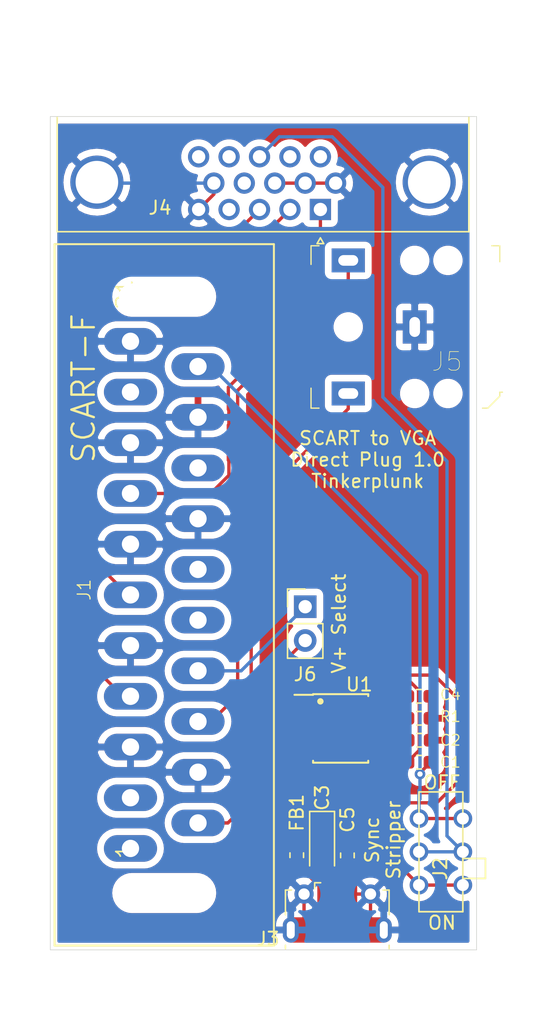
<source format=kicad_pcb>
(kicad_pcb (version 20171130) (host pcbnew "(5.1.0)-1")

  (general
    (thickness 1.6)
    (drawings 9)
    (tracks 115)
    (zones 0)
    (modules 14)
    (nets 33)
  )

  (page A4)
  (layers
    (0 F.Cu signal)
    (31 B.Cu signal)
    (32 B.Adhes user)
    (33 F.Adhes user)
    (34 B.Paste user)
    (35 F.Paste user)
    (36 B.SilkS user)
    (37 F.SilkS user)
    (38 B.Mask user)
    (39 F.Mask user)
    (40 Dwgs.User user)
    (41 Cmts.User user)
    (42 Eco1.User user)
    (43 Eco2.User user)
    (44 Edge.Cuts user)
    (45 Margin user)
    (46 B.CrtYd user)
    (47 F.CrtYd user)
    (48 B.Fab user)
    (49 F.Fab user)
  )

  (setup
    (last_trace_width 0.25)
    (trace_clearance 0.2)
    (zone_clearance 0.508)
    (zone_45_only no)
    (trace_min 0.2)
    (via_size 0.8)
    (via_drill 0.4)
    (via_min_size 0.4)
    (via_min_drill 0.3)
    (uvia_size 0.3)
    (uvia_drill 0.1)
    (uvias_allowed no)
    (uvia_min_size 0.2)
    (uvia_min_drill 0.1)
    (edge_width 0.05)
    (segment_width 0.2)
    (pcb_text_width 0.3)
    (pcb_text_size 1.5 1.5)
    (mod_edge_width 0.12)
    (mod_text_size 1 1)
    (mod_text_width 0.15)
    (pad_size 1.8 2.5)
    (pad_drill 0.8)
    (pad_to_mask_clearance 0.051)
    (solder_mask_min_width 0.25)
    (aux_axis_origin 0 0)
    (visible_elements 7FFFFFFF)
    (pcbplotparams
      (layerselection 0x010fc_ffffffff)
      (usegerberextensions true)
      (usegerberattributes false)
      (usegerberadvancedattributes false)
      (creategerberjobfile false)
      (excludeedgelayer true)
      (linewidth 0.100000)
      (plotframeref false)
      (viasonmask false)
      (mode 1)
      (useauxorigin false)
      (hpglpennumber 1)
      (hpglpenspeed 20)
      (hpglpendiameter 15.000000)
      (psnegative false)
      (psa4output false)
      (plotreference true)
      (plotvalue true)
      (plotinvisibletext false)
      (padsonsilk false)
      (subtractmaskfromsilk false)
      (outputformat 1)
      (mirror false)
      (drillshape 0)
      (scaleselection 1)
      (outputdirectory "Gerbers/"))
  )

  (net 0 "")
  (net 1 "Net-(C1-Pad1)")
  (net 2 SYNC_IN)
  (net 3 GND)
  (net 4 "Net-(C2-Pad1)")
  (net 5 "Net-(C3-Pad1)")
  (net 6 "Net-(J1-Pad1)")
  (net 7 RIGHT)
  (net 8 "Net-(J1-Pad3)")
  (net 9 LEFT)
  (net 10 BLUE)
  (net 11 "Net-(J1-Pad8)")
  (net 12 "Net-(J1-Pad10)")
  (net 13 GREEN)
  (net 14 "Net-(J1-Pad12)")
  (net 15 RED)
  (net 16 "Net-(J1-Pad16)")
  (net 17 "Net-(J1-Pad19)")
  (net 18 "Net-(J2-Pad1)")
  (net 19 SYNC_OUT)
  (net 20 "Net-(J3-Pad2)")
  (net 21 "Net-(J3-Pad4)")
  (net 22 "Net-(J3-Pad3)")
  (net 23 "Net-(J4-Pad4)")
  (net 24 "Net-(J4-Pad9)")
  (net 25 "Net-(J4-Pad11)")
  (net 26 "Net-(J4-Pad12)")
  (net 27 "Net-(J4-Pad14)")
  (net 28 "Net-(J4-Pad15)")
  (net 29 "Net-(U1-Pad3)")
  (net 30 "Net-(U1-Pad5)")
  (net 31 "Net-(U1-Pad7)")
  (net 32 SCART_VOLTAGE)

  (net_class Default "This is the default net class."
    (clearance 0.2)
    (trace_width 0.25)
    (via_dia 0.8)
    (via_drill 0.4)
    (uvia_dia 0.3)
    (uvia_drill 0.1)
    (add_net BLUE)
    (add_net GND)
    (add_net GREEN)
    (add_net LEFT)
    (add_net "Net-(C1-Pad1)")
    (add_net "Net-(C2-Pad1)")
    (add_net "Net-(C3-Pad1)")
    (add_net "Net-(J1-Pad1)")
    (add_net "Net-(J1-Pad10)")
    (add_net "Net-(J1-Pad12)")
    (add_net "Net-(J1-Pad16)")
    (add_net "Net-(J1-Pad19)")
    (add_net "Net-(J1-Pad3)")
    (add_net "Net-(J1-Pad8)")
    (add_net "Net-(J2-Pad1)")
    (add_net "Net-(J3-Pad2)")
    (add_net "Net-(J3-Pad3)")
    (add_net "Net-(J3-Pad4)")
    (add_net "Net-(J4-Pad11)")
    (add_net "Net-(J4-Pad12)")
    (add_net "Net-(J4-Pad14)")
    (add_net "Net-(J4-Pad15)")
    (add_net "Net-(J4-Pad4)")
    (add_net "Net-(J4-Pad9)")
    (add_net "Net-(U1-Pad3)")
    (add_net "Net-(U1-Pad5)")
    (add_net "Net-(U1-Pad7)")
    (add_net RED)
    (add_net RIGHT)
    (add_net SCART_VOLTAGE)
    (add_net SYNC_IN)
    (add_net SYNC_OUT)
  )

  (module "SCART to DVI-A Compact:JS202011" (layer F.Cu) (tedit 5CE9D80D) (tstamp 5CBD3DA5)
    (at 103.124 130.175 90)
    (path /5CBD9776)
    (fp_text reference J2 (at -1.27 0 90) (layer F.SilkS)
      (effects (font (size 1 1) (thickness 0.15)))
    )
    (fp_text value Conn_01x03_Male (at 0 7.41 90) (layer F.Fab)
      (effects (font (size 1 1) (thickness 0.15)))
    )
    (fp_line (start -0.5 3.4) (end -0.5 1.7) (layer F.SilkS) (width 0.127))
    (fp_line (start -2 3.4) (end -0.5 3.4) (layer F.SilkS) (width 0.127))
    (fp_line (start -2 1.7) (end -2 3.4) (layer F.SilkS) (width 0.127))
    (fp_line (start -4.5 1.7) (end -4.5 -1.6) (layer F.SilkS) (width 0.127))
    (fp_line (start -2 1.7) (end -4.5 1.7) (layer F.SilkS) (width 0.127))
    (fp_line (start -0.5 1.7) (end -2 1.7) (layer F.SilkS) (width 0.127))
    (fp_line (start 4.5 1.7) (end -0.5 1.7) (layer F.SilkS) (width 0.127))
    (fp_line (start 4.5 -1.6) (end 4.5 1.7) (layer F.SilkS) (width 0.127))
    (fp_line (start -4.5 -1.6) (end 4.5 -1.6) (layer F.SilkS) (width 0.127))
    (fp_text user %R (at 0 2.54) (layer F.Fab)
      (effects (font (size 1 1) (thickness 0.15)))
    )
    (pad 4 thru_hole circle (at -2.5 -1.6 90) (size 1.408 1.408) (drill 0.9) (layers *.Cu *.Mask)
      (net 18 "Net-(J2-Pad1)") (solder_mask_margin 0.1016))
    (pad 5 thru_hole circle (at 0 -1.6 90) (size 1.408 1.408) (drill 0.9) (layers *.Cu *.Mask)
      (net 19 SYNC_OUT) (solder_mask_margin 0.1016))
    (pad 6 thru_hole circle (at 2.5 -1.6 90) (size 1.408 1.408) (drill 0.9) (layers *.Cu *.Mask)
      (net 2 SYNC_IN) (solder_mask_margin 0.1016))
    (pad 3 thru_hole circle (at 2.5 1.7 90) (size 1.408 1.408) (drill 0.9) (layers *.Cu *.Mask)
      (net 2 SYNC_IN) (solder_mask_margin 0.1016))
    (pad 2 thru_hole circle (at 0 1.7 90) (size 1.408 1.408) (drill 0.9) (layers *.Cu *.Mask)
      (net 19 SYNC_OUT) (solder_mask_margin 0.1016))
    (pad 1 thru_hole circle (at -2.5 1.7 90) (size 1.408 1.408) (drill 0.9) (layers *.Cu *.Mask)
      (net 18 "Net-(J2-Pad1)") (solder_mask_margin 0.1016))
  )

  (module Package_SO:SOIC-8_3.9x4.9mm_P1.27mm (layer F.Cu) (tedit 5CE9DCD3) (tstamp 5CBD3E56)
    (at 95.631 120.904)
    (descr "8-Lead Plastic Small Outline (SN) - Narrow, 3.90 mm Body [SOIC] (see Microchip Packaging Specification http://ww1.microchip.com/downloads/en/PackagingSpec/00000049BQ.pdf)")
    (tags "SOIC 1.27")
    (path /5CBCF61B)
    (attr smd)
    (fp_text reference U1 (at 1.397 -3.302) (layer F.SilkS)
      (effects (font (size 1 1) (thickness 0.15)))
    )
    (fp_text value LM1881 (at 0 3.5) (layer F.Fab)
      (effects (font (size 1 1) (thickness 0.15)))
    )
    (fp_text user %R (at 0 0) (layer F.Fab)
      (effects (font (size 1 1) (thickness 0.15)))
    )
    (fp_line (start -0.95 -2.45) (end 1.95 -2.45) (layer F.Fab) (width 0.1))
    (fp_line (start 1.95 -2.45) (end 1.95 2.45) (layer F.Fab) (width 0.1))
    (fp_line (start 1.95 2.45) (end -1.95 2.45) (layer F.Fab) (width 0.1))
    (fp_line (start -1.95 2.45) (end -1.95 -1.45) (layer F.Fab) (width 0.1))
    (fp_line (start -1.95 -1.45) (end -0.95 -2.45) (layer F.Fab) (width 0.1))
    (fp_line (start -3.73 -2.7) (end -3.73 2.7) (layer F.CrtYd) (width 0.05))
    (fp_line (start 3.73 -2.7) (end 3.73 2.7) (layer F.CrtYd) (width 0.05))
    (fp_line (start -3.73 -2.7) (end 3.73 -2.7) (layer F.CrtYd) (width 0.05))
    (fp_line (start -3.73 2.7) (end 3.73 2.7) (layer F.CrtYd) (width 0.05))
    (fp_line (start -2.075 -2.575) (end -2.075 -2.525) (layer F.SilkS) (width 0.15))
    (fp_line (start 2.075 -2.575) (end 2.075 -2.43) (layer F.SilkS) (width 0.15))
    (fp_line (start 2.075 2.575) (end 2.075 2.43) (layer F.SilkS) (width 0.15))
    (fp_line (start -2.075 2.575) (end -2.075 2.43) (layer F.SilkS) (width 0.15))
    (fp_line (start -2.075 -2.575) (end 2.075 -2.575) (layer F.SilkS) (width 0.15))
    (fp_line (start -2.075 2.575) (end 2.075 2.575) (layer F.SilkS) (width 0.15))
    (fp_line (start -2.075 -2.525) (end -3.475 -2.525) (layer F.SilkS) (width 0.15))
    (fp_circle (center -1.524 -2.032) (end -1.397 -1.905) (layer F.SilkS) (width 0.12))
    (fp_circle (center -1.524 -2.032) (end -1.524 -1.905) (layer F.SilkS) (width 0.12))
    (fp_circle (center -1.524 -2.032) (end -1.4986 -1.9812) (layer F.SilkS) (width 0.12))
    (fp_circle (center -1.524 -2.032) (end -1.524 -2.0066) (layer F.SilkS) (width 0.12))
    (fp_circle (center -1.524 -2.032) (end -1.524 -2.02946) (layer F.SilkS) (width 0.12))
    (pad 1 smd rect (at -2.7 -1.905) (size 1.55 0.6) (layers F.Cu F.Paste F.Mask)
      (net 18 "Net-(J2-Pad1)"))
    (pad 2 smd rect (at -2.7 -0.635) (size 1.55 0.6) (layers F.Cu F.Paste F.Mask)
      (net 1 "Net-(C1-Pad1)"))
    (pad 3 smd rect (at -2.7 0.635) (size 1.55 0.6) (layers F.Cu F.Paste F.Mask)
      (net 29 "Net-(U1-Pad3)"))
    (pad 4 smd rect (at -2.7 1.905) (size 1.55 0.6) (layers F.Cu F.Paste F.Mask)
      (net 3 GND))
    (pad 5 smd rect (at 2.7 1.905) (size 1.55 0.6) (layers F.Cu F.Paste F.Mask)
      (net 30 "Net-(U1-Pad5)"))
    (pad 6 smd rect (at 2.7 0.635) (size 1.55 0.6) (layers F.Cu F.Paste F.Mask)
      (net 4 "Net-(C2-Pad1)"))
    (pad 7 smd rect (at 2.7 -0.635) (size 1.55 0.6) (layers F.Cu F.Paste F.Mask)
      (net 31 "Net-(U1-Pad7)"))
    (pad 8 smd rect (at 2.7 -1.905) (size 1.55 0.6) (layers F.Cu F.Paste F.Mask)
      (net 5 "Net-(C3-Pad1)"))
    (model ${KISYS3DMOD}/Package_SO.3dshapes/SOIC-8_3.9x4.9mm_P1.27mm.wrl
      (at (xyz 0 0 0))
      (scale (xyz 1 1 1))
      (rotate (xyz 0 0 0))
    )
  )

  (module SCART:SCART_F (layer F.Cu) (tedit 5CE9DD3F) (tstamp 5CBD3D8E)
    (at 82.3595 110.871 270)
    (path /5CBCDA18)
    (fp_text reference J1 (at 0.508 5.461 270) (layer F.SilkS)
      (effects (font (size 0.9652 0.9652) (thickness 0.09652)) (justify left bottom))
    )
    (fp_text value SCART-F (at -17.78 10.16 270) (layer F.Fab)
      (effects (font (size 1.6891 1.6891) (thickness 0.16891)) (justify left bottom))
    )
    (fp_line (start 26.35 -8.25) (end 26.35 8.25) (layer F.SilkS) (width 0.15))
    (fp_line (start -26.35 -8.25) (end 26.35 -8.25) (layer F.SilkS) (width 0.15))
    (fp_line (start -26.35 8.25) (end -26.35 -8.25) (layer F.SilkS) (width 0.15))
    (fp_line (start 26.35 8.25) (end -26.35 8.25) (layer F.SilkS) (width 0.15))
    (fp_text user 3,0 (at 24.765 7.112 270) (layer Dwgs.User)
      (effects (font (size 1.6891 1.6891) (thickness 0.1778)) (justify left bottom))
    )
    (fp_text user 1 (at 19.939 2.286 270) (layer F.SilkS)
      (effects (font (size 1.2065 1.2065) (thickness 0.127)) (justify left bottom))
    )
    (fp_text user 21 (at -21.336 2.286 270) (layer F.SilkS)
      (effects (font (size 1.2065 1.2065) (thickness 0.127)) (justify left bottom))
    )
    (fp_text user long (at 31.877 7.62) (layer Dwgs.User)
      (effects (font (size 1.6891 1.6891) (thickness 0.1778)) (justify left bottom))
    )
    (fp_text user SCART-F (at -9.779 5.08 270) (layer F.SilkS)
      (effects (font (size 1.6891 1.6891) (thickness 0.1778)) (justify left bottom))
    )
    (fp_text user "3,0 " (at -28.067 7.112 270) (layer Dwgs.User)
      (effects (font (size 1.6891 1.6891) (thickness 0.1778)) (justify left bottom))
    )
    (fp_text user "long " (at -29.083 7.747) (layer Dwgs.User)
      (effects (font (size 1.6891 1.6891) (thickness 0.1778)) (justify left bottom))
    )
    (pad "" np_thru_hole oval (at 22.4 0 270) (size 2 6.8) (drill oval 2 6.8) (layers *.Cu *.Mask))
    (pad "" np_thru_hole oval (at -22.4 0 270) (size 2 6.8) (drill oval 2 6.8) (layers *.Cu *.Mask))
    (pad 11 thru_hole oval (at 0 2.54 270) (size 2 4) (drill 1.3) (layers *.Cu *.Mask)
      (net 13 GREEN))
    (pad 13 thru_hole oval (at -3.81 2.54 270) (size 2 4) (drill 1.3) (layers *.Cu *.Mask)
      (net 3 GND))
    (pad 15 thru_hole oval (at -7.62 2.54 270) (size 2 4) (drill 1.3) (layers *.Cu *.Mask)
      (net 15 RED))
    (pad 17 thru_hole oval (at -11.43 2.54 270) (size 2 4) (drill 1.3) (layers *.Cu *.Mask)
      (net 3 GND))
    (pad 19 thru_hole oval (at -15.24 2.54 270) (size 2 4) (drill 1.3) (layers *.Cu *.Mask)
      (net 17 "Net-(J1-Pad19)"))
    (pad 21 thru_hole oval (at -19.05 2.54 270) (size 2 4) (drill 1.3) (layers *.Cu *.Mask)
      (net 3 GND))
    (pad 9 thru_hole oval (at 3.81 2.54 270) (size 2 4) (drill 1.3) (layers *.Cu *.Mask)
      (net 3 GND))
    (pad 7 thru_hole oval (at 7.62 2.54 270) (size 2 4) (drill 1.3) (layers *.Cu *.Mask)
      (net 10 BLUE))
    (pad 5 thru_hole oval (at 11.43 2.54 270) (size 2 4) (drill 1.3) (layers *.Cu *.Mask)
      (net 3 GND))
    (pad 3 thru_hole oval (at 15.24 2.54 270) (size 2 4) (drill 1.3) (layers *.Cu *.Mask)
      (net 8 "Net-(J1-Pad3)"))
    (pad 1 thru_hole oval (at 19.05 2.54 270) (size 2 4) (drill 1.3) (layers *.Cu *.Mask)
      (net 6 "Net-(J1-Pad1)"))
    (pad 12 thru_hole oval (at -1.915 -2.54 270) (size 2 4) (drill 1.3) (layers *.Cu *.Mask)
      (net 14 "Net-(J1-Pad12)"))
    (pad 10 thru_hole oval (at 1.895 -2.54 270) (size 2 4) (drill 1.3) (layers *.Cu *.Mask)
      (net 12 "Net-(J1-Pad10)"))
    (pad 8 thru_hole oval (at 5.705 -2.54 270) (size 2 4) (drill 1.3) (layers *.Cu *.Mask)
      (net 11 "Net-(J1-Pad8)"))
    (pad 6 thru_hole oval (at 9.515 -2.54 270) (size 2 4) (drill 1.3) (layers *.Cu *.Mask)
      (net 9 LEFT))
    (pad 4 thru_hole oval (at 13.325 -2.54 270) (size 2 4) (drill 1.3) (layers *.Cu *.Mask)
      (net 3 GND))
    (pad 2 thru_hole oval (at 17.135 -2.54 270) (size 2 4) (drill 1.3) (layers *.Cu *.Mask)
      (net 7 RIGHT))
    (pad 14 thru_hole oval (at -5.725 -2.54 270) (size 2 4) (drill 1.3) (layers *.Cu *.Mask)
      (net 3 GND))
    (pad 16 thru_hole oval (at -9.535 -2.54 270) (size 2 4) (drill 1.3) (layers *.Cu *.Mask)
      (net 16 "Net-(J1-Pad16)"))
    (pad 18 thru_hole oval (at -13.345 -2.54 270) (size 2 4) (drill 1.3) (layers *.Cu *.Mask)
      (net 3 GND))
    (pad 20 thru_hole oval (at -17.155 -2.54 270) (size 2 4) (drill 1.3) (layers *.Cu *.Mask)
      (net 2 SYNC_IN))
  )

  (module digikey-footprints:Headphone_Jack_3.5mm_SJ1-3523N (layer F.Cu) (tedit 5CE9EBDD) (tstamp 5CC534B5)
    (at 96.2025 90.7415 180)
    (descr http://www.cui.com/product/resource/sj1-352xn-series.pdf)
    (path /5CBD0A70)
    (fp_text reference J5 (at -7.4295 -2.6035) (layer F.SilkS)
      (effects (font (size 1.40069 1.40069) (thickness 0.05)))
    )
    (fp_text value AudioJack3 (at 3.24546 5.98984 180) (layer F.SilkS) hide
      (effects (font (size 1.4002 1.4002) (thickness 0.05)))
    )
    (fp_line (start -11.3 6) (end 2.7 6) (layer F.Fab) (width 0.1))
    (fp_line (start 2.7 -6) (end 2.7 6) (layer F.Fab) (width 0.1))
    (fp_text user %R (at -8.25 0 180) (layer F.Fab)
      (effects (font (size 1 1) (thickness 0.15)))
    )
    (fp_line (start -11.3 -5.1) (end -10.4 -6) (layer F.Fab) (width 0.1))
    (fp_line (start -10.4 -6) (end 2.7 -6) (layer F.Fab) (width 0.1))
    (fp_line (start -11.3 -5.1) (end -11.3 6) (layer F.Fab) (width 0.1))
    (fp_line (start -11.4 -4.9) (end -11.6 -4.9) (layer F.SilkS) (width 0.1))
    (fp_line (start -11.4 -5.2) (end -11.4 -4.9) (layer F.SilkS) (width 0.1))
    (fp_line (start -10.5 -6.1) (end -11.4 -5.2) (layer F.SilkS) (width 0.1))
    (fp_line (start -10.1 -6.1) (end -10.5 -6.1) (layer F.SilkS) (width 0.1))
    (fp_line (start 2.8 -6.1) (end 2.8 -4.6) (layer F.SilkS) (width 0.1))
    (fp_line (start 2.2 -6.1) (end 2.8 -6.1) (layer F.SilkS) (width 0.1))
    (fp_line (start 2.8 6.1) (end 2.8 4.7) (layer F.SilkS) (width 0.1))
    (fp_line (start 2.2 6.1) (end 2.8 6.1) (layer F.SilkS) (width 0.1))
    (fp_line (start -11.4 6.1) (end -11.4 4.9) (layer F.SilkS) (width 0.1))
    (fp_line (start -10.8 6.1) (end -11.4 6.1) (layer F.SilkS) (width 0.1))
    (fp_line (start -11.75 6.25) (end 3.25 6.25) (layer F.CrtYd) (width 0.05))
    (fp_line (start -11.75 -6.25) (end -11.75 6.25) (layer F.CrtYd) (width 0.05))
    (fp_line (start 3.25 -6.25) (end 3.25 6.25) (layer F.CrtYd) (width 0.05))
    (fp_line (start -11.75 -6.25) (end 3.25 -6.25) (layer F.CrtYd) (width 0.05))
    (pad "" np_thru_hole circle (at -7.5 5 180) (size 1.2 1.2) (drill 1.2) (layers *.Cu *.Mask))
    (pad "" np_thru_hole circle (at -5 5 180) (size 1.2 1.2) (drill 1.2) (layers *.Cu *.Mask))
    (pad "" np_thru_hole circle (at -7.5 -5 180) (size 1.2 1.2) (drill 1.2) (layers *.Cu *.Mask))
    (pad "" np_thru_hole circle (at -5 -5 180) (size 1.2 1.2) (drill 1.2) (layers *.Cu *.Mask))
    (pad "" np_thru_hole circle (at 0 0 180) (size 1.2 1.2) (drill 1.2) (layers *.Cu *.Mask))
    (pad S thru_hole rect (at -5 0 180) (size 1.8 2.5) (drill oval 0.8 1.5) (layers *.Cu *.Mask)
      (net 3 GND))
    (pad T thru_hole rect (at 0 5 180) (size 2.5 1.8) (drill oval 1.5 0.8) (layers *.Cu *.Mask)
      (net 9 LEFT))
    (pad R thru_hole rect (at 0 -5 180) (size 2.5 1.8) (drill oval 1.5 0.8) (layers *.Cu *.Mask)
      (net 7 RIGHT))
  )

  (module Connector_Dsub:DSUB-15-HD_Male_Horizontal_P2.29x1.98mm_EdgePinOffset3.03mm_Housed_MountingHolesOffset4.94mm (layer F.Cu) (tedit 5CE9EBBF) (tstamp 5CC3077F)
    (at 89.535 76.581 180)
    (descr "15-pin D-Sub connector, horizontal/angled (90 deg), THT-mount, male, pitch 2.29x1.98mm, pin-PCB-offset 3.0300000000000002mm, distance of mounting holes 25mm, distance of mounting holes to PCB edge 4.9399999999999995mm, see https://disti-assets.s3.amazonaws.com/tonar/files/datasheets/16730.pdf")
    (tags "15-pin D-Sub connector horizontal angled 90deg THT male pitch 2.29x1.98mm pin-PCB-offset 3.0300000000000002mm mounting-holes-distance 25mm mounting-hole-offset 25mm")
    (path /5CBCEC15)
    (fp_text reference J4 (at 7.493 -5.207 180) (layer F.SilkS)
      (effects (font (size 1 1) (thickness 0.15)))
    )
    (fp_text value DB15_Female_HighDensity (at -0.257 9.556 180) (layer F.Fab)
      (effects (font (size 1 1) (thickness 0.15)))
    )
    (fp_arc (start -12.757 -3.284) (end -14.357 -3.284) (angle 180) (layer F.Fab) (width 0.1))
    (fp_arc (start 12.243 -3.284) (end 10.643 -3.284) (angle 180) (layer F.Fab) (width 0.1))
    (fp_line (start -15.682 -6.944) (end -15.682 1.656) (layer F.Fab) (width 0.1))
    (fp_line (start -15.682 1.656) (end 15.168 1.656) (layer F.Fab) (width 0.1))
    (fp_line (start 15.168 1.656) (end 15.168 -6.944) (layer F.Fab) (width 0.1))
    (fp_line (start 15.168 -6.944) (end -15.682 -6.944) (layer F.Fab) (width 0.1))
    (fp_line (start -15.682 1.656) (end -15.682 2.056) (layer F.Fab) (width 0.1))
    (fp_line (start -15.682 2.056) (end 15.168 2.056) (layer F.Fab) (width 0.1))
    (fp_line (start 15.168 2.056) (end 15.168 1.656) (layer F.Fab) (width 0.1))
    (fp_line (start 15.168 1.656) (end -15.682 1.656) (layer F.Fab) (width 0.1))
    (fp_line (start -8.407 2.056) (end -8.407 8.056) (layer F.Fab) (width 0.1))
    (fp_line (start -8.407 8.056) (end 7.893 8.056) (layer F.Fab) (width 0.1))
    (fp_line (start 7.893 8.056) (end 7.893 2.056) (layer F.Fab) (width 0.1))
    (fp_line (start 7.893 2.056) (end -8.407 2.056) (layer F.Fab) (width 0.1))
    (fp_line (start -15.257 2.056) (end -15.257 7.056) (layer F.Fab) (width 0.1))
    (fp_line (start -15.257 7.056) (end -10.257 7.056) (layer F.Fab) (width 0.1))
    (fp_line (start -10.257 7.056) (end -10.257 2.056) (layer F.Fab) (width 0.1))
    (fp_line (start -10.257 2.056) (end -15.257 2.056) (layer F.Fab) (width 0.1))
    (fp_line (start 9.743 2.056) (end 9.743 7.056) (layer F.Fab) (width 0.1))
    (fp_line (start 9.743 7.056) (end 14.743 7.056) (layer F.Fab) (width 0.1))
    (fp_line (start 14.743 7.056) (end 14.743 2.056) (layer F.Fab) (width 0.1))
    (fp_line (start 14.743 2.056) (end 9.743 2.056) (layer F.Fab) (width 0.1))
    (fp_line (start -14.357 1.656) (end -14.357 -3.284) (layer F.Fab) (width 0.1))
    (fp_line (start -11.157 1.656) (end -11.157 -3.284) (layer F.Fab) (width 0.1))
    (fp_line (start 10.643 1.656) (end 10.643 -3.284) (layer F.Fab) (width 0.1))
    (fp_line (start 13.843 1.656) (end 13.843 -3.284) (layer F.Fab) (width 0.1))
    (fp_line (start -15.742 1.596) (end -15.742 -7.004) (layer F.SilkS) (width 0.12))
    (fp_line (start -15.742 -7.004) (end 15.228 -7.004) (layer F.SilkS) (width 0.12))
    (fp_line (start 15.228 -7.004) (end 15.228 1.596) (layer F.SilkS) (width 0.12))
    (fp_line (start -4.822 -7.898338) (end -4.322 -7.898338) (layer F.SilkS) (width 0.12))
    (fp_line (start -4.322 -7.898338) (end -4.572 -7.465325) (layer F.SilkS) (width 0.12))
    (fp_line (start -4.572 -7.465325) (end -4.822 -7.898338) (layer F.SilkS) (width 0.12))
    (fp_line (start -16.222 -7.484) (end -16.222 8.566) (layer F.CrtYd) (width 0.05))
    (fp_line (start -16.222 8.566) (end 15.678 8.566) (layer F.CrtYd) (width 0.05))
    (fp_line (start 15.678 8.566) (end 15.678 -7.484) (layer F.CrtYd) (width 0.05))
    (fp_line (start 15.678 -7.484) (end -16.222 -7.484) (layer F.CrtYd) (width 0.05))
    (fp_text user %R (at -0.257 5.056 180) (layer F.Fab)
      (effects (font (size 1 1) (thickness 0.15)))
    )
    (pad 1 thru_hole rect (at -4.572 -5.334 180) (size 1.6 1.6) (drill 1) (layers *.Cu *.Mask)
      (net 15 RED))
    (pad 2 thru_hole circle (at -2.282 -5.334 180) (size 1.6 1.6) (drill 1) (layers *.Cu *.Mask)
      (net 13 GREEN))
    (pad 3 thru_hole circle (at 0.008 -5.334 180) (size 1.6 1.6) (drill 1) (layers *.Cu *.Mask)
      (net 10 BLUE))
    (pad 4 thru_hole circle (at 2.298 -5.334 180) (size 1.6 1.6) (drill 1) (layers *.Cu *.Mask)
      (net 23 "Net-(J4-Pad4)"))
    (pad 5 thru_hole circle (at 4.588 -5.334 180) (size 1.6 1.6) (drill 1) (layers *.Cu *.Mask)
      (net 3 GND))
    (pad 6 thru_hole circle (at -5.717 -3.354 180) (size 1.6 1.6) (drill 1) (layers *.Cu *.Mask)
      (net 3 GND))
    (pad 7 thru_hole circle (at -3.427 -3.354 180) (size 1.6 1.6) (drill 1) (layers *.Cu *.Mask)
      (net 3 GND))
    (pad 8 thru_hole circle (at -1.137 -3.354 180) (size 1.6 1.6) (drill 1) (layers *.Cu *.Mask)
      (net 3 GND))
    (pad 9 thru_hole circle (at 1.153 -3.354 180) (size 1.6 1.6) (drill 1) (layers *.Cu *.Mask)
      (net 24 "Net-(J4-Pad9)"))
    (pad 10 thru_hole circle (at 3.443 -3.354 180) (size 1.6 1.6) (drill 1) (layers *.Cu *.Mask)
      (net 3 GND))
    (pad 11 thru_hole circle (at -4.572 -1.374 180) (size 1.6 1.6) (drill 1) (layers *.Cu *.Mask)
      (net 25 "Net-(J4-Pad11)"))
    (pad 12 thru_hole circle (at -2.282 -1.374 180) (size 1.6 1.6) (drill 1) (layers *.Cu *.Mask)
      (net 26 "Net-(J4-Pad12)"))
    (pad 13 thru_hole circle (at 0.008 -1.374 180) (size 1.6 1.6) (drill 1) (layers *.Cu *.Mask)
      (net 19 SYNC_OUT))
    (pad 14 thru_hole circle (at 2.298 -1.374 180) (size 1.6 1.6) (drill 1) (layers *.Cu *.Mask)
      (net 27 "Net-(J4-Pad14)"))
    (pad 15 thru_hole circle (at 4.588 -1.374 180) (size 1.6 1.6) (drill 1) (layers *.Cu *.Mask)
      (net 28 "Net-(J4-Pad15)"))
    (pad 0 thru_hole circle (at -12.757 -3.284 180) (size 4 4) (drill 3.2) (layers *.Cu *.Mask)
      (net 3 GND))
    (pad 0 thru_hole circle (at 12.243 -3.284 180) (size 4 4) (drill 3.2) (layers *.Cu *.Mask)
      (net 3 GND))
    (model ${KISYS3DMOD}/Connector_Dsub.3dshapes/DSUB-15-HD_Male_Horizontal_P2.29x1.98mm_EdgePinOffset3.03mm_Housed_MountingHolesOffset4.94mm.wrl
      (at (xyz 0 0 0))
      (scale (xyz 1 1 1))
      (rotate (xyz 0 0 0))
    )
    (model D:/Downloads/2DVI/3d_conn_pc/walter/conn_pc/db_15-vga.wrl
      (at (xyz 0 0 0))
      (scale (xyz 1 1 1))
      (rotate (xyz 0 0 0))
    )
  )

  (module Capacitor_SMD:C_0603_1608Metric_Pad1.05x0.95mm_HandSolder (layer F.Cu) (tedit 5B301BBE) (tstamp 5CBD3C51)
    (at 101.5238 123.444)
    (descr "Capacitor SMD 0603 (1608 Metric), square (rectangular) end terminal, IPC_7351 nominal with elongated pad for handsoldering. (Body size source: http://www.tortai-tech.com/upload/download/2011102023233369053.pdf), generated with kicad-footprint-generator")
    (tags "capacitor handsolder")
    (path /5CBD1EB0)
    (attr smd)
    (fp_text reference C1 (at 2.3622 0) (layer F.SilkS)
      (effects (font (size 0.8 0.8) (thickness 0.1)))
    )
    (fp_text value 100nF (at 0 1.43) (layer F.Fab)
      (effects (font (size 1 1) (thickness 0.15)))
    )
    (fp_line (start -0.8 0.4) (end -0.8 -0.4) (layer F.Fab) (width 0.1))
    (fp_line (start -0.8 -0.4) (end 0.8 -0.4) (layer F.Fab) (width 0.1))
    (fp_line (start 0.8 -0.4) (end 0.8 0.4) (layer F.Fab) (width 0.1))
    (fp_line (start 0.8 0.4) (end -0.8 0.4) (layer F.Fab) (width 0.1))
    (fp_line (start -0.171267 -0.51) (end 0.171267 -0.51) (layer F.SilkS) (width 0.12))
    (fp_line (start -0.171267 0.51) (end 0.171267 0.51) (layer F.SilkS) (width 0.12))
    (fp_line (start -1.65 0.73) (end -1.65 -0.73) (layer F.CrtYd) (width 0.05))
    (fp_line (start -1.65 -0.73) (end 1.65 -0.73) (layer F.CrtYd) (width 0.05))
    (fp_line (start 1.65 -0.73) (end 1.65 0.73) (layer F.CrtYd) (width 0.05))
    (fp_line (start 1.65 0.73) (end -1.65 0.73) (layer F.CrtYd) (width 0.05))
    (fp_text user %R (at 0 0) (layer F.Fab)
      (effects (font (size 0.4 0.4) (thickness 0.06)))
    )
    (pad 1 smd roundrect (at -0.875 0) (size 1.05 0.95) (layers F.Cu F.Paste F.Mask) (roundrect_rratio 0.25)
      (net 1 "Net-(C1-Pad1)"))
    (pad 2 smd roundrect (at 0.875 0) (size 1.05 0.95) (layers F.Cu F.Paste F.Mask) (roundrect_rratio 0.25)
      (net 2 SYNC_IN))
    (model ${KISYS3DMOD}/Capacitor_SMD.3dshapes/C_0603_1608Metric.wrl
      (at (xyz 0 0 0))
      (scale (xyz 1 1 1))
      (rotate (xyz 0 0 0))
    )
  )

  (module Resistor_SMD:R_0603_1608Metric_Pad1.05x0.95mm_HandSolder (layer F.Cu) (tedit 5B301BBD) (tstamp 5CBD3E39)
    (at 101.5225 120.142)
    (descr "Resistor SMD 0603 (1608 Metric), square (rectangular) end terminal, IPC_7351 nominal with elongated pad for handsoldering. (Body size source: http://www.tortai-tech.com/upload/download/2011102023233369053.pdf), generated with kicad-footprint-generator")
    (tags "resistor handsolder")
    (path /5CBD270C)
    (attr smd)
    (fp_text reference R1 (at 2.3635 -0.127) (layer F.SilkS)
      (effects (font (size 0.8 0.8) (thickness 0.1)))
    )
    (fp_text value 680K (at 0 1.43) (layer F.Fab)
      (effects (font (size 1 1) (thickness 0.15)))
    )
    (fp_line (start -0.8 0.4) (end -0.8 -0.4) (layer F.Fab) (width 0.1))
    (fp_line (start -0.8 -0.4) (end 0.8 -0.4) (layer F.Fab) (width 0.1))
    (fp_line (start 0.8 -0.4) (end 0.8 0.4) (layer F.Fab) (width 0.1))
    (fp_line (start 0.8 0.4) (end -0.8 0.4) (layer F.Fab) (width 0.1))
    (fp_line (start -0.171267 -0.51) (end 0.171267 -0.51) (layer F.SilkS) (width 0.12))
    (fp_line (start -0.171267 0.51) (end 0.171267 0.51) (layer F.SilkS) (width 0.12))
    (fp_line (start -1.65 0.73) (end -1.65 -0.73) (layer F.CrtYd) (width 0.05))
    (fp_line (start -1.65 -0.73) (end 1.65 -0.73) (layer F.CrtYd) (width 0.05))
    (fp_line (start 1.65 -0.73) (end 1.65 0.73) (layer F.CrtYd) (width 0.05))
    (fp_line (start 1.65 0.73) (end -1.65 0.73) (layer F.CrtYd) (width 0.05))
    (fp_text user %R (at 0 0) (layer F.Fab)
      (effects (font (size 0.4 0.4) (thickness 0.06)))
    )
    (pad 1 smd roundrect (at -0.875 0) (size 1.05 0.95) (layers F.Cu F.Paste F.Mask) (roundrect_rratio 0.25)
      (net 4 "Net-(C2-Pad1)"))
    (pad 2 smd roundrect (at 0.875 0) (size 1.05 0.95) (layers F.Cu F.Paste F.Mask) (roundrect_rratio 0.25)
      (net 3 GND))
    (model ${KISYS3DMOD}/Resistor_SMD.3dshapes/R_0603_1608Metric.wrl
      (at (xyz 0 0 0))
      (scale (xyz 1 1 1))
      (rotate (xyz 0 0 0))
    )
  )

  (module Capacitor_SMD:C_0603_1608Metric_Pad1.05x0.95mm_HandSolder (layer F.Cu) (tedit 5B301BBE) (tstamp 5CBD3C62)
    (at 101.5365 121.793)
    (descr "Capacitor SMD 0603 (1608 Metric), square (rectangular) end terminal, IPC_7351 nominal with elongated pad for handsoldering. (Body size source: http://www.tortai-tech.com/upload/download/2011102023233369053.pdf), generated with kicad-footprint-generator")
    (tags "capacitor handsolder")
    (path /5CBD2AA9)
    (attr smd)
    (fp_text reference C2 (at 2.3495 0) (layer F.SilkS)
      (effects (font (size 0.8 0.8) (thickness 0.1)))
    )
    (fp_text value 100nF (at 0 1.43) (layer F.Fab)
      (effects (font (size 1 1) (thickness 0.15)))
    )
    (fp_text user %R (at 0 0) (layer F.Fab)
      (effects (font (size 0.4 0.4) (thickness 0.06)))
    )
    (fp_line (start 1.65 0.73) (end -1.65 0.73) (layer F.CrtYd) (width 0.05))
    (fp_line (start 1.65 -0.73) (end 1.65 0.73) (layer F.CrtYd) (width 0.05))
    (fp_line (start -1.65 -0.73) (end 1.65 -0.73) (layer F.CrtYd) (width 0.05))
    (fp_line (start -1.65 0.73) (end -1.65 -0.73) (layer F.CrtYd) (width 0.05))
    (fp_line (start -0.171267 0.51) (end 0.171267 0.51) (layer F.SilkS) (width 0.12))
    (fp_line (start -0.171267 -0.51) (end 0.171267 -0.51) (layer F.SilkS) (width 0.12))
    (fp_line (start 0.8 0.4) (end -0.8 0.4) (layer F.Fab) (width 0.1))
    (fp_line (start 0.8 -0.4) (end 0.8 0.4) (layer F.Fab) (width 0.1))
    (fp_line (start -0.8 -0.4) (end 0.8 -0.4) (layer F.Fab) (width 0.1))
    (fp_line (start -0.8 0.4) (end -0.8 -0.4) (layer F.Fab) (width 0.1))
    (pad 2 smd roundrect (at 0.875 0) (size 1.05 0.95) (layers F.Cu F.Paste F.Mask) (roundrect_rratio 0.25)
      (net 3 GND))
    (pad 1 smd roundrect (at -0.875 0) (size 1.05 0.95) (layers F.Cu F.Paste F.Mask) (roundrect_rratio 0.25)
      (net 4 "Net-(C2-Pad1)"))
    (model ${KISYS3DMOD}/Capacitor_SMD.3dshapes/C_0603_1608Metric.wrl
      (at (xyz 0 0 0))
      (scale (xyz 1 1 1))
      (rotate (xyz 0 0 0))
    )
  )

  (module Capacitor_SMD:C_0603_1608Metric_Pad1.05x0.95mm_HandSolder (layer F.Cu) (tedit 5B301BBE) (tstamp 5CBD3C9B)
    (at 101.5124 118.491 180)
    (descr "Capacitor SMD 0603 (1608 Metric), square (rectangular) end terminal, IPC_7351 nominal with elongated pad for handsoldering. (Body size source: http://www.tortai-tech.com/upload/download/2011102023233369053.pdf), generated with kicad-footprint-generator")
    (tags "capacitor handsolder")
    (path /5CBD37DB)
    (attr smd)
    (fp_text reference C4 (at -2.3736 0.127 180) (layer F.SilkS)
      (effects (font (size 0.8 0.8) (thickness 0.1)))
    )
    (fp_text value 100nF (at 0 1.43 180) (layer F.Fab)
      (effects (font (size 1 1) (thickness 0.15)))
    )
    (fp_text user %R (at -0.0775 0.0635 180) (layer F.Fab)
      (effects (font (size 0.4 0.4) (thickness 0.06)))
    )
    (fp_line (start 1.65 0.73) (end -1.65 0.73) (layer F.CrtYd) (width 0.05))
    (fp_line (start 1.65 -0.73) (end 1.65 0.73) (layer F.CrtYd) (width 0.05))
    (fp_line (start -1.65 -0.73) (end 1.65 -0.73) (layer F.CrtYd) (width 0.05))
    (fp_line (start -1.65 0.73) (end -1.65 -0.73) (layer F.CrtYd) (width 0.05))
    (fp_line (start -0.171267 0.51) (end 0.171267 0.51) (layer F.SilkS) (width 0.12))
    (fp_line (start -0.171267 -0.51) (end 0.171267 -0.51) (layer F.SilkS) (width 0.12))
    (fp_line (start 0.8 0.4) (end -0.8 0.4) (layer F.Fab) (width 0.1))
    (fp_line (start 0.8 -0.4) (end 0.8 0.4) (layer F.Fab) (width 0.1))
    (fp_line (start -0.8 -0.4) (end 0.8 -0.4) (layer F.Fab) (width 0.1))
    (fp_line (start -0.8 0.4) (end -0.8 -0.4) (layer F.Fab) (width 0.1))
    (pad 2 smd roundrect (at 0.875 0 180) (size 1.05 0.95) (layers F.Cu F.Paste F.Mask) (roundrect_rratio 0.25)
      (net 5 "Net-(C3-Pad1)"))
    (pad 1 smd roundrect (at -0.875 0 180) (size 1.05 0.95) (layers F.Cu F.Paste F.Mask) (roundrect_rratio 0.25)
      (net 3 GND))
    (model ${KISYS3DMOD}/Capacitor_SMD.3dshapes/C_0603_1608Metric.wrl
      (at (xyz 0 0 0))
      (scale (xyz 1 1 1))
      (rotate (xyz 0 0 0))
    )
  )

  (module Connector_USB:USB_Micro-B_Molex-105017-0001 (layer F.Cu) (tedit 5A1DC0BE) (tstamp 5CBD3DCE)
    (at 95.377 134.8105)
    (descr http://www.molex.com/pdm_docs/sd/1050170001_sd.pdf)
    (tags "Micro-USB SMD Typ-B")
    (path /5CBD525E)
    (attr smd)
    (fp_text reference J3 (at -5.207 1.905) (layer F.SilkS)
      (effects (font (size 1 1) (thickness 0.15)))
    )
    (fp_text value USB_B_Micro (at 0.3 4.3375) (layer F.Fab)
      (effects (font (size 1 1) (thickness 0.15)))
    )
    (fp_text user "PCB Edge" (at 0 2.6875) (layer Dwgs.User)
      (effects (font (size 0.5 0.5) (thickness 0.08)))
    )
    (fp_text user %R (at 0 0.8875) (layer F.Fab)
      (effects (font (size 1 1) (thickness 0.15)))
    )
    (fp_line (start -4.4 3.64) (end 4.4 3.64) (layer F.CrtYd) (width 0.05))
    (fp_line (start 4.4 -2.46) (end 4.4 3.64) (layer F.CrtYd) (width 0.05))
    (fp_line (start -4.4 -2.46) (end 4.4 -2.46) (layer F.CrtYd) (width 0.05))
    (fp_line (start -4.4 3.64) (end -4.4 -2.46) (layer F.CrtYd) (width 0.05))
    (fp_line (start -3.9 -1.7625) (end -3.45 -1.7625) (layer F.SilkS) (width 0.12))
    (fp_line (start -3.9 0.0875) (end -3.9 -1.7625) (layer F.SilkS) (width 0.12))
    (fp_line (start 3.9 2.6375) (end 3.9 2.3875) (layer F.SilkS) (width 0.12))
    (fp_line (start 3.75 3.3875) (end 3.75 -1.6125) (layer F.Fab) (width 0.1))
    (fp_line (start -3 2.689204) (end 3 2.689204) (layer F.Fab) (width 0.1))
    (fp_line (start -3.75 3.389204) (end 3.75 3.389204) (layer F.Fab) (width 0.1))
    (fp_line (start -3.75 -1.6125) (end 3.75 -1.6125) (layer F.Fab) (width 0.1))
    (fp_line (start -3.75 3.3875) (end -3.75 -1.6125) (layer F.Fab) (width 0.1))
    (fp_line (start -3.9 2.6375) (end -3.9 2.3875) (layer F.SilkS) (width 0.12))
    (fp_line (start 3.9 0.0875) (end 3.9 -1.7625) (layer F.SilkS) (width 0.12))
    (fp_line (start 3.9 -1.7625) (end 3.45 -1.7625) (layer F.SilkS) (width 0.12))
    (fp_line (start -1.7 -2.3125) (end -1.25 -2.3125) (layer F.SilkS) (width 0.12))
    (fp_line (start -1.7 -2.3125) (end -1.7 -1.8625) (layer F.SilkS) (width 0.12))
    (fp_line (start -1.3 -1.7125) (end -1.5 -1.9125) (layer F.Fab) (width 0.1))
    (fp_line (start -1.1 -1.9125) (end -1.3 -1.7125) (layer F.Fab) (width 0.1))
    (fp_line (start -1.5 -2.1225) (end -1.1 -2.1225) (layer F.Fab) (width 0.1))
    (fp_line (start -1.5 -2.1225) (end -1.5 -1.9125) (layer F.Fab) (width 0.1))
    (fp_line (start -1.1 -2.1225) (end -1.1 -1.9125) (layer F.Fab) (width 0.1))
    (pad 6 smd rect (at 1 1.2375) (size 1.5 1.9) (layers F.Cu F.Paste F.Mask)
      (net 3 GND))
    (pad 6 thru_hole circle (at -2.5 -1.4625) (size 1.45 1.45) (drill 0.85) (layers *.Cu *.Mask)
      (net 3 GND))
    (pad 2 smd rect (at -0.65 -1.4625) (size 0.4 1.35) (layers F.Cu F.Paste F.Mask)
      (net 20 "Net-(J3-Pad2)"))
    (pad 1 smd rect (at -1.3 -1.4625) (size 0.4 1.35) (layers F.Cu F.Paste F.Mask)
      (net 32 SCART_VOLTAGE))
    (pad 5 smd rect (at 1.3 -1.4625) (size 0.4 1.35) (layers F.Cu F.Paste F.Mask)
      (net 3 GND))
    (pad 4 smd rect (at 0.65 -1.4625) (size 0.4 1.35) (layers F.Cu F.Paste F.Mask)
      (net 21 "Net-(J3-Pad4)"))
    (pad 3 smd rect (at 0 -1.4625) (size 0.4 1.35) (layers F.Cu F.Paste F.Mask)
      (net 22 "Net-(J3-Pad3)"))
    (pad 6 thru_hole circle (at 2.5 -1.4625) (size 1.45 1.45) (drill 0.85) (layers *.Cu *.Mask)
      (net 3 GND))
    (pad 6 smd rect (at -1 1.2375) (size 1.5 1.9) (layers F.Cu F.Paste F.Mask)
      (net 3 GND))
    (pad 6 thru_hole oval (at -3.5 1.2375 180) (size 1.2 1.9) (drill oval 0.6 1.3) (layers *.Cu *.Mask)
      (net 3 GND))
    (pad 6 thru_hole oval (at 3.5 1.2375) (size 1.2 1.9) (drill oval 0.6 1.3) (layers *.Cu *.Mask)
      (net 3 GND))
    (pad 6 smd rect (at 2.9 1.2375) (size 1.2 1.9) (layers F.Cu F.Mask)
      (net 3 GND))
    (pad 6 smd rect (at -2.9 1.2375) (size 1.2 1.9) (layers F.Cu F.Mask)
      (net 3 GND))
    (model ${KISYS3DMOD}/Connector_USB.3dshapes/USB_Micro-B_Molex-105017-0001.wrl
      (at (xyz 0 0 0))
      (scale (xyz 1 1 1))
      (rotate (xyz 0 0 0))
    )
    (model ${KISYS3DMOD}/Connector_USB.3dshapes/USB_Micro-B_Molex_47346-0001.step
      (at (xyz 0 0 0))
      (scale (xyz 1 1 1))
      (rotate (xyz 0 0 0))
    )
  )

  (module Capacitor_SMD:C_0603_1608Metric_Pad1.05x0.95mm_HandSolder (layer F.Cu) (tedit 5B301BBE) (tstamp 5CBD3CAC)
    (at 96.139 130.443 90)
    (descr "Capacitor SMD 0603 (1608 Metric), square (rectangular) end terminal, IPC_7351 nominal with elongated pad for handsoldering. (Body size source: http://www.tortai-tech.com/upload/download/2011102023233369053.pdf), generated with kicad-footprint-generator")
    (tags "capacitor handsolder")
    (path /5CBD341D)
    (attr smd)
    (fp_text reference C5 (at 2.681 0 90) (layer F.SilkS)
      (effects (font (size 1 1) (thickness 0.15)))
    )
    (fp_text value 10nF (at 0 1.43 90) (layer F.Fab)
      (effects (font (size 1 1) (thickness 0.15)))
    )
    (fp_line (start -0.8 0.4) (end -0.8 -0.4) (layer F.Fab) (width 0.1))
    (fp_line (start -0.8 -0.4) (end 0.8 -0.4) (layer F.Fab) (width 0.1))
    (fp_line (start 0.8 -0.4) (end 0.8 0.4) (layer F.Fab) (width 0.1))
    (fp_line (start 0.8 0.4) (end -0.8 0.4) (layer F.Fab) (width 0.1))
    (fp_line (start -0.171267 -0.51) (end 0.171267 -0.51) (layer F.SilkS) (width 0.12))
    (fp_line (start -0.171267 0.51) (end 0.171267 0.51) (layer F.SilkS) (width 0.12))
    (fp_line (start -1.65 0.73) (end -1.65 -0.73) (layer F.CrtYd) (width 0.05))
    (fp_line (start -1.65 -0.73) (end 1.65 -0.73) (layer F.CrtYd) (width 0.05))
    (fp_line (start 1.65 -0.73) (end 1.65 0.73) (layer F.CrtYd) (width 0.05))
    (fp_line (start 1.65 0.73) (end -1.65 0.73) (layer F.CrtYd) (width 0.05))
    (fp_text user %R (at 0 0 90) (layer F.Fab)
      (effects (font (size 0.4 0.4) (thickness 0.06)))
    )
    (pad 1 smd roundrect (at -0.875 0 90) (size 1.05 0.95) (layers F.Cu F.Paste F.Mask) (roundrect_rratio 0.25)
      (net 3 GND))
    (pad 2 smd roundrect (at 0.875 0 90) (size 1.05 0.95) (layers F.Cu F.Paste F.Mask) (roundrect_rratio 0.25)
      (net 5 "Net-(C3-Pad1)"))
    (model ${KISYS3DMOD}/Capacitor_SMD.3dshapes/C_0603_1608Metric.wrl
      (at (xyz 0 0 0))
      (scale (xyz 1 1 1))
      (rotate (xyz 0 0 0))
    )
  )

  (module Capacitor_Tantalum_SMD:CP_EIA-3216-18_Kemet-A_Pad1.58x1.35mm_HandSolder (layer F.Cu) (tedit 5B301BBE) (tstamp 5CC25216)
    (at 94.234 129.6265 270)
    (descr "Tantalum Capacitor SMD Kemet-A (3216-18 Metric), IPC_7351 nominal, (Body size from: http://www.kemet.com/Lists/ProductCatalog/Attachments/253/KEM_TC101_STD.pdf), generated with kicad-footprint-generator")
    (tags "capacitor tantalum")
    (path /5CBD3E54)
    (attr smd)
    (fp_text reference C3 (at -3.5155 0 270) (layer F.SilkS)
      (effects (font (size 1 1) (thickness 0.15)))
    )
    (fp_text value 10uF (at 0 1.75 270) (layer F.Fab)
      (effects (font (size 1 1) (thickness 0.15)))
    )
    (fp_line (start 1.6 -0.8) (end -1.2 -0.8) (layer F.Fab) (width 0.1))
    (fp_line (start -1.2 -0.8) (end -1.6 -0.4) (layer F.Fab) (width 0.1))
    (fp_line (start -1.6 -0.4) (end -1.6 0.8) (layer F.Fab) (width 0.1))
    (fp_line (start -1.6 0.8) (end 1.6 0.8) (layer F.Fab) (width 0.1))
    (fp_line (start 1.6 0.8) (end 1.6 -0.8) (layer F.Fab) (width 0.1))
    (fp_line (start 1.6 -0.935) (end -2.485 -0.935) (layer F.SilkS) (width 0.12))
    (fp_line (start -2.485 -0.935) (end -2.485 0.935) (layer F.SilkS) (width 0.12))
    (fp_line (start -2.485 0.935) (end 1.6 0.935) (layer F.SilkS) (width 0.12))
    (fp_line (start -2.48 1.05) (end -2.48 -1.05) (layer F.CrtYd) (width 0.05))
    (fp_line (start -2.48 -1.05) (end 2.48 -1.05) (layer F.CrtYd) (width 0.05))
    (fp_line (start 2.48 -1.05) (end 2.48 1.05) (layer F.CrtYd) (width 0.05))
    (fp_line (start 2.48 1.05) (end -2.48 1.05) (layer F.CrtYd) (width 0.05))
    (fp_text user %R (at 0 0 270) (layer F.Fab)
      (effects (font (size 0.8 0.8) (thickness 0.12)))
    )
    (pad 1 smd roundrect (at -1.4375 0 270) (size 1.575 1.35) (layers F.Cu F.Paste F.Mask) (roundrect_rratio 0.185185)
      (net 5 "Net-(C3-Pad1)"))
    (pad 2 smd roundrect (at 1.4375 0 270) (size 1.575 1.35) (layers F.Cu F.Paste F.Mask) (roundrect_rratio 0.185185)
      (net 3 GND))
    (model ${KISYS3DMOD}/Capacitor_Tantalum_SMD.3dshapes/CP_EIA-3216-18_Kemet-A.wrl
      (at (xyz 0 0 0))
      (scale (xyz 1 1 1))
      (rotate (xyz 0 0 0))
    )
  )

  (module Inductor_SMD:L_0603_1608Metric_Pad1.05x0.95mm_HandSolder (layer F.Cu) (tedit 5B301BBE) (tstamp 5CC305C7)
    (at 92.329 130.429 90)
    (descr "Capacitor SMD 0603 (1608 Metric), square (rectangular) end terminal, IPC_7351 nominal with elongated pad for handsoldering. (Body size source: http://www.tortai-tech.com/upload/download/2011102023233369053.pdf), generated with kicad-footprint-generator")
    (tags "inductor handsolder")
    (path /5CBD4BD3)
    (attr smd)
    (fp_text reference FB1 (at 3.189 0 90) (layer F.SilkS)
      (effects (font (size 1 1) (thickness 0.15)))
    )
    (fp_text value 220OHM (at 0 1.43 90) (layer F.Fab)
      (effects (font (size 1 1) (thickness 0.15)))
    )
    (fp_line (start -0.8 0.4) (end -0.8 -0.4) (layer F.Fab) (width 0.1))
    (fp_line (start -0.8 -0.4) (end 0.8 -0.4) (layer F.Fab) (width 0.1))
    (fp_line (start 0.8 -0.4) (end 0.8 0.4) (layer F.Fab) (width 0.1))
    (fp_line (start 0.8 0.4) (end -0.8 0.4) (layer F.Fab) (width 0.1))
    (fp_line (start -0.171267 -0.51) (end 0.171267 -0.51) (layer F.SilkS) (width 0.12))
    (fp_line (start -0.171267 0.51) (end 0.171267 0.51) (layer F.SilkS) (width 0.12))
    (fp_line (start -1.65 0.73) (end -1.65 -0.73) (layer F.CrtYd) (width 0.05))
    (fp_line (start -1.65 -0.73) (end 1.65 -0.73) (layer F.CrtYd) (width 0.05))
    (fp_line (start 1.65 -0.73) (end 1.65 0.73) (layer F.CrtYd) (width 0.05))
    (fp_line (start 1.65 0.73) (end -1.65 0.73) (layer F.CrtYd) (width 0.05))
    (fp_text user %R (at 0 0 90) (layer F.Fab)
      (effects (font (size 0.4 0.4) (thickness 0.06)))
    )
    (pad 1 smd roundrect (at -0.875 0 90) (size 1.05 0.95) (layers F.Cu F.Paste F.Mask) (roundrect_rratio 0.25)
      (net 32 SCART_VOLTAGE))
    (pad 2 smd roundrect (at 0.875 0 90) (size 1.05 0.95) (layers F.Cu F.Paste F.Mask) (roundrect_rratio 0.25)
      (net 5 "Net-(C3-Pad1)"))
    (model ${KISYS3DMOD}/Inductor_SMD.3dshapes/L_0603_1608Metric.wrl
      (at (xyz 0 0 0))
      (scale (xyz 1 1 1))
      (rotate (xyz 0 0 0))
    )
  )

  (module Connector_PinHeader_2.54mm:PinHeader_1x02_P2.54mm_Vertical (layer F.Cu) (tedit 59FED5CC) (tstamp 5CC534CB)
    (at 92.964 111.76)
    (descr "Through hole straight pin header, 1x02, 2.54mm pitch, single row")
    (tags "Through hole pin header THT 1x02 2.54mm single row")
    (path /5CC4DF98)
    (fp_text reference J6 (at 0 5.08) (layer F.SilkS)
      (effects (font (size 1 1) (thickness 0.15)))
    )
    (fp_text value "V+ Select" (at 2.54 1.27 90) (layer F.SilkS)
      (effects (font (size 1 1) (thickness 0.15)))
    )
    (fp_line (start -0.635 -1.27) (end 1.27 -1.27) (layer F.Fab) (width 0.1))
    (fp_line (start 1.27 -1.27) (end 1.27 3.81) (layer F.Fab) (width 0.1))
    (fp_line (start 1.27 3.81) (end -1.27 3.81) (layer F.Fab) (width 0.1))
    (fp_line (start -1.27 3.81) (end -1.27 -0.635) (layer F.Fab) (width 0.1))
    (fp_line (start -1.27 -0.635) (end -0.635 -1.27) (layer F.Fab) (width 0.1))
    (fp_line (start -1.33 3.87) (end 1.33 3.87) (layer F.SilkS) (width 0.12))
    (fp_line (start -1.33 1.27) (end -1.33 3.87) (layer F.SilkS) (width 0.12))
    (fp_line (start 1.33 1.27) (end 1.33 3.87) (layer F.SilkS) (width 0.12))
    (fp_line (start -1.33 1.27) (end 1.33 1.27) (layer F.SilkS) (width 0.12))
    (fp_line (start -1.33 0) (end -1.33 -1.33) (layer F.SilkS) (width 0.12))
    (fp_line (start -1.33 -1.33) (end 0 -1.33) (layer F.SilkS) (width 0.12))
    (fp_line (start -1.8 -1.8) (end -1.8 4.35) (layer F.CrtYd) (width 0.05))
    (fp_line (start -1.8 4.35) (end 1.8 4.35) (layer F.CrtYd) (width 0.05))
    (fp_line (start 1.8 4.35) (end 1.8 -1.8) (layer F.CrtYd) (width 0.05))
    (fp_line (start 1.8 -1.8) (end -1.8 -1.8) (layer F.CrtYd) (width 0.05))
    (fp_text user %R (at 0 1.27 90) (layer F.Fab)
      (effects (font (size 1 1) (thickness 0.15)))
    )
    (pad 1 thru_hole rect (at 0 0) (size 1.7 1.7) (drill 1) (layers *.Cu *.Mask)
      (net 11 "Net-(J1-Pad8)"))
    (pad 2 thru_hole oval (at 0 2.54) (size 1.7 1.7) (drill 1) (layers *.Cu *.Mask)
      (net 32 SCART_VOLTAGE))
    (model ${KISYS3DMOD}/Connector_PinHeader_2.54mm.3dshapes/PinHeader_1x02_P2.54mm_Vertical.wrl
      (at (xyz 0 0 0))
      (scale (xyz 1 1 1))
      (rotate (xyz 0 0 0))
    )
  )

  (gr_line (start 105.8545 74.93) (end 105.8545 137.541) (layer Edge.Cuts) (width 0.05))
  (gr_line (start 73.787 137.541) (end 105.8545 137.541) (layer Edge.Cuts) (width 0.05))
  (gr_text ON (at 103.251 135.509) (layer F.SilkS)
    (effects (font (size 1 1) (thickness 0.15)))
  )
  (gr_text OFF (at 103.251 124.968) (layer F.SilkS)
    (effects (font (size 1 1) (thickness 0.15)))
  )
  (gr_text "Sync\nStripper" (at 98.806 129.286 90) (layer F.SilkS)
    (effects (font (size 1 1) (thickness 0.15)))
  )
  (gr_line (start 73.787 76.2) (end 73.787 74.93) (layer Edge.Cuts) (width 0.05) (tstamp 5CC35D35))
  (gr_line (start 105.8545 74.93) (end 73.787 74.93) (layer Edge.Cuts) (width 0.05) (tstamp 5CC25F06))
  (gr_text "SCART to VGA\nDirect Plug 1.0\nTinkerplunk" (at 97.663 100.711) (layer F.SilkS)
    (effects (font (size 1 1) (thickness 0.15)))
  )
  (gr_line (start 73.787 76.2) (end 73.787 137.541) (layer Edge.Cuts) (width 0.05))

  (segment (start 93.406 120.269) (end 92.931 120.269) (width 0.25) (layer F.Cu) (net 1))
  (segment (start 96.327 117.348) (end 93.406 120.269) (width 0.25) (layer F.Cu) (net 1))
  (segment (start 101.54749 122.54531) (end 101.54749 118.9716) (width 0.25) (layer F.Cu) (net 1))
  (segment (start 101.54749 118.9716) (end 101.48741 118.91152) (width 0.25) (layer F.Cu) (net 1))
  (segment (start 101.48741 118.91152) (end 101.48741 118.0205) (width 0.25) (layer F.Cu) (net 1))
  (segment (start 100.6488 123.444) (end 101.54749 122.54531) (width 0.25) (layer F.Cu) (net 1))
  (segment (start 101.48741 118.0205) (end 100.81491 117.348) (width 0.25) (layer F.Cu) (net 1))
  (segment (start 100.81491 117.348) (end 96.327 117.348) (width 0.25) (layer F.Cu) (net 1))
  (segment (start 101.524 126.289) (end 101.524 125.552) (width 0.25) (layer B.Cu) (net 2))
  (segment (start 101.6336 127.675) (end 101.524 127.675) (width 0.25) (layer F.Cu) (net 2))
  (segment (start 101.524 127.675) (end 104.824 127.675) (width 0.25) (layer F.Cu) (net 2))
  (segment (start 101.524 126.289) (end 101.524 127.675) (width 0.25) (layer B.Cu) (net 2))
  (via (at 101.6 124.333012) (size 0.8) (drill 0.4) (layers F.Cu B.Cu) (net 2))
  (segment (start 101.6 126.213) (end 101.6 124.898697) (width 0.25) (layer B.Cu) (net 2))
  (segment (start 101.524 126.289) (end 101.6 126.213) (width 0.25) (layer B.Cu) (net 2))
  (segment (start 102.3988 123.444) (end 101.6 124.2428) (width 0.25) (layer F.Cu) (net 2))
  (segment (start 101.6 109.4165) (end 101.6 123.767327) (width 0.25) (layer B.Cu) (net 2))
  (segment (start 101.6 123.767327) (end 101.6 124.333012) (width 0.25) (layer B.Cu) (net 2))
  (segment (start 85.8995 93.716) (end 101.6 109.4165) (width 0.25) (layer B.Cu) (net 2))
  (segment (start 84.8995 93.716) (end 85.8995 93.716) (width 0.25) (layer B.Cu) (net 2))
  (segment (start 101.6 124.2428) (end 101.6 124.333012) (width 0.25) (layer F.Cu) (net 2))
  (segment (start 101.6 124.898697) (end 101.6 124.333012) (width 0.25) (layer B.Cu) (net 2))
  (segment (start 92.477 136.048) (end 98.877 136.048) (width 0.25) (layer F.Cu) (net 3))
  (segment (start 92.877 135.648) (end 92.477 136.048) (width 0.25) (layer F.Cu) (net 3))
  (segment (start 92.877 133.348) (end 92.877 135.648) (width 0.25) (layer F.Cu) (net 3))
  (segment (start 97.877 133.348) (end 97.877 136.311) (width 0.25) (layer F.Cu) (net 3))
  (segment (start 98.14 136.048) (end 98.277 136.048) (width 0.25) (layer F.Cu) (net 3))
  (segment (start 97.877 136.311) (end 98.14 136.048) (width 0.25) (layer F.Cu) (net 3))
  (segment (start 97.877 133.348) (end 96.677 133.348) (width 0.25) (layer F.Cu) (net 3))
  (segment (start 96.677 135.748) (end 96.377 136.048) (width 0.25) (layer F.Cu) (net 3))
  (segment (start 96.677 133.348) (end 96.677 135.748) (width 0.25) (layer F.Cu) (net 3))
  (segment (start 95.252 79.935) (end 90.672 79.935) (width 0.25) (layer F.Cu) (net 3))
  (segment (start 86.092 80.77) (end 84.947 81.915) (width 0.25) (layer F.Cu) (net 3))
  (segment (start 86.092 79.935) (end 86.092 80.77) (width 0.25) (layer F.Cu) (net 3))
  (segment (start 77.362 79.935) (end 77.292 79.865) (width 0.25) (layer B.Cu) (net 3))
  (segment (start 86.092 79.935) (end 77.362 79.935) (width 0.25) (layer B.Cu) (net 3))
  (segment (start 95.885 131.064) (end 96.139 131.318) (width 0.25) (layer F.Cu) (net 3))
  (segment (start 94.234 131.064) (end 95.885 131.064) (width 0.25) (layer F.Cu) (net 3))
  (segment (start 100.4075 121.539) (end 100.6615 121.793) (width 0.25) (layer F.Cu) (net 4))
  (segment (start 98.331 121.539) (end 100.4075 121.539) (width 0.25) (layer F.Cu) (net 4))
  (segment (start 100.6615 120.156) (end 100.6475 120.142) (width 0.25) (layer F.Cu) (net 4))
  (segment (start 100.6615 121.793) (end 100.6615 120.156) (width 0.25) (layer F.Cu) (net 4))
  (segment (start 98.839 118.491) (end 98.331 118.999) (width 0.25) (layer F.Cu) (net 5))
  (segment (start 100.6374 118.491) (end 98.839 118.491) (width 0.25) (layer F.Cu) (net 5))
  (segment (start 92.869 129.554) (end 94.234 128.189) (width 0.25) (layer F.Cu) (net 5))
  (segment (start 92.329 129.554) (end 92.869 129.554) (width 0.25) (layer F.Cu) (net 5))
  (segment (start 94.76 128.189) (end 96.139 129.568) (width 0.25) (layer F.Cu) (net 5))
  (segment (start 94.234 128.189) (end 94.76 128.189) (width 0.25) (layer F.Cu) (net 5))
  (segment (start 97.856 118.999) (end 98.331 118.999) (width 0.25) (layer F.Cu) (net 5))
  (segment (start 94.996 121.859) (end 97.856 118.999) (width 0.25) (layer F.Cu) (net 5))
  (segment (start 94.234 128.189) (end 94.996 127.427) (width 0.25) (layer F.Cu) (net 5))
  (segment (start 94.996 127.427) (end 94.996 121.859) (width 0.25) (layer F.Cu) (net 5))
  (segment (start 96.2025 96.8915) (end 96.2025 95.7415) (width 0.25) (layer F.Cu) (net 7))
  (segment (start 88.9 104.194) (end 96.2025 96.8915) (width 0.25) (layer F.Cu) (net 7))
  (segment (start 88.9 126.2555) (end 88.9 104.194) (width 0.25) (layer F.Cu) (net 7))
  (segment (start 84.8995 128.006) (end 87.1495 128.006) (width 0.25) (layer F.Cu) (net 7))
  (segment (start 87.1495 128.006) (end 88.9 126.2555) (width 0.25) (layer F.Cu) (net 7))
  (segment (start 96.2025 87.1855) (end 96.2025 85.7415) (width 0.25) (layer F.Cu) (net 9))
  (segment (start 87.884 95.504) (end 96.2025 87.1855) (width 0.25) (layer F.Cu) (net 9))
  (segment (start 87.884 118.4015) (end 87.884 95.504) (width 0.25) (layer F.Cu) (net 9))
  (segment (start 84.8995 120.386) (end 85.8995 120.386) (width 0.25) (layer F.Cu) (net 9))
  (segment (start 85.8995 120.386) (end 87.884 118.4015) (width 0.25) (layer F.Cu) (net 9))
  (segment (start 88.727001 82.714999) (end 89.527 81.915) (width 0.25) (layer F.Cu) (net 10))
  (segment (start 79.8195 118.491) (end 79.248 118.491) (width 0.25) (layer F.Cu) (net 10))
  (segment (start 76.073 115.316) (end 76.073 88.519) (width 0.25) (layer F.Cu) (net 10))
  (segment (start 76.073 88.519) (end 79.121 85.471) (width 0.25) (layer F.Cu) (net 10))
  (segment (start 79.248 118.491) (end 76.073 115.316) (width 0.25) (layer F.Cu) (net 10))
  (segment (start 79.121 85.471) (end 85.971 85.471) (width 0.25) (layer F.Cu) (net 10))
  (segment (start 85.971 85.471) (end 88.727001 82.714999) (width 0.25) (layer F.Cu) (net 10))
  (segment (start 88.148 116.576) (end 92.964 111.76) (width 0.25) (layer B.Cu) (net 11))
  (segment (start 84.8995 116.576) (end 88.148 116.576) (width 0.25) (layer B.Cu) (net 11))
  (segment (start 91.017001 82.714999) (end 91.817 81.915) (width 0.25) (layer F.Cu) (net 13))
  (segment (start 79.629 110.871) (end 76.581 107.823) (width 0.25) (layer F.Cu) (net 13))
  (segment (start 79.8195 110.871) (end 79.629 110.871) (width 0.25) (layer F.Cu) (net 13))
  (segment (start 76.581 107.823) (end 76.581 89.027) (width 0.25) (layer F.Cu) (net 13))
  (segment (start 76.581 89.027) (end 79.502 86.106) (width 0.25) (layer F.Cu) (net 13))
  (segment (start 79.502 86.106) (end 87.626 86.106) (width 0.25) (layer F.Cu) (net 13))
  (segment (start 87.626 86.106) (end 91.017001 82.714999) (width 0.25) (layer F.Cu) (net 13))
  (segment (start 87.22451 100.787163) (end 87.179989 100.742642) (width 0.25) (layer F.Cu) (net 15))
  (segment (start 87.22451 96.977163) (end 87.179989 96.932642) (width 0.25) (layer F.Cu) (net 15))
  (segment (start 87.179989 98.119358) (end 87.22451 98.074837) (width 0.25) (layer F.Cu) (net 15))
  (segment (start 87.22451 98.074837) (end 87.22451 96.977163) (width 0.25) (layer F.Cu) (net 15))
  (segment (start 87.179989 95.2776) (end 94.107 88.350589) (width 0.25) (layer F.Cu) (net 15))
  (segment (start 87.22451 101.884837) (end 87.22451 100.787163) (width 0.25) (layer F.Cu) (net 15))
  (segment (start 85.858347 103.251) (end 87.22451 101.884837) (width 0.25) (layer F.Cu) (net 15))
  (segment (start 79.8195 103.251) (end 85.858347 103.251) (width 0.25) (layer F.Cu) (net 15))
  (segment (start 87.179989 96.932642) (end 87.179989 95.2776) (width 0.25) (layer F.Cu) (net 15))
  (segment (start 87.179989 100.742642) (end 87.179989 98.119358) (width 0.25) (layer F.Cu) (net 15))
  (segment (start 94.107 88.350589) (end 94.107 82.965) (width 0.25) (layer F.Cu) (net 15))
  (segment (start 94.107 82.965) (end 94.107 81.915) (width 0.25) (layer F.Cu) (net 15))
  (segment (start 101.524 132.675) (end 104.824 132.675) (width 0.25) (layer F.Cu) (net 18))
  (segment (start 100.584 126.492) (end 99.695 127.381) (width 0.25) (layer F.Cu) (net 18))
  (segment (start 102.87 126.492) (end 100.584 126.492) (width 0.25) (layer F.Cu) (net 18))
  (segment (start 99.695 130.846) (end 101.524 132.675) (width 0.25) (layer F.Cu) (net 18))
  (segment (start 93.956 118.999) (end 96.05701 116.89799) (width 0.25) (layer F.Cu) (net 18))
  (segment (start 99.695 127.381) (end 99.695 130.846) (width 0.25) (layer F.Cu) (net 18))
  (segment (start 92.931 118.999) (end 93.956 118.999) (width 0.25) (layer F.Cu) (net 18))
  (segment (start 96.05701 116.89799) (end 102.67399 116.89799) (width 0.25) (layer F.Cu) (net 18))
  (segment (start 102.67399 116.89799) (end 104.394 118.618) (width 0.25) (layer F.Cu) (net 18))
  (segment (start 104.394 118.618) (end 104.394 124.968) (width 0.25) (layer F.Cu) (net 18))
  (segment (start 104.394 124.968) (end 102.87 126.492) (width 0.25) (layer F.Cu) (net 18))
  (segment (start 103.632 128.983) (end 104.824 130.175) (width 0.25) (layer B.Cu) (net 19))
  (segment (start 91.028 76.454) (end 94.996 76.454) (width 0.25) (layer B.Cu) (net 19))
  (segment (start 89.527 77.955) (end 91.028 76.454) (width 0.25) (layer B.Cu) (net 19))
  (segment (start 94.996 76.454) (end 98.806 80.264) (width 0.25) (layer B.Cu) (net 19))
  (segment (start 98.806 80.264) (end 98.806 96.012) (width 0.25) (layer B.Cu) (net 19))
  (segment (start 98.806 96.012) (end 103.632 100.838) (width 0.25) (layer B.Cu) (net 19))
  (segment (start 103.632 100.838) (end 103.632 128.983) (width 0.25) (layer B.Cu) (net 19))
  (segment (start 101.524 130.175) (end 104.824 130.175) (width 0.25) (layer B.Cu) (net 19))
  (segment (start 92.569 131.304) (end 92.329 131.304) (width 0.25) (layer F.Cu) (net 32))
  (segment (start 94.077 133.348) (end 94.077 132.812) (width 0.25) (layer F.Cu) (net 32))
  (segment (start 94.077 132.812) (end 92.569 131.304) (width 0.25) (layer F.Cu) (net 32))
  (segment (start 90.424 129.399) (end 90.424 116.84) (width 0.25) (layer F.Cu) (net 32))
  (segment (start 92.329 131.304) (end 90.424 129.399) (width 0.25) (layer F.Cu) (net 32))
  (segment (start 90.424 116.84) (end 92.964 114.3) (width 0.25) (layer F.Cu) (net 32))

  (zone (net 3) (net_name GND) (layer F.Cu) (tstamp 5CE9F596) (hatch edge 0.508)
    (connect_pads (clearance 0.508))
    (min_thickness 0.254)
    (fill yes (arc_segments 32) (thermal_gap 0.508) (thermal_bridge_width 0.508))
    (polygon
      (pts
        (xy 73.66 137.668) (xy 105.918 137.668) (xy 105.918 74.803) (xy 73.66 74.803)
      )
    )
    (filled_polygon
      (pts
        (xy 105.194501 126.383465) (xy 104.95588 126.336) (xy 104.69212 126.336) (xy 104.433428 126.387457) (xy 104.189746 126.488393)
        (xy 103.970437 126.634931) (xy 103.783931 126.821437) (xy 103.721414 126.915) (xy 103.521801 126.915) (xy 104.905008 125.531795)
        (xy 104.934001 125.508001) (xy 104.957795 125.479008) (xy 104.957799 125.479004) (xy 105.028973 125.392277) (xy 105.028974 125.392276)
        (xy 105.099546 125.260247) (xy 105.143003 125.116986) (xy 105.154 125.005333) (xy 105.154 125.005324) (xy 105.157676 124.968001)
        (xy 105.154 124.930678) (xy 105.154 118.655322) (xy 105.157676 118.617999) (xy 105.154 118.580676) (xy 105.154 118.580667)
        (xy 105.143003 118.469014) (xy 105.099546 118.325753) (xy 105.028974 118.193724) (xy 105.015811 118.177685) (xy 104.957799 118.106996)
        (xy 104.957795 118.106992) (xy 104.934001 118.077999) (xy 104.905009 118.054206) (xy 103.237793 116.386992) (xy 103.213991 116.357989)
        (xy 103.098266 116.263016) (xy 102.966237 116.192444) (xy 102.822976 116.148987) (xy 102.711323 116.13799) (xy 102.711312 116.13799)
        (xy 102.67399 116.134314) (xy 102.636668 116.13799) (xy 96.094333 116.13799) (xy 96.05701 116.134314) (xy 96.019687 116.13799)
        (xy 96.019677 116.13799) (xy 95.908024 116.148987) (xy 95.764763 116.192444) (xy 95.632734 116.263016) (xy 95.517009 116.357989)
        (xy 95.493211 116.386987) (xy 93.809115 118.071084) (xy 93.706 118.060928) (xy 92.156 118.060928) (xy 92.031518 118.073188)
        (xy 91.91182 118.109498) (xy 91.801506 118.168463) (xy 91.704815 118.247815) (xy 91.625463 118.344506) (xy 91.566498 118.45482)
        (xy 91.530188 118.574518) (xy 91.517928 118.699) (xy 91.517928 119.299) (xy 91.530188 119.423482) (xy 91.566498 119.54318)
        (xy 91.615043 119.634) (xy 91.566498 119.72482) (xy 91.530188 119.844518) (xy 91.517928 119.969) (xy 91.517928 120.569)
        (xy 91.530188 120.693482) (xy 91.566498 120.81318) (xy 91.615043 120.904) (xy 91.566498 120.99482) (xy 91.530188 121.114518)
        (xy 91.517928 121.239) (xy 91.517928 121.839) (xy 91.530188 121.963482) (xy 91.566498 122.08318) (xy 91.615043 122.174)
        (xy 91.566498 122.26482) (xy 91.530188 122.384518) (xy 91.517928 122.509) (xy 91.521 122.52325) (xy 91.67975 122.682)
        (xy 92.804 122.682) (xy 92.804 122.662) (xy 93.058 122.662) (xy 93.058 122.682) (xy 93.078 122.682)
        (xy 93.078 122.936) (xy 93.058 122.936) (xy 93.058 123.58525) (xy 93.21675 123.744) (xy 93.706 123.747072)
        (xy 93.830482 123.734812) (xy 93.95018 123.698502) (xy 94.060494 123.639537) (xy 94.157185 123.560185) (xy 94.236001 123.464147)
        (xy 94.236 126.763428) (xy 93.808999 126.763428) (xy 93.635745 126.780492) (xy 93.469149 126.831028) (xy 93.315613 126.913095)
        (xy 93.181038 127.023538) (xy 93.070595 127.158113) (xy 92.988528 127.311649) (xy 92.937992 127.478245) (xy 92.920928 127.651499)
        (xy 92.920928 128.427271) (xy 92.893169 128.45503) (xy 92.737316 128.407752) (xy 92.5665 128.390928) (xy 92.0915 128.390928)
        (xy 91.920684 128.407752) (xy 91.756433 128.457577) (xy 91.605058 128.538488) (xy 91.472377 128.647377) (xy 91.363488 128.780058)
        (xy 91.282577 128.931433) (xy 91.232752 129.095684) (xy 91.229411 129.129609) (xy 91.184 129.084199) (xy 91.184 123.109)
        (xy 91.517928 123.109) (xy 91.530188 123.233482) (xy 91.566498 123.35318) (xy 91.625463 123.463494) (xy 91.704815 123.560185)
        (xy 91.801506 123.639537) (xy 91.91182 123.698502) (xy 92.031518 123.734812) (xy 92.156 123.747072) (xy 92.64525 123.744)
        (xy 92.804 123.58525) (xy 92.804 122.936) (xy 91.67975 122.936) (xy 91.521 123.09475) (xy 91.517928 123.109)
        (xy 91.184 123.109) (xy 91.184 117.154801) (xy 92.598005 115.740797) (xy 92.672889 115.763513) (xy 92.89105 115.785)
        (xy 93.03695 115.785) (xy 93.255111 115.763513) (xy 93.535034 115.678599) (xy 93.793014 115.540706) (xy 94.019134 115.355134)
        (xy 94.204706 115.129014) (xy 94.342599 114.871034) (xy 94.427513 114.591111) (xy 94.456185 114.3) (xy 94.427513 114.008889)
        (xy 94.342599 113.728966) (xy 94.204706 113.470986) (xy 94.019134 113.244866) (xy 93.989313 113.220393) (xy 94.05818 113.199502)
        (xy 94.168494 113.140537) (xy 94.265185 113.061185) (xy 94.344537 112.964494) (xy 94.403502 112.85418) (xy 94.439812 112.734482)
        (xy 94.452072 112.61) (xy 94.452072 110.91) (xy 94.439812 110.785518) (xy 94.403502 110.66582) (xy 94.344537 110.555506)
        (xy 94.265185 110.458815) (xy 94.168494 110.379463) (xy 94.05818 110.320498) (xy 93.938482 110.284188) (xy 93.814 110.271928)
        (xy 92.114 110.271928) (xy 91.989518 110.284188) (xy 91.86982 110.320498) (xy 91.759506 110.379463) (xy 91.662815 110.458815)
        (xy 91.583463 110.555506) (xy 91.524498 110.66582) (xy 91.488188 110.785518) (xy 91.475928 110.91) (xy 91.475928 112.61)
        (xy 91.488188 112.734482) (xy 91.524498 112.85418) (xy 91.583463 112.964494) (xy 91.662815 113.061185) (xy 91.759506 113.140537)
        (xy 91.86982 113.199502) (xy 91.938687 113.220393) (xy 91.908866 113.244866) (xy 91.723294 113.470986) (xy 91.585401 113.728966)
        (xy 91.500487 114.008889) (xy 91.471815 114.3) (xy 91.500487 114.591111) (xy 91.523203 114.665995) (xy 89.912998 116.276201)
        (xy 89.884 116.299999) (xy 89.860202 116.328997) (xy 89.860201 116.328998) (xy 89.789026 116.415724) (xy 89.718454 116.547754)
        (xy 89.674998 116.691015) (xy 89.660324 116.84) (xy 89.664001 116.877332) (xy 89.664 129.361678) (xy 89.660324 129.399)
        (xy 89.664 129.436322) (xy 89.664 129.436332) (xy 89.674997 129.547985) (xy 89.703364 129.6415) (xy 89.718454 129.691246)
        (xy 89.789026 129.823276) (xy 89.807878 129.846247) (xy 89.883999 129.939001) (xy 89.913003 129.962804) (xy 91.215928 131.26573)
        (xy 91.215928 131.5915) (xy 91.232752 131.762316) (xy 91.282577 131.926567) (xy 91.363488 132.077942) (xy 91.472377 132.210623)
        (xy 91.605058 132.319512) (xy 91.756433 132.400423) (xy 91.861068 132.432164) (xy 91.821312 132.47192) (xy 91.937865 132.588473)
        (xy 91.70155 132.650965) (xy 91.58815 132.893678) (xy 91.524281 133.153849) (xy 91.512396 133.421482) (xy 91.552952 133.686291)
        (xy 91.644391 133.9381) (xy 91.70155 134.045035) (xy 91.937867 134.107528) (xy 92.697395 133.348) (xy 92.683253 133.333858)
        (xy 92.862858 133.154253) (xy 92.877 133.168395) (xy 92.891143 133.154253) (xy 93.070748 133.333858) (xy 93.056605 133.348)
        (xy 93.070748 133.362143) (xy 92.891143 133.541748) (xy 92.877 133.527605) (xy 92.117472 134.287133) (xy 92.163909 134.462733)
        (xy 91.877 134.459928) (xy 91.845808 134.463) (xy 91.749998 134.463) (xy 91.749998 134.472952) (xy 91.63282 134.508498)
        (xy 91.595735 134.528321) (xy 91.559391 134.504538) (xy 91.521718 134.508409) (xy 91.296467 134.600579) (xy 91.093526 134.734922)
        (xy 90.920693 134.906275) (xy 90.78461 135.108054) (xy 90.690507 135.332504) (xy 90.642 135.571) (xy 90.642 135.921)
        (xy 94.25 135.921) (xy 94.25 135.901) (xy 94.504 135.901) (xy 94.504 135.921) (xy 96.25 135.921)
        (xy 96.25 135.901) (xy 96.504 135.901) (xy 96.504 135.921) (xy 100.112 135.921) (xy 100.112 135.571)
        (xy 100.063493 135.332504) (xy 99.96939 135.108054) (xy 99.833307 134.906275) (xy 99.660474 134.734922) (xy 99.457533 134.600579)
        (xy 99.232282 134.508409) (xy 99.194609 134.504538) (xy 99.158265 134.528321) (xy 99.12118 134.508498) (xy 99.004002 134.472952)
        (xy 99.004002 134.463) (xy 98.908192 134.463) (xy 98.877 134.459928) (xy 98.590091 134.462733) (xy 98.636528 134.287133)
        (xy 97.877 133.527605) (xy 97.862858 133.541748) (xy 97.683253 133.362143) (xy 97.697395 133.348) (xy 98.056605 133.348)
        (xy 98.816133 134.107528) (xy 99.05245 134.045035) (xy 99.16585 133.802322) (xy 99.229719 133.542151) (xy 99.241604 133.274518)
        (xy 99.201048 133.009709) (xy 99.109609 132.7579) (xy 99.05245 132.650965) (xy 98.816133 132.588472) (xy 98.056605 133.348)
        (xy 97.697395 133.348) (xy 97.683253 133.333858) (xy 97.862858 133.154253) (xy 97.877 133.168395) (xy 98.636528 132.408867)
        (xy 98.574035 132.17255) (xy 98.331322 132.05915) (xy 98.071151 131.995281) (xy 97.803518 131.983396) (xy 97.538709 132.023952)
        (xy 97.2869 132.115391) (xy 97.232864 132.144275) (xy 97.186688 132.118636) (xy 97.203502 132.08718) (xy 97.239812 131.967482)
        (xy 97.252072 131.843) (xy 97.249 131.60375) (xy 97.09025 131.445) (xy 96.266 131.445) (xy 96.266 131.465)
        (xy 96.012 131.465) (xy 96.012 131.445) (xy 95.992 131.445) (xy 95.992 131.191) (xy 96.012 131.191)
        (xy 96.012 131.171) (xy 96.266 131.171) (xy 96.266 131.191) (xy 97.09025 131.191) (xy 97.249 131.03225)
        (xy 97.252072 130.793) (xy 97.239812 130.668518) (xy 97.203502 130.54882) (xy 97.144537 130.438506) (xy 97.084901 130.365839)
        (xy 97.104512 130.341942) (xy 97.185423 130.190567) (xy 97.235248 130.026316) (xy 97.252072 129.8555) (xy 97.252072 129.2805)
        (xy 97.235248 129.109684) (xy 97.185423 128.945433) (xy 97.104512 128.794058) (xy 96.995623 128.661377) (xy 96.862942 128.552488)
        (xy 96.711567 128.471577) (xy 96.547316 128.421752) (xy 96.3765 128.404928) (xy 96.05073 128.404928) (xy 95.570619 127.924818)
        (xy 95.630974 127.851276) (xy 95.701546 127.719247) (xy 95.745003 127.575986) (xy 95.756 127.464333) (xy 95.756 127.464325)
        (xy 95.759676 127.427) (xy 95.756 127.389675) (xy 95.756 122.173801) (xy 97.002689 120.927113) (xy 96.966498 120.99482)
        (xy 96.930188 121.114518) (xy 96.917928 121.239) (xy 96.917928 121.839) (xy 96.930188 121.963482) (xy 96.966498 122.08318)
        (xy 97.015043 122.174) (xy 96.966498 122.26482) (xy 96.930188 122.384518) (xy 96.917928 122.509) (xy 96.917928 123.109)
        (xy 96.930188 123.233482) (xy 96.966498 123.35318) (xy 97.025463 123.463494) (xy 97.104815 123.560185) (xy 97.201506 123.639537)
        (xy 97.31182 123.698502) (xy 97.431518 123.734812) (xy 97.556 123.747072) (xy 99.106 123.747072) (xy 99.230482 123.734812)
        (xy 99.35018 123.698502) (xy 99.460494 123.639537) (xy 99.485728 123.618828) (xy 99.485728 123.6815) (xy 99.502552 123.852316)
        (xy 99.552377 124.016567) (xy 99.633288 124.167942) (xy 99.742177 124.300623) (xy 99.874858 124.409512) (xy 100.026233 124.490423)
        (xy 100.190484 124.540248) (xy 100.3613 124.557072) (xy 100.589291 124.557072) (xy 100.604774 124.63491) (xy 100.682795 124.823268)
        (xy 100.796063 124.992786) (xy 100.940226 125.136949) (xy 101.109744 125.250217) (xy 101.298102 125.328238) (xy 101.498061 125.368012)
        (xy 101.701939 125.368012) (xy 101.901898 125.328238) (xy 102.090256 125.250217) (xy 102.259774 125.136949) (xy 102.403937 124.992786)
        (xy 102.517205 124.823268) (xy 102.595226 124.63491) (xy 102.610709 124.557072) (xy 102.6863 124.557072) (xy 102.857116 124.540248)
        (xy 103.021367 124.490423) (xy 103.172742 124.409512) (xy 103.305423 124.300623) (xy 103.414312 124.167942) (xy 103.495223 124.016567)
        (xy 103.545048 123.852316) (xy 103.561872 123.6815) (xy 103.561872 123.2065) (xy 103.545048 123.035684) (xy 103.495223 122.871433)
        (xy 103.414312 122.720058) (xy 103.40064 122.703399) (xy 103.467037 122.622494) (xy 103.526002 122.51218) (xy 103.562312 122.392482)
        (xy 103.574572 122.268) (xy 103.5715 122.07875) (xy 103.41275 121.92) (xy 102.5385 121.92) (xy 102.5385 121.94)
        (xy 102.30749 121.94) (xy 102.30749 120.269) (xy 102.5245 120.269) (xy 102.5245 121.09325) (xy 102.5385 121.10725)
        (xy 102.5385 121.666) (xy 103.41275 121.666) (xy 103.5715 121.50725) (xy 103.574572 121.318) (xy 103.562312 121.193518)
        (xy 103.526002 121.07382) (xy 103.467037 120.963506) (xy 103.461145 120.956326) (xy 103.512002 120.86118) (xy 103.548312 120.741482)
        (xy 103.560572 120.617) (xy 103.5575 120.42775) (xy 103.39875 120.269) (xy 102.5245 120.269) (xy 102.30749 120.269)
        (xy 102.30749 119.008923) (xy 102.311166 118.9716) (xy 102.30749 118.934278) (xy 102.30749 118.934267) (xy 102.296493 118.822614)
        (xy 102.2604 118.703629) (xy 102.2604 118.618) (xy 102.24741 118.618) (xy 102.24741 118.364) (xy 102.2604 118.364)
        (xy 102.2604 118.344) (xy 102.5144 118.344) (xy 102.5144 118.364) (xy 102.5344 118.364) (xy 102.5344 118.618)
        (xy 102.5144 118.618) (xy 102.5144 119.44225) (xy 102.5245 119.45235) (xy 102.5245 120.015) (xy 103.39875 120.015)
        (xy 103.5575 119.85625) (xy 103.560572 119.667) (xy 103.548312 119.542518) (xy 103.512002 119.42282) (xy 103.453037 119.312506)
        (xy 103.449506 119.308204) (xy 103.501902 119.21018) (xy 103.538212 119.090482) (xy 103.550472 118.966) (xy 103.548546 118.847349)
        (xy 103.634 118.932803) (xy 103.634001 124.653196) (xy 102.555199 125.732) (xy 100.621323 125.732) (xy 100.584 125.728324)
        (xy 100.546677 125.732) (xy 100.546667 125.732) (xy 100.435014 125.742997) (xy 100.291753 125.786454) (xy 100.159724 125.857026)
        (xy 100.043999 125.951999) (xy 100.020201 125.980997) (xy 99.184002 126.817197) (xy 99.154999 126.840999) (xy 99.099871 126.908174)
        (xy 99.060026 126.956724) (xy 99.0155 127.040026) (xy 98.989454 127.088754) (xy 98.945997 127.232015) (xy 98.935 127.343668)
        (xy 98.935 127.343678) (xy 98.931324 127.381) (xy 98.935 127.418323) (xy 98.935001 130.808668) (xy 98.931324 130.846)
        (xy 98.935001 130.883333) (xy 98.945998 130.994986) (xy 98.952524 131.0165) (xy 98.989454 131.138246) (xy 99.060026 131.270276)
        (xy 99.131201 131.357002) (xy 99.155 131.386001) (xy 99.183998 131.409799) (xy 100.206953 132.432755) (xy 100.185 132.54312)
        (xy 100.185 132.80688) (xy 100.236457 133.065572) (xy 100.337393 133.309254) (xy 100.483931 133.528563) (xy 100.670437 133.715069)
        (xy 100.889746 133.861607) (xy 101.133428 133.962543) (xy 101.39212 134.014) (xy 101.65588 134.014) (xy 101.914572 133.962543)
        (xy 102.158254 133.861607) (xy 102.377563 133.715069) (xy 102.564069 133.528563) (xy 102.626586 133.435) (xy 103.721414 133.435)
        (xy 103.783931 133.528563) (xy 103.970437 133.715069) (xy 104.189746 133.861607) (xy 104.433428 133.962543) (xy 104.69212 134.014)
        (xy 104.95588 134.014) (xy 105.194501 133.966535) (xy 105.194501 136.881) (xy 100.014228 136.881) (xy 100.063493 136.763496)
        (xy 100.112 136.525) (xy 100.112 136.175) (xy 96.504 136.175) (xy 96.504 136.195) (xy 96.25 136.195)
        (xy 96.25 136.175) (xy 94.504 136.175) (xy 94.504 136.195) (xy 94.25 136.195) (xy 94.25 136.175)
        (xy 90.642 136.175) (xy 90.642 136.525) (xy 90.690507 136.763496) (xy 90.739772 136.881) (xy 74.447 136.881)
        (xy 74.447 133.271) (xy 78.316589 133.271) (xy 78.348157 133.591516) (xy 78.441648 133.899715) (xy 78.593469 134.183752)
        (xy 78.797786 134.432714) (xy 79.046748 134.637031) (xy 79.330785 134.788852) (xy 79.638984 134.882343) (xy 79.879178 134.906)
        (xy 84.839822 134.906) (xy 85.080016 134.882343) (xy 85.388215 134.788852) (xy 85.672252 134.637031) (xy 85.921214 134.432714)
        (xy 86.125531 134.183752) (xy 86.277352 133.899715) (xy 86.370843 133.591516) (xy 86.402411 133.271) (xy 86.370843 132.950484)
        (xy 86.277352 132.642285) (xy 86.125531 132.358248) (xy 85.921214 132.109286) (xy 85.672252 131.904969) (xy 85.388215 131.753148)
        (xy 85.080016 131.659657) (xy 84.839822 131.636) (xy 79.879178 131.636) (xy 79.638984 131.659657) (xy 79.330785 131.753148)
        (xy 79.046748 131.904969) (xy 78.797786 132.109286) (xy 78.593469 132.358248) (xy 78.441648 132.642285) (xy 78.348157 132.950484)
        (xy 78.316589 133.271) (xy 74.447 133.271) (xy 74.447 129.921) (xy 77.176589 129.921) (xy 77.208157 130.241516)
        (xy 77.301648 130.549715) (xy 77.453469 130.833752) (xy 77.657786 131.082714) (xy 77.906748 131.287031) (xy 78.190785 131.438852)
        (xy 78.498984 131.532343) (xy 78.739178 131.556) (xy 80.899822 131.556) (xy 81.140016 131.532343) (xy 81.448215 131.438852)
        (xy 81.732252 131.287031) (xy 81.981214 131.082714) (xy 82.185531 130.833752) (xy 82.337352 130.549715) (xy 82.430843 130.241516)
        (xy 82.462411 129.921) (xy 82.430843 129.600484) (xy 82.337352 129.292285) (xy 82.185531 129.008248) (xy 81.981214 128.759286)
        (xy 81.732252 128.554969) (xy 81.448215 128.403148) (xy 81.140016 128.309657) (xy 80.899822 128.286) (xy 78.739178 128.286)
        (xy 78.498984 128.309657) (xy 78.190785 128.403148) (xy 77.906748 128.554969) (xy 77.657786 128.759286) (xy 77.453469 129.008248)
        (xy 77.301648 129.292285) (xy 77.208157 129.600484) (xy 77.176589 129.921) (xy 74.447 129.921) (xy 74.447 126.111)
        (xy 77.176589 126.111) (xy 77.208157 126.431516) (xy 77.301648 126.739715) (xy 77.453469 127.023752) (xy 77.657786 127.272714)
        (xy 77.906748 127.477031) (xy 78.190785 127.628852) (xy 78.498984 127.722343) (xy 78.739178 127.746) (xy 80.899822 127.746)
        (xy 81.140016 127.722343) (xy 81.448215 127.628852) (xy 81.732252 127.477031) (xy 81.981214 127.272714) (xy 82.185531 127.023752)
        (xy 82.337352 126.739715) (xy 82.430843 126.431516) (xy 82.462411 126.111) (xy 82.430843 125.790484) (xy 82.337352 125.482285)
        (xy 82.185531 125.198248) (xy 81.981214 124.949286) (xy 81.732252 124.744969) (xy 81.448215 124.593148) (xy 81.393117 124.576434)
        (xy 82.309376 124.576434) (xy 82.340356 124.704355) (xy 82.46949 124.998761) (xy 82.653578 125.262317) (xy 82.885546 125.484895)
        (xy 83.15648 125.657942) (xy 83.455968 125.774807) (xy 83.7725 125.831) (xy 84.7725 125.831) (xy 84.7725 124.323)
        (xy 85.0265 124.323) (xy 85.0265 125.831) (xy 86.0265 125.831) (xy 86.343032 125.774807) (xy 86.64252 125.657942)
        (xy 86.913454 125.484895) (xy 87.145422 125.262317) (xy 87.32951 124.998761) (xy 87.458644 124.704355) (xy 87.489624 124.576434)
        (xy 87.370277 124.323) (xy 85.0265 124.323) (xy 84.7725 124.323) (xy 82.428723 124.323) (xy 82.309376 124.576434)
        (xy 81.393117 124.576434) (xy 81.140016 124.499657) (xy 80.899822 124.476) (xy 78.739178 124.476) (xy 78.498984 124.499657)
        (xy 78.190785 124.593148) (xy 77.906748 124.744969) (xy 77.657786 124.949286) (xy 77.453469 125.198248) (xy 77.301648 125.482285)
        (xy 77.208157 125.790484) (xy 77.176589 126.111) (xy 74.447 126.111) (xy 74.447 122.681434) (xy 77.229376 122.681434)
        (xy 77.260356 122.809355) (xy 77.38949 123.103761) (xy 77.573578 123.367317) (xy 77.805546 123.589895) (xy 78.07648 123.762942)
        (xy 78.375968 123.879807) (xy 78.6925 123.936) (xy 79.6925 123.936) (xy 79.6925 122.428) (xy 79.9465 122.428)
        (xy 79.9465 123.936) (xy 80.9465 123.936) (xy 81.263032 123.879807) (xy 81.427661 123.815566) (xy 82.309376 123.815566)
        (xy 82.428723 124.069) (xy 84.7725 124.069) (xy 84.7725 124.049) (xy 85.0265 124.049) (xy 85.0265 124.069)
        (xy 87.370277 124.069) (xy 87.489624 123.815566) (xy 87.458644 123.687645) (xy 87.32951 123.393239) (xy 87.145422 123.129683)
        (xy 86.913454 122.907105) (xy 86.64252 122.734058) (xy 86.343032 122.617193) (xy 86.0265 122.561) (xy 83.7725 122.561)
        (xy 83.455968 122.617193) (xy 83.15648 122.734058) (xy 82.885546 122.907105) (xy 82.653578 123.129683) (xy 82.46949 123.393239)
        (xy 82.340356 123.687645) (xy 82.309376 123.815566) (xy 81.427661 123.815566) (xy 81.56252 123.762942) (xy 81.833454 123.589895)
        (xy 82.065422 123.367317) (xy 82.24951 123.103761) (xy 82.378644 122.809355) (xy 82.409624 122.681434) (xy 82.290277 122.428)
        (xy 79.9465 122.428) (xy 79.6925 122.428) (xy 77.348723 122.428) (xy 77.229376 122.681434) (xy 74.447 122.681434)
        (xy 74.447 121.920566) (xy 77.229376 121.920566) (xy 77.348723 122.174) (xy 79.6925 122.174) (xy 79.6925 122.154)
        (xy 79.9465 122.154) (xy 79.9465 122.174) (xy 82.290277 122.174) (xy 82.409624 121.920566) (xy 82.378644 121.792645)
        (xy 82.24951 121.498239) (xy 82.065422 121.234683) (xy 81.833454 121.012105) (xy 81.56252 120.839058) (xy 81.263032 120.722193)
        (xy 80.9465 120.666) (xy 78.6925 120.666) (xy 78.375968 120.722193) (xy 78.07648 120.839058) (xy 77.805546 121.012105)
        (xy 77.573578 121.234683) (xy 77.38949 121.498239) (xy 77.260356 121.792645) (xy 77.229376 121.920566) (xy 74.447 121.920566)
        (xy 74.447 88.519) (xy 75.309324 88.519) (xy 75.313001 88.556333) (xy 75.313 115.278678) (xy 75.309324 115.316)
        (xy 75.313 115.353322) (xy 75.313 115.353332) (xy 75.323997 115.464985) (xy 75.367454 115.608246) (xy 75.438026 115.740276)
        (xy 75.477871 115.788826) (xy 75.532999 115.856001) (xy 75.562003 115.879804) (xy 77.386234 117.704036) (xy 77.301648 117.862285)
        (xy 77.208157 118.170484) (xy 77.176589 118.491) (xy 77.208157 118.811516) (xy 77.301648 119.119715) (xy 77.453469 119.403752)
        (xy 77.657786 119.652714) (xy 77.906748 119.857031) (xy 78.190785 120.008852) (xy 78.498984 120.102343) (xy 78.739178 120.126)
        (xy 80.899822 120.126) (xy 81.140016 120.102343) (xy 81.448215 120.008852) (xy 81.732252 119.857031) (xy 81.981214 119.652714)
        (xy 82.185531 119.403752) (xy 82.337352 119.119715) (xy 82.430843 118.811516) (xy 82.462411 118.491) (xy 82.430843 118.170484)
        (xy 82.337352 117.862285) (xy 82.185531 117.578248) (xy 81.981214 117.329286) (xy 81.732252 117.124969) (xy 81.448215 116.973148)
        (xy 81.140016 116.879657) (xy 80.899822 116.856) (xy 78.739178 116.856) (xy 78.692408 116.860606) (xy 77.710445 115.878644)
        (xy 77.805546 115.969895) (xy 78.07648 116.142942) (xy 78.375968 116.259807) (xy 78.6925 116.316) (xy 79.6925 116.316)
        (xy 79.6925 114.808) (xy 79.9465 114.808) (xy 79.9465 116.316) (xy 80.9465 116.316) (xy 81.263032 116.259807)
        (xy 81.56252 116.142942) (xy 81.833454 115.969895) (xy 82.065422 115.747317) (xy 82.24951 115.483761) (xy 82.378644 115.189355)
        (xy 82.409624 115.061434) (xy 82.290277 114.808) (xy 79.9465 114.808) (xy 79.6925 114.808) (xy 77.348723 114.808)
        (xy 77.229376 115.061434) (xy 77.260356 115.189355) (xy 77.38949 115.483761) (xy 77.560744 115.728943) (xy 76.833 115.001199)
        (xy 76.833 114.300566) (xy 77.229376 114.300566) (xy 77.348723 114.554) (xy 79.6925 114.554) (xy 79.6925 114.534)
        (xy 79.9465 114.534) (xy 79.9465 114.554) (xy 82.290277 114.554) (xy 82.409624 114.300566) (xy 82.378644 114.172645)
        (xy 82.24951 113.878239) (xy 82.065422 113.614683) (xy 81.833454 113.392105) (xy 81.56252 113.219058) (xy 81.263032 113.102193)
        (xy 80.9465 113.046) (xy 78.6925 113.046) (xy 78.375968 113.102193) (xy 78.07648 113.219058) (xy 77.805546 113.392105)
        (xy 77.573578 113.614683) (xy 77.38949 113.878239) (xy 77.260356 114.172645) (xy 77.229376 114.300566) (xy 76.833 114.300566)
        (xy 76.833 109.149801) (xy 77.5382 109.855002) (xy 77.453469 109.958248) (xy 77.301648 110.242285) (xy 77.208157 110.550484)
        (xy 77.176589 110.871) (xy 77.208157 111.191516) (xy 77.301648 111.499715) (xy 77.453469 111.783752) (xy 77.657786 112.032714)
        (xy 77.906748 112.237031) (xy 78.190785 112.388852) (xy 78.498984 112.482343) (xy 78.739178 112.506) (xy 80.899822 112.506)
        (xy 81.140016 112.482343) (xy 81.448215 112.388852) (xy 81.732252 112.237031) (xy 81.981214 112.032714) (xy 82.185531 111.783752)
        (xy 82.337352 111.499715) (xy 82.430843 111.191516) (xy 82.462411 110.871) (xy 82.430843 110.550484) (xy 82.337352 110.242285)
        (xy 82.185531 109.958248) (xy 81.981214 109.709286) (xy 81.732252 109.504969) (xy 81.448215 109.353148) (xy 81.140016 109.259657)
        (xy 80.899822 109.236) (xy 79.068802 109.236) (xy 78.493468 108.660666) (xy 78.6925 108.696) (xy 79.6925 108.696)
        (xy 79.6925 107.188) (xy 79.9465 107.188) (xy 79.9465 108.696) (xy 80.9465 108.696) (xy 81.263032 108.639807)
        (xy 81.56252 108.522942) (xy 81.833454 108.349895) (xy 82.065422 108.127317) (xy 82.24951 107.863761) (xy 82.378644 107.569355)
        (xy 82.409624 107.441434) (xy 82.290277 107.188) (xy 79.9465 107.188) (xy 79.6925 107.188) (xy 79.6725 107.188)
        (xy 79.6725 106.934) (xy 79.6925 106.934) (xy 79.6925 106.914) (xy 79.9465 106.914) (xy 79.9465 106.934)
        (xy 82.290277 106.934) (xy 82.409624 106.680566) (xy 82.378644 106.552645) (xy 82.24951 106.258239) (xy 82.065422 105.994683)
        (xy 81.833454 105.772105) (xy 81.56252 105.599058) (xy 81.376408 105.526434) (xy 82.309376 105.526434) (xy 82.340356 105.654355)
        (xy 82.46949 105.948761) (xy 82.653578 106.212317) (xy 82.885546 106.434895) (xy 83.15648 106.607942) (xy 83.455968 106.724807)
        (xy 83.7725 106.781) (xy 84.7725 106.781) (xy 84.7725 105.273) (xy 82.428723 105.273) (xy 82.309376 105.526434)
        (xy 81.376408 105.526434) (xy 81.263032 105.482193) (xy 80.9465 105.426) (xy 78.6925 105.426) (xy 78.375968 105.482193)
        (xy 78.07648 105.599058) (xy 77.805546 105.772105) (xy 77.573578 105.994683) (xy 77.38949 106.258239) (xy 77.341 106.368789)
        (xy 77.341 103.953337) (xy 77.453469 104.163752) (xy 77.657786 104.412714) (xy 77.906748 104.617031) (xy 78.190785 104.768852)
        (xy 78.498984 104.862343) (xy 78.739178 104.886) (xy 80.899822 104.886) (xy 81.140016 104.862343) (xy 81.448215 104.768852)
        (xy 81.732252 104.617031) (xy 81.981214 104.412714) (xy 82.185531 104.163752) (xy 82.267179 104.011) (xy 82.725159 104.011)
        (xy 82.653578 104.079683) (xy 82.46949 104.343239) (xy 82.340356 104.637645) (xy 82.309376 104.765566) (xy 82.428723 105.019)
        (xy 84.7725 105.019) (xy 84.7725 104.999) (xy 85.0265 104.999) (xy 85.0265 105.019) (xy 85.0465 105.019)
        (xy 85.0465 105.273) (xy 85.0265 105.273) (xy 85.0265 106.781) (xy 86.0265 106.781) (xy 86.343032 106.724807)
        (xy 86.64252 106.607942) (xy 86.913454 106.434895) (xy 87.124001 106.232871) (xy 87.124 107.870792) (xy 87.061214 107.794286)
        (xy 86.812252 107.589969) (xy 86.528215 107.438148) (xy 86.220016 107.344657) (xy 85.979822 107.321) (xy 83.819178 107.321)
        (xy 83.578984 107.344657) (xy 83.270785 107.438148) (xy 82.986748 107.589969) (xy 82.737786 107.794286) (xy 82.533469 108.043248)
        (xy 82.381648 108.327285) (xy 82.288157 108.635484) (xy 82.256589 108.956) (xy 82.288157 109.276516) (xy 82.381648 109.584715)
        (xy 82.533469 109.868752) (xy 82.737786 110.117714) (xy 82.986748 110.322031) (xy 83.270785 110.473852) (xy 83.578984 110.567343)
        (xy 83.819178 110.591) (xy 85.979822 110.591) (xy 86.220016 110.567343) (xy 86.528215 110.473852) (xy 86.812252 110.322031)
        (xy 87.061214 110.117714) (xy 87.124 110.041208) (xy 87.124 111.680792) (xy 87.061214 111.604286) (xy 86.812252 111.399969)
        (xy 86.528215 111.248148) (xy 86.220016 111.154657) (xy 85.979822 111.131) (xy 83.819178 111.131) (xy 83.578984 111.154657)
        (xy 83.270785 111.248148) (xy 82.986748 111.399969) (xy 82.737786 111.604286) (xy 82.533469 111.853248) (xy 82.381648 112.137285)
        (xy 82.288157 112.445484) (xy 82.256589 112.766) (xy 82.288157 113.086516) (xy 82.381648 113.394715) (xy 82.533469 113.678752)
        (xy 82.737786 113.927714) (xy 82.986748 114.132031) (xy 83.270785 114.283852) (xy 83.578984 114.377343) (xy 83.819178 114.401)
        (xy 85.979822 114.401) (xy 86.220016 114.377343) (xy 86.528215 114.283852) (xy 86.812252 114.132031) (xy 87.061214 113.927714)
        (xy 87.124 113.851208) (xy 87.124 115.490791) (xy 87.061214 115.414286) (xy 86.812252 115.209969) (xy 86.528215 115.058148)
        (xy 86.220016 114.964657) (xy 85.979822 114.941) (xy 83.819178 114.941) (xy 83.578984 114.964657) (xy 83.270785 115.058148)
        (xy 82.986748 115.209969) (xy 82.737786 115.414286) (xy 82.533469 115.663248) (xy 82.381648 115.947285) (xy 82.288157 116.255484)
        (xy 82.256589 116.576) (xy 82.288157 116.896516) (xy 82.381648 117.204715) (xy 82.533469 117.488752) (xy 82.737786 117.737714)
        (xy 82.986748 117.942031) (xy 83.270785 118.093852) (xy 83.578984 118.187343) (xy 83.819178 118.211) (xy 85.979822 118.211)
        (xy 86.220016 118.187343) (xy 86.528215 118.093852) (xy 86.812252 117.942031) (xy 87.061214 117.737714) (xy 87.124 117.661209)
        (xy 87.124 118.086698) (xy 86.385763 118.824936) (xy 86.220016 118.774657) (xy 85.979822 118.751) (xy 83.819178 118.751)
        (xy 83.578984 118.774657) (xy 83.270785 118.868148) (xy 82.986748 119.019969) (xy 82.737786 119.224286) (xy 82.533469 119.473248)
        (xy 82.381648 119.757285) (xy 82.288157 120.065484) (xy 82.256589 120.386) (xy 82.288157 120.706516) (xy 82.381648 121.014715)
        (xy 82.533469 121.298752) (xy 82.737786 121.547714) (xy 82.986748 121.752031) (xy 83.270785 121.903852) (xy 83.578984 121.997343)
        (xy 83.819178 122.021) (xy 85.979822 122.021) (xy 86.220016 121.997343) (xy 86.528215 121.903852) (xy 86.812252 121.752031)
        (xy 87.061214 121.547714) (xy 87.265531 121.298752) (xy 87.417352 121.014715) (xy 87.510843 120.706516) (xy 87.542411 120.386)
        (xy 87.510843 120.065484) (xy 87.460564 119.899737) (xy 88.14 119.220302) (xy 88.14 125.940698) (xy 87.140185 126.940513)
        (xy 87.061214 126.844286) (xy 86.812252 126.639969) (xy 86.528215 126.488148) (xy 86.220016 126.394657) (xy 85.979822 126.371)
        (xy 83.819178 126.371) (xy 83.578984 126.394657) (xy 83.270785 126.488148) (xy 82.986748 126.639969) (xy 82.737786 126.844286)
        (xy 82.533469 127.093248) (xy 82.381648 127.377285) (xy 82.288157 127.685484) (xy 82.256589 128.006) (xy 82.288157 128.326516)
        (xy 82.381648 128.634715) (xy 82.533469 128.918752) (xy 82.737786 129.167714) (xy 82.986748 129.372031) (xy 83.270785 129.523852)
        (xy 83.578984 129.617343) (xy 83.819178 129.641) (xy 85.979822 129.641) (xy 86.220016 129.617343) (xy 86.528215 129.523852)
        (xy 86.812252 129.372031) (xy 87.061214 129.167714) (xy 87.265531 128.918752) (xy 87.363617 128.735246) (xy 87.441747 128.711546)
        (xy 87.573776 128.640974) (xy 87.689501 128.546001) (xy 87.713304 128.516997) (xy 89.411004 126.819298) (xy 89.440001 126.795501)
        (xy 89.534974 126.679776) (xy 89.605546 126.547747) (xy 89.649003 126.404486) (xy 89.66 126.292833) (xy 89.66 126.292823)
        (xy 89.663676 126.2555) (xy 89.66 126.218177) (xy 89.66 104.508801) (xy 96.713504 97.455298) (xy 96.742501 97.431501)
        (xy 96.837474 97.315776) (xy 96.856826 97.279572) (xy 97.4525 97.279572) (xy 97.576982 97.267312) (xy 97.69668 97.231002)
        (xy 97.806994 97.172037) (xy 97.903685 97.092685) (xy 97.983037 96.995994) (xy 98.042002 96.88568) (xy 98.078312 96.765982)
        (xy 98.090572 96.6415) (xy 98.090572 95.619863) (xy 99.9675 95.619863) (xy 99.9675 95.863137) (xy 100.01496 96.101736)
        (xy 100.108057 96.326492) (xy 100.243213 96.528767) (xy 100.415233 96.700787) (xy 100.617508 96.835943) (xy 100.842264 96.92904)
        (xy 101.080863 96.9765) (xy 101.324137 96.9765) (xy 101.562736 96.92904) (xy 101.787492 96.835943) (xy 101.989767 96.700787)
        (xy 102.161787 96.528767) (xy 102.296943 96.326492) (xy 102.39004 96.101736) (xy 102.4375 95.863137) (xy 102.4375 95.619863)
        (xy 102.4675 95.619863) (xy 102.4675 95.863137) (xy 102.51496 96.101736) (xy 102.608057 96.326492) (xy 102.743213 96.528767)
        (xy 102.915233 96.700787) (xy 103.117508 96.835943) (xy 103.342264 96.92904) (xy 103.580863 96.9765) (xy 103.824137 96.9765)
        (xy 104.062736 96.92904) (xy 104.287492 96.835943) (xy 104.489767 96.700787) (xy 104.661787 96.528767) (xy 104.796943 96.326492)
        (xy 104.89004 96.101736) (xy 104.9375 95.863137) (xy 104.9375 95.619863) (xy 104.89004 95.381264) (xy 104.796943 95.156508)
        (xy 104.661787 94.954233) (xy 104.489767 94.782213) (xy 104.287492 94.647057) (xy 104.062736 94.55396) (xy 103.824137 94.5065)
        (xy 103.580863 94.5065) (xy 103.342264 94.55396) (xy 103.117508 94.647057) (xy 102.915233 94.782213) (xy 102.743213 94.954233)
        (xy 102.608057 95.156508) (xy 102.51496 95.381264) (xy 102.4675 95.619863) (xy 102.4375 95.619863) (xy 102.39004 95.381264)
        (xy 102.296943 95.156508) (xy 102.161787 94.954233) (xy 101.989767 94.782213) (xy 101.787492 94.647057) (xy 101.562736 94.55396)
        (xy 101.324137 94.5065) (xy 101.080863 94.5065) (xy 100.842264 94.55396) (xy 100.617508 94.647057) (xy 100.415233 94.782213)
        (xy 100.243213 94.954233) (xy 100.108057 95.156508) (xy 100.01496 95.381264) (xy 99.9675 95.619863) (xy 98.090572 95.619863)
        (xy 98.090572 94.8415) (xy 98.078312 94.717018) (xy 98.042002 94.59732) (xy 97.983037 94.487006) (xy 97.903685 94.390315)
        (xy 97.806994 94.310963) (xy 97.69668 94.251998) (xy 97.576982 94.215688) (xy 97.4525 94.203428) (xy 94.9525 94.203428)
        (xy 94.828018 94.215688) (xy 94.70832 94.251998) (xy 94.598006 94.310963) (xy 94.501315 94.390315) (xy 94.421963 94.487006)
        (xy 94.362998 94.59732) (xy 94.326688 94.717018) (xy 94.314428 94.8415) (xy 94.314428 96.6415) (xy 94.326688 96.765982)
        (xy 94.362998 96.88568) (xy 94.421963 96.995994) (xy 94.501315 97.092685) (xy 94.598006 97.172037) (xy 94.70832 97.231002)
        (xy 94.769605 97.249593) (xy 88.644 103.375199) (xy 88.644 95.818801) (xy 92.471301 91.9915) (xy 99.664428 91.9915)
        (xy 99.676688 92.115982) (xy 99.712998 92.23568) (xy 99.771963 92.345994) (xy 99.851315 92.442685) (xy 99.948006 92.522037)
        (xy 100.05832 92.581002) (xy 100.178018 92.617312) (xy 100.3025 92.629572) (xy 100.91675 92.6265) (xy 101.0755 92.46775)
        (xy 101.0755 90.8685) (xy 101.3295 90.8685) (xy 101.3295 92.46775) (xy 101.48825 92.6265) (xy 102.1025 92.629572)
        (xy 102.226982 92.617312) (xy 102.34668 92.581002) (xy 102.456994 92.522037) (xy 102.553685 92.442685) (xy 102.633037 92.345994)
        (xy 102.692002 92.23568) (xy 102.728312 92.115982) (xy 102.740572 91.9915) (xy 102.7375 91.02725) (xy 102.57875 90.8685)
        (xy 101.3295 90.8685) (xy 101.0755 90.8685) (xy 99.82625 90.8685) (xy 99.6675 91.02725) (xy 99.664428 91.9915)
        (xy 92.471301 91.9915) (xy 93.842938 90.619863) (xy 94.9675 90.619863) (xy 94.9675 90.863137) (xy 95.01496 91.101736)
        (xy 95.108057 91.326492) (xy 95.243213 91.528767) (xy 95.415233 91.700787) (xy 95.617508 91.835943) (xy 95.842264 91.92904)
        (xy 96.080863 91.9765) (xy 96.324137 91.9765) (xy 96.562736 91.92904) (xy 96.787492 91.835943) (xy 96.989767 91.700787)
        (xy 97.161787 91.528767) (xy 97.296943 91.326492) (xy 97.39004 91.101736) (xy 97.4375 90.863137) (xy 97.4375 90.619863)
        (xy 97.39004 90.381264) (xy 97.296943 90.156508) (xy 97.161787 89.954233) (xy 96.989767 89.782213) (xy 96.787492 89.647057)
        (xy 96.562736 89.55396) (xy 96.324137 89.5065) (xy 96.080863 89.5065) (xy 95.842264 89.55396) (xy 95.617508 89.647057)
        (xy 95.415233 89.782213) (xy 95.243213 89.954233) (xy 95.108057 90.156508) (xy 95.01496 90.381264) (xy 94.9675 90.619863)
        (xy 93.842938 90.619863) (xy 94.971301 89.4915) (xy 99.664428 89.4915) (xy 99.6675 90.45575) (xy 99.82625 90.6145)
        (xy 101.0755 90.6145) (xy 101.0755 89.01525) (xy 101.3295 89.01525) (xy 101.3295 90.6145) (xy 102.57875 90.6145)
        (xy 102.7375 90.45575) (xy 102.740572 89.4915) (xy 102.728312 89.367018) (xy 102.692002 89.24732) (xy 102.633037 89.137006)
        (xy 102.553685 89.040315) (xy 102.456994 88.960963) (xy 102.34668 88.901998) (xy 102.226982 88.865688) (xy 102.1025 88.853428)
        (xy 101.48825 88.8565) (xy 101.3295 89.01525) (xy 101.0755 89.01525) (xy 100.91675 88.8565) (xy 100.3025 88.853428)
        (xy 100.178018 88.865688) (xy 100.05832 88.901998) (xy 99.948006 88.960963) (xy 99.851315 89.040315) (xy 99.771963 89.137006)
        (xy 99.712998 89.24732) (xy 99.676688 89.367018) (xy 99.664428 89.4915) (xy 94.971301 89.4915) (xy 96.713504 87.749298)
        (xy 96.742501 87.725501) (xy 96.837474 87.609776) (xy 96.908046 87.477747) (xy 96.951503 87.334486) (xy 96.956912 87.279572)
        (xy 97.4525 87.279572) (xy 97.576982 87.267312) (xy 97.69668 87.231002) (xy 97.806994 87.172037) (xy 97.903685 87.092685)
        (xy 97.983037 86.995994) (xy 98.042002 86.88568) (xy 98.078312 86.765982) (xy 98.090572 86.6415) (xy 98.090572 85.619863)
        (xy 99.9675 85.619863) (xy 99.9675 85.863137) (xy 100.01496 86.101736) (xy 100.108057 86.326492) (xy 100.243213 86.528767)
        (xy 100.415233 86.700787) (xy 100.617508 86.835943) (xy 100.842264 86.92904) (xy 101.080863 86.9765) (xy 101.324137 86.9765)
        (xy 101.562736 86.92904) (xy 101.787492 86.835943) (xy 101.989767 86.700787) (xy 102.161787 86.528767) (xy 102.296943 86.326492)
        (xy 102.39004 86.101736) (xy 102.4375 85.863137) (xy 102.4375 85.619863) (xy 102.4675 85.619863) (xy 102.4675 85.863137)
        (xy 102.51496 86.101736) (xy 102.608057 86.326492) (xy 102.743213 86.528767) (xy 102.915233 86.700787) (xy 103.117508 86.835943)
        (xy 103.342264 86.92904) (xy 103.580863 86.9765) (xy 103.824137 86.9765) (xy 104.062736 86.92904) (xy 104.287492 86.835943)
        (xy 104.489767 86.700787) (xy 104.661787 86.528767) (xy 104.796943 86.326492) (xy 104.89004 86.101736) (xy 104.9375 85.863137)
        (xy 104.9375 85.619863) (xy 104.89004 85.381264) (xy 104.796943 85.156508) (xy 104.661787 84.954233) (xy 104.489767 84.782213)
        (xy 104.287492 84.647057) (xy 104.062736 84.55396) (xy 103.824137 84.5065) (xy 103.580863 84.5065) (xy 103.342264 84.55396)
        (xy 103.117508 84.647057) (xy 102.915233 84.782213) (xy 102.743213 84.954233) (xy 102.608057 85.156508) (xy 102.51496 85.381264)
        (xy 102.4675 85.619863) (xy 102.4375 85.619863) (xy 102.39004 85.381264) (xy 102.296943 85.156508) (xy 102.161787 84.954233)
        (xy 101.989767 84.782213) (xy 101.787492 84.647057) (xy 101.562736 84.55396) (xy 101.324137 84.5065) (xy 101.080863 84.5065)
        (xy 100.842264 84.55396) (xy 100.617508 84.647057) (xy 100.415233 84.782213) (xy 100.243213 84.954233) (xy 100.108057 85.156508)
        (xy 100.01496 85.381264) (xy 99.9675 85.619863) (xy 98.090572 85.619863) (xy 98.090572 84.8415) (xy 98.078312 84.717018)
        (xy 98.042002 84.59732) (xy 97.983037 84.487006) (xy 97.903685 84.390315) (xy 97.806994 84.310963) (xy 97.69668 84.251998)
        (xy 97.576982 84.215688) (xy 97.4525 84.203428) (xy 94.9525 84.203428) (xy 94.867 84.211849) (xy 94.867 83.353072)
        (xy 94.907 83.353072) (xy 95.031482 83.340812) (xy 95.15118 83.304502) (xy 95.261494 83.245537) (xy 95.358185 83.166185)
        (xy 95.437537 83.069494) (xy 95.496502 82.95918) (xy 95.532812 82.839482) (xy 95.545072 82.715) (xy 95.545072 81.712499)
        (xy 100.624106 81.712499) (xy 100.840228 82.079258) (xy 101.300105 82.319938) (xy 101.798098 82.466275) (xy 102.315071 82.512648)
        (xy 102.831159 82.457273) (xy 103.326526 82.302279) (xy 103.743772 82.079258) (xy 103.959894 81.712499) (xy 102.292 80.044605)
        (xy 100.624106 81.712499) (xy 95.545072 81.712499) (xy 95.545072 81.342241) (xy 95.60213 81.333787) (xy 95.868292 81.238603)
        (xy 95.993514 81.171671) (xy 96.065097 80.927702) (xy 95.252 80.114605) (xy 95.237858 80.128748) (xy 95.058253 79.949143)
        (xy 95.072395 79.935) (xy 95.431605 79.935) (xy 96.244702 80.748097) (xy 96.488671 80.676514) (xy 96.609571 80.421004)
        (xy 96.6783 80.146816) (xy 96.691054 79.888071) (xy 99.644352 79.888071) (xy 99.699727 80.404159) (xy 99.854721 80.899526)
        (xy 100.077742 81.316772) (xy 100.444501 81.532894) (xy 102.112395 79.865) (xy 102.471605 79.865) (xy 104.139499 81.532894)
        (xy 104.506258 81.316772) (xy 104.746938 80.856895) (xy 104.893275 80.358902) (xy 104.939648 79.841929) (xy 104.884273 79.325841)
        (xy 104.729279 78.830474) (xy 104.506258 78.413228) (xy 104.139499 78.197106) (xy 102.471605 79.865) (xy 102.112395 79.865)
        (xy 100.444501 78.197106) (xy 100.077742 78.413228) (xy 99.837062 78.873105) (xy 99.690725 79.371098) (xy 99.644352 79.888071)
        (xy 96.691054 79.888071) (xy 96.692217 79.864488) (xy 96.650787 79.58487) (xy 96.555603 79.318708) (xy 96.488671 79.193486)
        (xy 96.244702 79.121903) (xy 95.431605 79.935) (xy 95.072395 79.935) (xy 95.058253 79.920858) (xy 95.237858 79.741253)
        (xy 95.252 79.755395) (xy 96.065097 78.942298) (xy 95.993514 78.698329) (xy 95.738004 78.577429) (xy 95.463816 78.5087)
        (xy 95.431541 78.507109) (xy 95.486853 78.373574) (xy 95.542 78.096335) (xy 95.542 78.017501) (xy 100.624106 78.017501)
        (xy 102.292 79.685395) (xy 103.959894 78.017501) (xy 103.743772 77.650742) (xy 103.283895 77.410062) (xy 102.785902 77.263725)
        (xy 102.268929 77.217352) (xy 101.752841 77.272727) (xy 101.257474 77.427721) (xy 100.840228 77.650742) (xy 100.624106 78.017501)
        (xy 95.542 78.017501) (xy 95.542 77.813665) (xy 95.486853 77.536426) (xy 95.37868 77.275273) (xy 95.221637 77.040241)
        (xy 95.021759 76.840363) (xy 94.786727 76.68332) (xy 94.525574 76.575147) (xy 94.248335 76.52) (xy 93.965665 76.52)
        (xy 93.688426 76.575147) (xy 93.427273 76.68332) (xy 93.192241 76.840363) (xy 92.992363 77.040241) (xy 92.962 77.085683)
        (xy 92.931637 77.040241) (xy 92.731759 76.840363) (xy 92.496727 76.68332) (xy 92.235574 76.575147) (xy 91.958335 76.52)
        (xy 91.675665 76.52) (xy 91.398426 76.575147) (xy 91.137273 76.68332) (xy 90.902241 76.840363) (xy 90.702363 77.040241)
        (xy 90.672 77.085683) (xy 90.641637 77.040241) (xy 90.441759 76.840363) (xy 90.206727 76.68332) (xy 89.945574 76.575147)
        (xy 89.668335 76.52) (xy 89.385665 76.52) (xy 89.108426 76.575147) (xy 88.847273 76.68332) (xy 88.612241 76.840363)
        (xy 88.412363 77.040241) (xy 88.382 77.085683) (xy 88.351637 77.040241) (xy 88.151759 76.840363) (xy 87.916727 76.68332)
        (xy 87.655574 76.575147) (xy 87.378335 76.52) (xy 87.095665 76.52) (xy 86.818426 76.575147) (xy 86.557273 76.68332)
        (xy 86.322241 76.840363) (xy 86.122363 77.040241) (xy 86.092 77.085683) (xy 86.061637 77.040241) (xy 85.861759 76.840363)
        (xy 85.626727 76.68332) (xy 85.365574 76.575147) (xy 85.088335 76.52) (xy 84.805665 76.52) (xy 84.528426 76.575147)
        (xy 84.267273 76.68332) (xy 84.032241 76.840363) (xy 83.832363 77.040241) (xy 83.67532 77.275273) (xy 83.567147 77.536426)
        (xy 83.512 77.813665) (xy 83.512 78.096335) (xy 83.567147 78.373574) (xy 83.67532 78.634727) (xy 83.832363 78.869759)
        (xy 84.032241 79.069637) (xy 84.267273 79.22668) (xy 84.528426 79.334853) (xy 84.766071 79.382124) (xy 84.734429 79.448996)
        (xy 84.6657 79.723184) (xy 84.651783 80.005512) (xy 84.693213 80.28513) (xy 84.766846 80.491028) (xy 84.59687 80.516213)
        (xy 84.330708 80.611397) (xy 84.205486 80.678329) (xy 84.133903 80.922298) (xy 84.947 81.735395) (xy 84.961143 81.721253)
        (xy 85.140748 81.900858) (xy 85.126605 81.915) (xy 85.939702 82.728097) (xy 86.035628 82.699951) (xy 86.122363 82.829759)
        (xy 86.322241 83.029637) (xy 86.557273 83.18668) (xy 86.818426 83.294853) (xy 87.030217 83.336981) (xy 85.656199 84.711)
        (xy 79.158323 84.711) (xy 79.121 84.707324) (xy 79.083677 84.711) (xy 79.083667 84.711) (xy 78.972014 84.721997)
        (xy 78.828753 84.765454) (xy 78.696723 84.836026) (xy 78.613083 84.904668) (xy 78.580999 84.930999) (xy 78.557201 84.959997)
        (xy 75.561998 87.955201) (xy 75.533 87.978999) (xy 75.509202 88.007997) (xy 75.509201 88.007998) (xy 75.438026 88.094724)
        (xy 75.367454 88.226754) (xy 75.338728 88.321454) (xy 75.329891 88.350589) (xy 75.323998 88.370015) (xy 75.309324 88.519)
        (xy 74.447 88.519) (xy 74.447 82.907702) (xy 84.133903 82.907702) (xy 84.205486 83.151671) (xy 84.460996 83.272571)
        (xy 84.735184 83.3413) (xy 85.017512 83.355217) (xy 85.29713 83.313787) (xy 85.563292 83.218603) (xy 85.688514 83.151671)
        (xy 85.760097 82.907702) (xy 84.947 82.094605) (xy 84.133903 82.907702) (xy 74.447 82.907702) (xy 74.447 81.712499)
        (xy 75.624106 81.712499) (xy 75.840228 82.079258) (xy 76.300105 82.319938) (xy 76.798098 82.466275) (xy 77.315071 82.512648)
        (xy 77.831159 82.457273) (xy 78.326526 82.302279) (xy 78.743772 82.079258) (xy 78.799014 81.985512) (xy 83.506783 81.985512)
        (xy 83.548213 82.26513) (xy 83.643397 82.531292) (xy 83.710329 82.656514) (xy 83.954298 82.728097) (xy 84.767395 81.915)
        (xy 83.954298 81.101903) (xy 83.710329 81.173486) (xy 83.589429 81.428996) (xy 83.5207 81.703184) (xy 83.506783 81.985512)
        (xy 78.799014 81.985512) (xy 78.959894 81.712499) (xy 77.292 80.044605) (xy 75.624106 81.712499) (xy 74.447 81.712499)
        (xy 74.447 79.888071) (xy 74.644352 79.888071) (xy 74.699727 80.404159) (xy 74.854721 80.899526) (xy 75.077742 81.316772)
        (xy 75.444501 81.532894) (xy 77.112395 79.865) (xy 77.471605 79.865) (xy 79.139499 81.532894) (xy 79.506258 81.316772)
        (xy 79.746938 80.856895) (xy 79.893275 80.358902) (xy 79.939648 79.841929) (xy 79.884273 79.325841) (xy 79.729279 78.830474)
        (xy 79.506258 78.413228) (xy 79.139499 78.197106) (xy 77.471605 79.865) (xy 77.112395 79.865) (xy 75.444501 78.197106)
        (xy 75.077742 78.413228) (xy 74.837062 78.873105) (xy 74.690725 79.371098) (xy 74.644352 79.888071) (xy 74.447 79.888071)
        (xy 74.447 78.017501) (xy 75.624106 78.017501) (xy 77.292 79.685395) (xy 78.959894 78.017501) (xy 78.743772 77.650742)
        (xy 78.283895 77.410062) (xy 77.785902 77.263725) (xy 77.268929 77.217352) (xy 76.752841 77.272727) (xy 76.257474 77.427721)
        (xy 75.840228 77.650742) (xy 75.624106 78.017501) (xy 74.447 78.017501) (xy 74.447 75.59) (xy 105.1945 75.59)
      )
    )
    (filled_polygon
      (pts
        (xy 92.776463 83.069494) (xy 92.855815 83.166185) (xy 92.952506 83.245537) (xy 93.06282 83.304502) (xy 93.182518 83.340812)
        (xy 93.307 83.353072) (xy 93.347001 83.353072) (xy 93.347 88.035787) (xy 87.528823 93.853965) (xy 87.542411 93.716)
        (xy 87.510843 93.395484) (xy 87.417352 93.087285) (xy 87.265531 92.803248) (xy 87.061214 92.554286) (xy 86.812252 92.349969)
        (xy 86.528215 92.198148) (xy 86.220016 92.104657) (xy 85.979822 92.081) (xy 83.819178 92.081) (xy 83.578984 92.104657)
        (xy 83.270785 92.198148) (xy 82.986748 92.349969) (xy 82.737786 92.554286) (xy 82.533469 92.803248) (xy 82.381648 93.087285)
        (xy 82.288157 93.395484) (xy 82.256589 93.716) (xy 82.288157 94.036516) (xy 82.381648 94.344715) (xy 82.533469 94.628752)
        (xy 82.737786 94.877714) (xy 82.986748 95.082031) (xy 83.270785 95.233852) (xy 83.578984 95.327343) (xy 83.819178 95.351)
        (xy 85.979822 95.351) (xy 86.220016 95.327343) (xy 86.417308 95.267495) (xy 86.416313 95.2776) (xy 86.41999 95.314932)
        (xy 86.41999 95.977223) (xy 86.343032 95.947193) (xy 86.0265 95.891) (xy 85.0265 95.891) (xy 85.0265 97.399)
        (xy 85.0465 97.399) (xy 85.0465 97.653) (xy 85.0265 97.653) (xy 85.0265 99.161) (xy 86.0265 99.161)
        (xy 86.343032 99.104807) (xy 86.41999 99.074777) (xy 86.419989 99.785318) (xy 86.220016 99.724657) (xy 85.979822 99.701)
        (xy 83.819178 99.701) (xy 83.578984 99.724657) (xy 83.270785 99.818148) (xy 82.986748 99.969969) (xy 82.737786 100.174286)
        (xy 82.533469 100.423248) (xy 82.381648 100.707285) (xy 82.288157 101.015484) (xy 82.256589 101.336) (xy 82.288157 101.656516)
        (xy 82.381648 101.964715) (xy 82.533469 102.248752) (xy 82.732276 102.491) (xy 82.267179 102.491) (xy 82.185531 102.338248)
        (xy 81.981214 102.089286) (xy 81.732252 101.884969) (xy 81.448215 101.733148) (xy 81.140016 101.639657) (xy 80.899822 101.616)
        (xy 78.739178 101.616) (xy 78.498984 101.639657) (xy 78.190785 101.733148) (xy 77.906748 101.884969) (xy 77.657786 102.089286)
        (xy 77.453469 102.338248) (xy 77.341 102.548663) (xy 77.341 100.133211) (xy 77.38949 100.243761) (xy 77.573578 100.507317)
        (xy 77.805546 100.729895) (xy 78.07648 100.902942) (xy 78.375968 101.019807) (xy 78.6925 101.076) (xy 79.6925 101.076)
        (xy 79.6925 99.568) (xy 79.9465 99.568) (xy 79.9465 101.076) (xy 80.9465 101.076) (xy 81.263032 101.019807)
        (xy 81.56252 100.902942) (xy 81.833454 100.729895) (xy 82.065422 100.507317) (xy 82.24951 100.243761) (xy 82.378644 99.949355)
        (xy 82.409624 99.821434) (xy 82.290277 99.568) (xy 79.9465 99.568) (xy 79.6925 99.568) (xy 79.6725 99.568)
        (xy 79.6725 99.314) (xy 79.6925 99.314) (xy 79.6925 99.294) (xy 79.9465 99.294) (xy 79.9465 99.314)
        (xy 82.290277 99.314) (xy 82.409624 99.060566) (xy 82.378644 98.932645) (xy 82.24951 98.638239) (xy 82.065422 98.374683)
        (xy 81.833454 98.152105) (xy 81.56252 97.979058) (xy 81.376408 97.906434) (xy 82.309376 97.906434) (xy 82.340356 98.034355)
        (xy 82.46949 98.328761) (xy 82.653578 98.592317) (xy 82.885546 98.814895) (xy 83.15648 98.987942) (xy 83.455968 99.104807)
        (xy 83.7725 99.161) (xy 84.7725 99.161) (xy 84.7725 97.653) (xy 82.428723 97.653) (xy 82.309376 97.906434)
        (xy 81.376408 97.906434) (xy 81.263032 97.862193) (xy 80.9465 97.806) (xy 78.6925 97.806) (xy 78.375968 97.862193)
        (xy 78.07648 97.979058) (xy 77.805546 98.152105) (xy 77.573578 98.374683) (xy 77.38949 98.638239) (xy 77.341 98.748789)
        (xy 77.341 96.333337) (xy 77.453469 96.543752) (xy 77.657786 96.792714) (xy 77.906748 96.997031) (xy 78.190785 97.148852)
        (xy 78.498984 97.242343) (xy 78.739178 97.266) (xy 80.899822 97.266) (xy 81.140016 97.242343) (xy 81.448215 97.148852)
        (xy 81.454362 97.145566) (xy 82.309376 97.145566) (xy 82.428723 97.399) (xy 84.7725 97.399) (xy 84.7725 95.891)
        (xy 83.7725 95.891) (xy 83.455968 95.947193) (xy 83.15648 96.064058) (xy 82.885546 96.237105) (xy 82.653578 96.459683)
        (xy 82.46949 96.723239) (xy 82.340356 97.017645) (xy 82.309376 97.145566) (xy 81.454362 97.145566) (xy 81.732252 96.997031)
        (xy 81.981214 96.792714) (xy 82.185531 96.543752) (xy 82.337352 96.259715) (xy 82.430843 95.951516) (xy 82.462411 95.631)
        (xy 82.430843 95.310484) (xy 82.337352 95.002285) (xy 82.185531 94.718248) (xy 81.981214 94.469286) (xy 81.732252 94.264969)
        (xy 81.448215 94.113148) (xy 81.140016 94.019657) (xy 80.899822 93.996) (xy 78.739178 93.996) (xy 78.498984 94.019657)
        (xy 78.190785 94.113148) (xy 77.906748 94.264969) (xy 77.657786 94.469286) (xy 77.453469 94.718248) (xy 77.341 94.928663)
        (xy 77.341 92.513211) (xy 77.38949 92.623761) (xy 77.573578 92.887317) (xy 77.805546 93.109895) (xy 78.07648 93.282942)
        (xy 78.375968 93.399807) (xy 78.6925 93.456) (xy 79.6925 93.456) (xy 79.6925 91.948) (xy 79.9465 91.948)
        (xy 79.9465 93.456) (xy 80.9465 93.456) (xy 81.263032 93.399807) (xy 81.56252 93.282942) (xy 81.833454 93.109895)
        (xy 82.065422 92.887317) (xy 82.24951 92.623761) (xy 82.378644 92.329355) (xy 82.409624 92.201434) (xy 82.290277 91.948)
        (xy 79.9465 91.948) (xy 79.6925 91.948) (xy 79.6725 91.948) (xy 79.6725 91.694) (xy 79.6925 91.694)
        (xy 79.6925 91.674) (xy 79.9465 91.674) (xy 79.9465 91.694) (xy 82.290277 91.694) (xy 82.409624 91.440566)
        (xy 82.378644 91.312645) (xy 82.24951 91.018239) (xy 82.065422 90.754683) (xy 81.833454 90.532105) (xy 81.56252 90.359058)
        (xy 81.263032 90.242193) (xy 80.9465 90.186) (xy 78.6925 90.186) (xy 78.375968 90.242193) (xy 78.07648 90.359058)
        (xy 77.805546 90.532105) (xy 77.573578 90.754683) (xy 77.38949 91.018239) (xy 77.341 91.128789) (xy 77.341 89.341801)
        (xy 78.328037 88.354764) (xy 78.316589 88.471) (xy 78.348157 88.791516) (xy 78.441648 89.099715) (xy 78.593469 89.383752)
        (xy 78.797786 89.632714) (xy 79.046748 89.837031) (xy 79.330785 89.988852) (xy 79.638984 90.082343) (xy 79.879178 90.106)
        (xy 84.839822 90.106) (xy 85.080016 90.082343) (xy 85.388215 89.988852) (xy 85.672252 89.837031) (xy 85.921214 89.632714)
        (xy 86.125531 89.383752) (xy 86.277352 89.099715) (xy 86.370843 88.791516) (xy 86.402411 88.471) (xy 86.370843 88.150484)
        (xy 86.277352 87.842285) (xy 86.125531 87.558248) (xy 85.921214 87.309286) (xy 85.672252 87.104969) (xy 85.388215 86.953148)
        (xy 85.100926 86.866) (xy 87.588678 86.866) (xy 87.626 86.869676) (xy 87.663322 86.866) (xy 87.663333 86.866)
        (xy 87.774986 86.855003) (xy 87.918247 86.811546) (xy 88.050276 86.740974) (xy 88.166001 86.646001) (xy 88.189804 86.616997)
        (xy 91.493114 83.313688) (xy 91.675665 83.35) (xy 91.958335 83.35) (xy 92.235574 83.294853) (xy 92.496727 83.18668)
        (xy 92.731759 83.029637) (xy 92.747008 83.014388)
      )
    )
    (filled_polygon
      (pts
        (xy 86.285748 79.920858) (xy 86.271605 79.935) (xy 86.285748 79.949143) (xy 86.106143 80.128748) (xy 86.092 80.114605)
        (xy 86.077858 80.128748) (xy 85.898253 79.949143) (xy 85.912395 79.935) (xy 85.898253 79.920858) (xy 86.077858 79.741253)
        (xy 86.092 79.755395) (xy 86.106143 79.741253)
      )
    )
    (filled_polygon
      (pts
        (xy 90.865748 79.920858) (xy 90.851605 79.935) (xy 90.865748 79.949143) (xy 90.686143 80.128748) (xy 90.672 80.114605)
        (xy 90.657858 80.128748) (xy 90.478253 79.949143) (xy 90.492395 79.935) (xy 90.478253 79.920858) (xy 90.657858 79.741253)
        (xy 90.672 79.755395) (xy 90.686143 79.741253)
      )
    )
    (filled_polygon
      (pts
        (xy 93.155748 79.920858) (xy 93.141605 79.935) (xy 93.155748 79.949143) (xy 92.976143 80.128748) (xy 92.962 80.114605)
        (xy 92.947858 80.128748) (xy 92.768253 79.949143) (xy 92.782395 79.935) (xy 92.768253 79.920858) (xy 92.947858 79.741253)
        (xy 92.962 79.755395) (xy 92.976143 79.741253)
      )
    )
    (filled_polygon
      (pts
        (xy 95.025928 129.649944) (xy 94.909 129.638428) (xy 94.51975 129.6415) (xy 94.361 129.80025) (xy 94.361 130.937)
        (xy 94.381 130.937) (xy 94.381 131.191) (xy 94.361 131.191) (xy 94.361 131.211) (xy 94.107 131.211)
        (xy 94.107 131.191) (xy 94.087 131.191) (xy 94.087 130.937) (xy 94.107 130.937) (xy 94.107 129.80025)
        (xy 93.94825 129.6415) (xy 93.857021 129.64078) (xy 93.883229 129.614572) (xy 94.659001 129.614572) (xy 94.832255 129.597508)
        (xy 94.998851 129.546972) (xy 95.025928 129.532499)
      )
    )
  )
  (zone (net 3) (net_name GND) (layer B.Cu) (tstamp 5CE9F593) (hatch edge 0.508)
    (connect_pads (clearance 0.508))
    (min_thickness 0.254)
    (fill yes (arc_segments 32) (thermal_gap 0.508) (thermal_bridge_width 0.508))
    (polygon
      (pts
        (xy 73.66 137.668) (xy 105.918 137.668) (xy 105.918 74.803) (xy 73.66 74.803)
      )
    )
    (filled_polygon
      (pts
        (xy 105.194501 126.383465) (xy 104.95588 126.336) (xy 104.69212 126.336) (xy 104.433428 126.387457) (xy 104.392 126.404617)
        (xy 104.392 100.875325) (xy 104.395676 100.838) (xy 104.392 100.800675) (xy 104.392 100.800667) (xy 104.381003 100.689014)
        (xy 104.337546 100.545753) (xy 104.266974 100.413724) (xy 104.172001 100.297999) (xy 104.143004 100.274202) (xy 100.76643 96.897628)
        (xy 100.842264 96.92904) (xy 101.080863 96.9765) (xy 101.324137 96.9765) (xy 101.562736 96.92904) (xy 101.787492 96.835943)
        (xy 101.989767 96.700787) (xy 102.161787 96.528767) (xy 102.296943 96.326492) (xy 102.39004 96.101736) (xy 102.4375 95.863137)
        (xy 102.4375 95.619863) (xy 102.4675 95.619863) (xy 102.4675 95.863137) (xy 102.51496 96.101736) (xy 102.608057 96.326492)
        (xy 102.743213 96.528767) (xy 102.915233 96.700787) (xy 103.117508 96.835943) (xy 103.342264 96.92904) (xy 103.580863 96.9765)
        (xy 103.824137 96.9765) (xy 104.062736 96.92904) (xy 104.287492 96.835943) (xy 104.489767 96.700787) (xy 104.661787 96.528767)
        (xy 104.796943 96.326492) (xy 104.89004 96.101736) (xy 104.9375 95.863137) (xy 104.9375 95.619863) (xy 104.89004 95.381264)
        (xy 104.796943 95.156508) (xy 104.661787 94.954233) (xy 104.489767 94.782213) (xy 104.287492 94.647057) (xy 104.062736 94.55396)
        (xy 103.824137 94.5065) (xy 103.580863 94.5065) (xy 103.342264 94.55396) (xy 103.117508 94.647057) (xy 102.915233 94.782213)
        (xy 102.743213 94.954233) (xy 102.608057 95.156508) (xy 102.51496 95.381264) (xy 102.4675 95.619863) (xy 102.4375 95.619863)
        (xy 102.39004 95.381264) (xy 102.296943 95.156508) (xy 102.161787 94.954233) (xy 101.989767 94.782213) (xy 101.787492 94.647057)
        (xy 101.562736 94.55396) (xy 101.324137 94.5065) (xy 101.080863 94.5065) (xy 100.842264 94.55396) (xy 100.617508 94.647057)
        (xy 100.415233 94.782213) (xy 100.243213 94.954233) (xy 100.108057 95.156508) (xy 100.01496 95.381264) (xy 99.9675 95.619863)
        (xy 99.9675 95.863137) (xy 100.01496 96.101736) (xy 100.046372 96.177571) (xy 99.566 95.697199) (xy 99.566 91.9915)
        (xy 99.664428 91.9915) (xy 99.676688 92.115982) (xy 99.712998 92.23568) (xy 99.771963 92.345994) (xy 99.851315 92.442685)
        (xy 99.948006 92.522037) (xy 100.05832 92.581002) (xy 100.178018 92.617312) (xy 100.3025 92.629572) (xy 100.91675 92.6265)
        (xy 101.0755 92.46775) (xy 101.0755 90.8685) (xy 101.3295 90.8685) (xy 101.3295 92.46775) (xy 101.48825 92.6265)
        (xy 102.1025 92.629572) (xy 102.226982 92.617312) (xy 102.34668 92.581002) (xy 102.456994 92.522037) (xy 102.553685 92.442685)
        (xy 102.633037 92.345994) (xy 102.692002 92.23568) (xy 102.728312 92.115982) (xy 102.740572 91.9915) (xy 102.7375 91.02725)
        (xy 102.57875 90.8685) (xy 101.3295 90.8685) (xy 101.0755 90.8685) (xy 99.82625 90.8685) (xy 99.6675 91.02725)
        (xy 99.664428 91.9915) (xy 99.566 91.9915) (xy 99.566 89.4915) (xy 99.664428 89.4915) (xy 99.6675 90.45575)
        (xy 99.82625 90.6145) (xy 101.0755 90.6145) (xy 101.0755 89.01525) (xy 101.3295 89.01525) (xy 101.3295 90.6145)
        (xy 102.57875 90.6145) (xy 102.7375 90.45575) (xy 102.740572 89.4915) (xy 102.728312 89.367018) (xy 102.692002 89.24732)
        (xy 102.633037 89.137006) (xy 102.553685 89.040315) (xy 102.456994 88.960963) (xy 102.34668 88.901998) (xy 102.226982 88.865688)
        (xy 102.1025 88.853428) (xy 101.48825 88.8565) (xy 101.3295 89.01525) (xy 101.0755 89.01525) (xy 100.91675 88.8565)
        (xy 100.3025 88.853428) (xy 100.178018 88.865688) (xy 100.05832 88.901998) (xy 99.948006 88.960963) (xy 99.851315 89.040315)
        (xy 99.771963 89.137006) (xy 99.712998 89.24732) (xy 99.676688 89.367018) (xy 99.664428 89.4915) (xy 99.566 89.4915)
        (xy 99.566 85.619863) (xy 99.9675 85.619863) (xy 99.9675 85.863137) (xy 100.01496 86.101736) (xy 100.108057 86.326492)
        (xy 100.243213 86.528767) (xy 100.415233 86.700787) (xy 100.617508 86.835943) (xy 100.842264 86.92904) (xy 101.080863 86.9765)
        (xy 101.324137 86.9765) (xy 101.562736 86.92904) (xy 101.787492 86.835943) (xy 101.989767 86.700787) (xy 102.161787 86.528767)
        (xy 102.296943 86.326492) (xy 102.39004 86.101736) (xy 102.4375 85.863137) (xy 102.4375 85.619863) (xy 102.4675 85.619863)
        (xy 102.4675 85.863137) (xy 102.51496 86.101736) (xy 102.608057 86.326492) (xy 102.743213 86.528767) (xy 102.915233 86.700787)
        (xy 103.117508 86.835943) (xy 103.342264 86.92904) (xy 103.580863 86.9765) (xy 103.824137 86.9765) (xy 104.062736 86.92904)
        (xy 104.287492 86.835943) (xy 104.489767 86.700787) (xy 104.661787 86.528767) (xy 104.796943 86.326492) (xy 104.89004 86.101736)
        (xy 104.9375 85.863137) (xy 104.9375 85.619863) (xy 104.89004 85.381264) (xy 104.796943 85.156508) (xy 104.661787 84.954233)
        (xy 104.489767 84.782213) (xy 104.287492 84.647057) (xy 104.062736 84.55396) (xy 103.824137 84.5065) (xy 103.580863 84.5065)
        (xy 103.342264 84.55396) (xy 103.117508 84.647057) (xy 102.915233 84.782213) (xy 102.743213 84.954233) (xy 102.608057 85.156508)
        (xy 102.51496 85.381264) (xy 102.4675 85.619863) (xy 102.4375 85.619863) (xy 102.39004 85.381264) (xy 102.296943 85.156508)
        (xy 102.161787 84.954233) (xy 101.989767 84.782213) (xy 101.787492 84.647057) (xy 101.562736 84.55396) (xy 101.324137 84.5065)
        (xy 101.080863 84.5065) (xy 100.842264 84.55396) (xy 100.617508 84.647057) (xy 100.415233 84.782213) (xy 100.243213 84.954233)
        (xy 100.108057 85.156508) (xy 100.01496 85.381264) (xy 99.9675 85.619863) (xy 99.566 85.619863) (xy 99.566 81.712499)
        (xy 100.624106 81.712499) (xy 100.840228 82.079258) (xy 101.300105 82.319938) (xy 101.798098 82.466275) (xy 102.315071 82.512648)
        (xy 102.831159 82.457273) (xy 103.326526 82.302279) (xy 103.743772 82.079258) (xy 103.959894 81.712499) (xy 102.292 80.044605)
        (xy 100.624106 81.712499) (xy 99.566 81.712499) (xy 99.566 80.301325) (xy 99.569676 80.264) (xy 99.566 80.226675)
        (xy 99.566 80.226667) (xy 99.555003 80.115014) (xy 99.511546 79.971753) (xy 99.466817 79.888071) (xy 99.644352 79.888071)
        (xy 99.699727 80.404159) (xy 99.854721 80.899526) (xy 100.077742 81.316772) (xy 100.444501 81.532894) (xy 102.112395 79.865)
        (xy 102.471605 79.865) (xy 104.139499 81.532894) (xy 104.506258 81.316772) (xy 104.746938 80.856895) (xy 104.893275 80.358902)
        (xy 104.939648 79.841929) (xy 104.884273 79.325841) (xy 104.729279 78.830474) (xy 104.506258 78.413228) (xy 104.139499 78.197106)
        (xy 102.471605 79.865) (xy 102.112395 79.865) (xy 100.444501 78.197106) (xy 100.077742 78.413228) (xy 99.837062 78.873105)
        (xy 99.690725 79.371098) (xy 99.644352 79.888071) (xy 99.466817 79.888071) (xy 99.440974 79.839724) (xy 99.346001 79.723999)
        (xy 99.317004 79.700202) (xy 97.634303 78.017501) (xy 100.624106 78.017501) (xy 102.292 79.685395) (xy 103.959894 78.017501)
        (xy 103.743772 77.650742) (xy 103.283895 77.410062) (xy 102.785902 77.263725) (xy 102.268929 77.217352) (xy 101.752841 77.272727)
        (xy 101.257474 77.427721) (xy 100.840228 77.650742) (xy 100.624106 78.017501) (xy 97.634303 78.017501) (xy 95.559804 75.943003)
        (xy 95.536001 75.913999) (xy 95.420276 75.819026) (xy 95.288247 75.748454) (xy 95.144986 75.704997) (xy 95.033333 75.694)
        (xy 95.033322 75.694) (xy 94.996 75.690324) (xy 94.958678 75.694) (xy 91.065333 75.694) (xy 91.028 75.690323)
        (xy 90.990667 75.694) (xy 90.879014 75.704997) (xy 90.735753 75.748454) (xy 90.603724 75.819026) (xy 90.487999 75.913999)
        (xy 90.464201 75.942997) (xy 89.850886 76.556312) (xy 89.668335 76.52) (xy 89.385665 76.52) (xy 89.108426 76.575147)
        (xy 88.847273 76.68332) (xy 88.612241 76.840363) (xy 88.412363 77.040241) (xy 88.382 77.085683) (xy 88.351637 77.040241)
        (xy 88.151759 76.840363) (xy 87.916727 76.68332) (xy 87.655574 76.575147) (xy 87.378335 76.52) (xy 87.095665 76.52)
        (xy 86.818426 76.575147) (xy 86.557273 76.68332) (xy 86.322241 76.840363) (xy 86.122363 77.040241) (xy 86.092 77.085683)
        (xy 86.061637 77.040241) (xy 85.861759 76.840363) (xy 85.626727 76.68332) (xy 85.365574 76.575147) (xy 85.088335 76.52)
        (xy 84.805665 76.52) (xy 84.528426 76.575147) (xy 84.267273 76.68332) (xy 84.032241 76.840363) (xy 83.832363 77.040241)
        (xy 83.67532 77.275273) (xy 83.567147 77.536426) (xy 83.512 77.813665) (xy 83.512 78.096335) (xy 83.567147 78.373574)
        (xy 83.67532 78.634727) (xy 83.832363 78.869759) (xy 84.032241 79.069637) (xy 84.267273 79.22668) (xy 84.528426 79.334853)
        (xy 84.766071 79.382124) (xy 84.734429 79.448996) (xy 84.6657 79.723184) (xy 84.651783 80.005512) (xy 84.693213 80.28513)
        (xy 84.766846 80.491028) (xy 84.59687 80.516213) (xy 84.330708 80.611397) (xy 84.205486 80.678329) (xy 84.133903 80.922298)
        (xy 84.947 81.735395) (xy 84.961143 81.721253) (xy 85.140748 81.900858) (xy 85.126605 81.915) (xy 85.939702 82.728097)
        (xy 86.035628 82.699951) (xy 86.122363 82.829759) (xy 86.322241 83.029637) (xy 86.557273 83.18668) (xy 86.818426 83.294853)
        (xy 87.095665 83.35) (xy 87.378335 83.35) (xy 87.655574 83.294853) (xy 87.916727 83.18668) (xy 88.151759 83.029637)
        (xy 88.351637 82.829759) (xy 88.382 82.784317) (xy 88.412363 82.829759) (xy 88.612241 83.029637) (xy 88.847273 83.18668)
        (xy 89.108426 83.294853) (xy 89.385665 83.35) (xy 89.668335 83.35) (xy 89.945574 83.294853) (xy 90.206727 83.18668)
        (xy 90.441759 83.029637) (xy 90.641637 82.829759) (xy 90.672 82.784317) (xy 90.702363 82.829759) (xy 90.902241 83.029637)
        (xy 91.137273 83.18668) (xy 91.398426 83.294853) (xy 91.675665 83.35) (xy 91.958335 83.35) (xy 92.235574 83.294853)
        (xy 92.496727 83.18668) (xy 92.731759 83.029637) (xy 92.747008 83.014388) (xy 92.776463 83.069494) (xy 92.855815 83.166185)
        (xy 92.952506 83.245537) (xy 93.06282 83.304502) (xy 93.182518 83.340812) (xy 93.307 83.353072) (xy 94.907 83.353072)
        (xy 95.031482 83.340812) (xy 95.15118 83.304502) (xy 95.261494 83.245537) (xy 95.358185 83.166185) (xy 95.437537 83.069494)
        (xy 95.496502 82.95918) (xy 95.532812 82.839482) (xy 95.545072 82.715) (xy 95.545072 81.342241) (xy 95.60213 81.333787)
        (xy 95.868292 81.238603) (xy 95.993514 81.171671) (xy 96.065097 80.927702) (xy 95.252 80.114605) (xy 95.237858 80.128748)
        (xy 95.058253 79.949143) (xy 95.072395 79.935) (xy 95.431605 79.935) (xy 96.244702 80.748097) (xy 96.488671 80.676514)
        (xy 96.609571 80.421004) (xy 96.6783 80.146816) (xy 96.692217 79.864488) (xy 96.650787 79.58487) (xy 96.555603 79.318708)
        (xy 96.488671 79.193486) (xy 96.244702 79.121903) (xy 95.431605 79.935) (xy 95.072395 79.935) (xy 95.058253 79.920858)
        (xy 95.237858 79.741253) (xy 95.252 79.755395) (xy 96.065097 78.942298) (xy 95.993514 78.698329) (xy 95.738004 78.577429)
        (xy 95.463816 78.5087) (xy 95.431541 78.507109) (xy 95.486853 78.373574) (xy 95.542 78.096335) (xy 95.542 78.074801)
        (xy 98.046 80.578802) (xy 98.046 84.610501) (xy 98.042002 84.59732) (xy 97.983037 84.487006) (xy 97.903685 84.390315)
        (xy 97.806994 84.310963) (xy 97.69668 84.251998) (xy 97.576982 84.215688) (xy 97.4525 84.203428) (xy 94.9525 84.203428)
        (xy 94.828018 84.215688) (xy 94.70832 84.251998) (xy 94.598006 84.310963) (xy 94.501315 84.390315) (xy 94.421963 84.487006)
        (xy 94.362998 84.59732) (xy 94.326688 84.717018) (xy 94.314428 84.8415) (xy 94.314428 86.6415) (xy 94.326688 86.765982)
        (xy 94.362998 86.88568) (xy 94.421963 86.995994) (xy 94.501315 87.092685) (xy 94.598006 87.172037) (xy 94.70832 87.231002)
        (xy 94.828018 87.267312) (xy 94.9525 87.279572) (xy 97.4525 87.279572) (xy 97.576982 87.267312) (xy 97.69668 87.231002)
        (xy 97.806994 87.172037) (xy 97.903685 87.092685) (xy 97.983037 86.995994) (xy 98.042002 86.88568) (xy 98.046 86.872499)
        (xy 98.046001 94.610503) (xy 98.042002 94.59732) (xy 97.983037 94.487006) (xy 97.903685 94.390315) (xy 97.806994 94.310963)
        (xy 97.69668 94.251998) (xy 97.576982 94.215688) (xy 97.4525 94.203428) (xy 94.9525 94.203428) (xy 94.828018 94.215688)
        (xy 94.70832 94.251998) (xy 94.598006 94.310963) (xy 94.501315 94.390315) (xy 94.421963 94.487006) (xy 94.362998 94.59732)
        (xy 94.326688 94.717018) (xy 94.314428 94.8415) (xy 94.314428 96.6415) (xy 94.326688 96.765982) (xy 94.362998 96.88568)
        (xy 94.421963 96.995994) (xy 94.501315 97.092685) (xy 94.598006 97.172037) (xy 94.70832 97.231002) (xy 94.828018 97.267312)
        (xy 94.9525 97.279572) (xy 97.4525 97.279572) (xy 97.576982 97.267312) (xy 97.69668 97.231002) (xy 97.806994 97.172037)
        (xy 97.903685 97.092685) (xy 97.983037 96.995994) (xy 98.042002 96.88568) (xy 98.078312 96.765982) (xy 98.090572 96.6415)
        (xy 98.090572 96.271668) (xy 98.100454 96.304246) (xy 98.171026 96.436276) (xy 98.242201 96.523002) (xy 98.266 96.552001)
        (xy 98.294998 96.575799) (xy 102.872 101.152802) (xy 102.872001 128.945667) (xy 102.868324 128.983) (xy 102.872001 129.020333)
        (xy 102.882998 129.131986) (xy 102.893836 129.167714) (xy 102.926454 129.275246) (xy 102.997026 129.407276) (xy 103.003365 129.415)
        (xy 102.626586 129.415) (xy 102.564069 129.321437) (xy 102.377563 129.134931) (xy 102.158254 128.988393) (xy 102.005209 128.925)
        (xy 102.158254 128.861607) (xy 102.377563 128.715069) (xy 102.564069 128.528563) (xy 102.710607 128.309254) (xy 102.811543 128.065572)
        (xy 102.863 127.80688) (xy 102.863 127.54312) (xy 102.811543 127.284428) (xy 102.710607 127.040746) (xy 102.564069 126.821437)
        (xy 102.377563 126.634931) (xy 102.284 126.572414) (xy 102.284 126.545556) (xy 102.305546 126.505247) (xy 102.349003 126.361986)
        (xy 102.36 126.250333) (xy 102.36 126.250323) (xy 102.363676 126.213001) (xy 102.36 126.175678) (xy 102.36 125.036723)
        (xy 102.403937 124.992786) (xy 102.517205 124.823268) (xy 102.595226 124.63491) (xy 102.635 124.434951) (xy 102.635 124.231073)
        (xy 102.595226 124.031114) (xy 102.517205 123.842756) (xy 102.403937 123.673238) (xy 102.36 123.629301) (xy 102.36 109.453822)
        (xy 102.363676 109.416499) (xy 102.36 109.379176) (xy 102.36 109.379167) (xy 102.349003 109.267514) (xy 102.305546 109.124253)
        (xy 102.234975 108.992225) (xy 102.234974 108.992223) (xy 102.163799 108.905497) (xy 102.140001 108.876499) (xy 102.111004 108.852702)
        (xy 87.460564 94.202263) (xy 87.510843 94.036516) (xy 87.542411 93.716) (xy 87.510843 93.395484) (xy 87.417352 93.087285)
        (xy 87.265531 92.803248) (xy 87.061214 92.554286) (xy 86.812252 92.349969) (xy 86.528215 92.198148) (xy 86.220016 92.104657)
        (xy 85.979822 92.081) (xy 83.819178 92.081) (xy 83.578984 92.104657) (xy 83.270785 92.198148) (xy 82.986748 92.349969)
        (xy 82.737786 92.554286) (xy 82.533469 92.803248) (xy 82.381648 93.087285) (xy 82.288157 93.395484) (xy 82.256589 93.716)
        (xy 82.288157 94.036516) (xy 82.381648 94.344715) (xy 82.533469 94.628752) (xy 82.737786 94.877714) (xy 82.986748 95.082031)
        (xy 83.270785 95.233852) (xy 83.578984 95.327343) (xy 83.819178 95.351) (xy 85.979822 95.351) (xy 86.220016 95.327343)
        (xy 86.385763 95.277064) (xy 100.84 109.731302) (xy 100.840001 123.6293) (xy 100.796063 123.673238) (xy 100.682795 123.842756)
        (xy 100.604774 124.031114) (xy 100.565 124.231073) (xy 100.565 124.434951) (xy 100.604774 124.63491) (xy 100.682795 124.823268)
        (xy 100.796063 124.992786) (xy 100.840001 125.036724) (xy 100.840001 125.219444) (xy 100.818455 125.259753) (xy 100.774997 125.403014)
        (xy 100.764 125.514667) (xy 100.764 126.251678) (xy 100.760324 126.289) (xy 100.764 126.326323) (xy 100.764 126.572414)
        (xy 100.670437 126.634931) (xy 100.483931 126.821437) (xy 100.337393 127.040746) (xy 100.236457 127.284428) (xy 100.185 127.54312)
        (xy 100.185 127.80688) (xy 100.236457 128.065572) (xy 100.337393 128.309254) (xy 100.483931 128.528563) (xy 100.670437 128.715069)
        (xy 100.889746 128.861607) (xy 101.042791 128.925) (xy 100.889746 128.988393) (xy 100.670437 129.134931) (xy 100.483931 129.321437)
        (xy 100.337393 129.540746) (xy 100.236457 129.784428) (xy 100.185 130.04312) (xy 100.185 130.30688) (xy 100.236457 130.565572)
        (xy 100.337393 130.809254) (xy 100.483931 131.028563) (xy 100.670437 131.215069) (xy 100.889746 131.361607) (xy 101.042791 131.425)
        (xy 100.889746 131.488393) (xy 100.670437 131.634931) (xy 100.483931 131.821437) (xy 100.337393 132.040746) (xy 100.236457 132.284428)
        (xy 100.185 132.54312) (xy 100.185 132.80688) (xy 100.236457 133.065572) (xy 100.337393 133.309254) (xy 100.483931 133.528563)
        (xy 100.670437 133.715069) (xy 100.889746 133.861607) (xy 101.133428 133.962543) (xy 101.39212 134.014) (xy 101.65588 134.014)
        (xy 101.914572 133.962543) (xy 102.158254 133.861607) (xy 102.377563 133.715069) (xy 102.564069 133.528563) (xy 102.710607 133.309254)
        (xy 102.811543 133.065572) (xy 102.863 132.80688) (xy 102.863 132.54312) (xy 102.811543 132.284428) (xy 102.710607 132.040746)
        (xy 102.564069 131.821437) (xy 102.377563 131.634931) (xy 102.158254 131.488393) (xy 102.005209 131.425) (xy 102.158254 131.361607)
        (xy 102.377563 131.215069) (xy 102.564069 131.028563) (xy 102.626586 130.935) (xy 103.721414 130.935) (xy 103.783931 131.028563)
        (xy 103.970437 131.215069) (xy 104.189746 131.361607) (xy 104.342791 131.425) (xy 104.189746 131.488393) (xy 103.970437 131.634931)
        (xy 103.783931 131.821437) (xy 103.637393 132.040746) (xy 103.536457 132.284428) (xy 103.485 132.54312) (xy 103.485 132.80688)
        (xy 103.536457 133.065572) (xy 103.637393 133.309254) (xy 103.783931 133.528563) (xy 103.970437 133.715069) (xy 104.189746 133.861607)
        (xy 104.433428 133.962543) (xy 104.69212 134.014) (xy 104.95588 134.014) (xy 105.194501 133.966535) (xy 105.194501 136.881)
        (xy 100.014228 136.881) (xy 100.063493 136.763496) (xy 100.112 136.525) (xy 100.112 136.175) (xy 99.004 136.175)
        (xy 99.004 136.195) (xy 98.75 136.195) (xy 98.75 136.175) (xy 97.642 136.175) (xy 97.642 136.525)
        (xy 97.690507 136.763496) (xy 97.739772 136.881) (xy 93.014228 136.881) (xy 93.063493 136.763496) (xy 93.112 136.525)
        (xy 93.112 136.175) (xy 92.004 136.175) (xy 92.004 136.195) (xy 91.75 136.195) (xy 91.75 136.175)
        (xy 90.642 136.175) (xy 90.642 136.525) (xy 90.690507 136.763496) (xy 90.739772 136.881) (xy 74.447 136.881)
        (xy 74.447 135.571) (xy 90.642 135.571) (xy 90.642 135.921) (xy 91.75 135.921) (xy 91.75 134.629269)
        (xy 92.004 134.629269) (xy 92.004 135.921) (xy 93.112 135.921) (xy 93.112 135.571) (xy 93.063493 135.332504)
        (xy 92.96939 135.108054) (xy 92.833307 134.906275) (xy 92.660474 134.734922) (xy 92.565164 134.671829) (xy 92.682849 134.700719)
        (xy 92.950482 134.712604) (xy 93.215291 134.672048) (xy 93.4671 134.580609) (xy 93.574035 134.52345) (xy 93.636528 134.287133)
        (xy 97.117472 134.287133) (xy 97.179965 134.52345) (xy 97.422678 134.63685) (xy 97.682849 134.700719) (xy 97.950482 134.712604)
        (xy 98.180442 134.677385) (xy 98.093526 134.734922) (xy 97.920693 134.906275) (xy 97.78461 135.108054) (xy 97.690507 135.332504)
        (xy 97.642 135.571) (xy 97.642 135.921) (xy 98.75 135.921) (xy 98.75 134.629269) (xy 99.004 134.629269)
        (xy 99.004 135.921) (xy 100.112 135.921) (xy 100.112 135.571) (xy 100.063493 135.332504) (xy 99.96939 135.108054)
        (xy 99.833307 134.906275) (xy 99.660474 134.734922) (xy 99.457533 134.600579) (xy 99.232282 134.508409) (xy 99.194609 134.504538)
        (xy 99.004 134.629269) (xy 98.75 134.629269) (xy 98.576138 134.515497) (xy 98.636528 134.287133) (xy 97.877 133.527605)
        (xy 97.117472 134.287133) (xy 93.636528 134.287133) (xy 92.877 133.527605) (xy 92.117472 134.287133) (xy 92.177862 134.515497)
        (xy 92.004 134.629269) (xy 91.75 134.629269) (xy 91.559391 134.504538) (xy 91.521718 134.508409) (xy 91.296467 134.600579)
        (xy 91.093526 134.734922) (xy 90.920693 134.906275) (xy 90.78461 135.108054) (xy 90.690507 135.332504) (xy 90.642 135.571)
        (xy 74.447 135.571) (xy 74.447 133.271) (xy 78.316589 133.271) (xy 78.348157 133.591516) (xy 78.441648 133.899715)
        (xy 78.593469 134.183752) (xy 78.797786 134.432714) (xy 79.046748 134.637031) (xy 79.330785 134.788852) (xy 79.638984 134.882343)
        (xy 79.879178 134.906) (xy 84.839822 134.906) (xy 85.080016 134.882343) (xy 85.388215 134.788852) (xy 85.672252 134.637031)
        (xy 85.921214 134.432714) (xy 86.125531 134.183752) (xy 86.277352 133.899715) (xy 86.370843 133.591516) (xy 86.387589 133.421482)
        (xy 91.512396 133.421482) (xy 91.552952 133.686291) (xy 91.644391 133.9381) (xy 91.70155 134.045035) (xy 91.937867 134.107528)
        (xy 92.697395 133.348) (xy 93.056605 133.348) (xy 93.816133 134.107528) (xy 94.05245 134.045035) (xy 94.16585 133.802322)
        (xy 94.229719 133.542151) (xy 94.235077 133.421482) (xy 96.512396 133.421482) (xy 96.552952 133.686291) (xy 96.644391 133.9381)
        (xy 96.70155 134.045035) (xy 96.937867 134.107528) (xy 97.697395 133.348) (xy 98.056605 133.348) (xy 98.816133 134.107528)
        (xy 99.05245 134.045035) (xy 99.16585 133.802322) (xy 99.229719 133.542151) (xy 99.241604 133.274518) (xy 99.201048 133.009709)
        (xy 99.109609 132.7579) (xy 99.05245 132.650965) (xy 98.816133 132.588472) (xy 98.056605 133.348) (xy 97.697395 133.348)
        (xy 96.937867 132.588472) (xy 96.70155 132.650965) (xy 96.58815 132.893678) (xy 96.524281 133.153849) (xy 96.512396 133.421482)
        (xy 94.235077 133.421482) (xy 94.241604 133.274518) (xy 94.201048 133.009709) (xy 94.109609 132.7579) (xy 94.05245 132.650965)
        (xy 93.816133 132.588472) (xy 93.056605 133.348) (xy 92.697395 133.348) (xy 91.937867 132.588472) (xy 91.70155 132.650965)
        (xy 91.58815 132.893678) (xy 91.524281 133.153849) (xy 91.512396 133.421482) (xy 86.387589 133.421482) (xy 86.402411 133.271)
        (xy 86.370843 132.950484) (xy 86.277352 132.642285) (xy 86.152588 132.408867) (xy 92.117472 132.408867) (xy 92.877 133.168395)
        (xy 93.636528 132.408867) (xy 97.117472 132.408867) (xy 97.877 133.168395) (xy 98.636528 132.408867) (xy 98.574035 132.17255)
        (xy 98.331322 132.05915) (xy 98.071151 131.995281) (xy 97.803518 131.983396) (xy 97.538709 132.023952) (xy 97.2869 132.115391)
        (xy 97.179965 132.17255) (xy 97.117472 132.408867) (xy 93.636528 132.408867) (xy 93.574035 132.17255) (xy 93.331322 132.05915)
        (xy 93.071151 131.995281) (xy 92.803518 131.983396) (xy 92.538709 132.023952) (xy 92.2869 132.115391) (xy 92.179965 132.17255)
        (xy 92.117472 132.408867) (xy 86.152588 132.408867) (xy 86.125531 132.358248) (xy 85.921214 132.109286) (xy 85.672252 131.904969)
        (xy 85.388215 131.753148) (xy 85.080016 131.659657) (xy 84.839822 131.636) (xy 79.879178 131.636) (xy 79.638984 131.659657)
        (xy 79.330785 131.753148) (xy 79.046748 131.904969) (xy 78.797786 132.109286) (xy 78.593469 132.358248) (xy 78.441648 132.642285)
        (xy 78.348157 132.950484) (xy 78.316589 133.271) (xy 74.447 133.271) (xy 74.447 129.921) (xy 77.176589 129.921)
        (xy 77.208157 130.241516) (xy 77.301648 130.549715) (xy 77.453469 130.833752) (xy 77.657786 131.082714) (xy 77.906748 131.287031)
        (xy 78.190785 131.438852) (xy 78.498984 131.532343) (xy 78.739178 131.556) (xy 80.899822 131.556) (xy 81.140016 131.532343)
        (xy 81.448215 131.438852) (xy 81.732252 131.287031) (xy 81.981214 131.082714) (xy 82.185531 130.833752) (xy 82.337352 130.549715)
        (xy 82.430843 130.241516) (xy 82.462411 129.921) (xy 82.430843 129.600484) (xy 82.337352 129.292285) (xy 82.185531 129.008248)
        (xy 81.981214 128.759286) (xy 81.732252 128.554969) (xy 81.448215 128.403148) (xy 81.140016 128.309657) (xy 80.899822 128.286)
        (xy 78.739178 128.286) (xy 78.498984 128.309657) (xy 78.190785 128.403148) (xy 77.906748 128.554969) (xy 77.657786 128.759286)
        (xy 77.453469 129.008248) (xy 77.301648 129.292285) (xy 77.208157 129.600484) (xy 77.176589 129.921) (xy 74.447 129.921)
        (xy 74.447 128.006) (xy 82.256589 128.006) (xy 82.288157 128.326516) (xy 82.381648 128.634715) (xy 82.533469 128.918752)
        (xy 82.737786 129.167714) (xy 82.986748 129.372031) (xy 83.270785 129.523852) (xy 83.578984 129.617343) (xy 83.819178 129.641)
        (xy 85.979822 129.641) (xy 86.220016 129.617343) (xy 86.528215 129.523852) (xy 86.812252 129.372031) (xy 87.061214 129.167714)
        (xy 87.265531 128.918752) (xy 87.417352 128.634715) (xy 87.510843 128.326516) (xy 87.542411 128.006) (xy 87.510843 127.685484)
        (xy 87.417352 127.377285) (xy 87.265531 127.093248) (xy 87.061214 126.844286) (xy 86.812252 126.639969) (xy 86.528215 126.488148)
        (xy 86.220016 126.394657) (xy 85.979822 126.371) (xy 83.819178 126.371) (xy 83.578984 126.394657) (xy 83.270785 126.488148)
        (xy 82.986748 126.639969) (xy 82.737786 126.844286) (xy 82.533469 127.093248) (xy 82.381648 127.377285) (xy 82.288157 127.685484)
        (xy 82.256589 128.006) (xy 74.447 128.006) (xy 74.447 126.111) (xy 77.176589 126.111) (xy 77.208157 126.431516)
        (xy 77.301648 126.739715) (xy 77.453469 127.023752) (xy 77.657786 127.272714) (xy 77.906748 127.477031) (xy 78.190785 127.628852)
        (xy 78.498984 127.722343) (xy 78.739178 127.746) (xy 80.899822 127.746) (xy 81.140016 127.722343) (xy 81.448215 127.628852)
        (xy 81.732252 127.477031) (xy 81.981214 127.272714) (xy 82.185531 127.023752) (xy 82.337352 126.739715) (xy 82.430843 126.431516)
        (xy 82.462411 126.111) (xy 82.430843 125.790484) (xy 82.337352 125.482285) (xy 82.185531 125.198248) (xy 81.981214 124.949286)
        (xy 81.732252 124.744969) (xy 81.448215 124.593148) (xy 81.393117 124.576434) (xy 82.309376 124.576434) (xy 82.340356 124.704355)
        (xy 82.46949 124.998761) (xy 82.653578 125.262317) (xy 82.885546 125.484895) (xy 83.15648 125.657942) (xy 83.455968 125.774807)
        (xy 83.7725 125.831) (xy 84.7725 125.831) (xy 84.7725 124.323) (xy 85.0265 124.323) (xy 85.0265 125.831)
        (xy 86.0265 125.831) (xy 86.343032 125.774807) (xy 86.64252 125.657942) (xy 86.913454 125.484895) (xy 87.145422 125.262317)
        (xy 87.32951 124.998761) (xy 87.458644 124.704355) (xy 87.489624 124.576434) (xy 87.370277 124.323) (xy 85.0265 124.323)
        (xy 84.7725 124.323) (xy 82.428723 124.323) (xy 82.309376 124.576434) (xy 81.393117 124.576434) (xy 81.140016 124.499657)
        (xy 80.899822 124.476) (xy 78.739178 124.476) (xy 78.498984 124.499657) (xy 78.190785 124.593148) (xy 77.906748 124.744969)
        (xy 77.657786 124.949286) (xy 77.453469 125.198248) (xy 77.301648 125.482285) (xy 77.208157 125.790484) (xy 77.176589 126.111)
        (xy 74.447 126.111) (xy 74.447 122.681434) (xy 77.229376 122.681434) (xy 77.260356 122.809355) (xy 77.38949 123.103761)
        (xy 77.573578 123.367317) (xy 77.805546 123.589895) (xy 78.07648 123.762942) (xy 78.375968 123.879807) (xy 78.6925 123.936)
        (xy 79.6925 123.936) (xy 79.6925 122.428) (xy 79.9465 122.428) (xy 79.9465 123.936) (xy 80.9465 123.936)
        (xy 81.263032 123.879807) (xy 81.427661 123.815566) (xy 82.309376 123.815566) (xy 82.428723 124.069) (xy 84.7725 124.069)
        (xy 84.7725 124.049) (xy 85.0265 124.049) (xy 85.0265 124.069) (xy 87.370277 124.069) (xy 87.489624 123.815566)
        (xy 87.458644 123.687645) (xy 87.32951 123.393239) (xy 87.145422 123.129683) (xy 86.913454 122.907105) (xy 86.64252 122.734058)
        (xy 86.343032 122.617193) (xy 86.0265 122.561) (xy 83.7725 122.561) (xy 83.455968 122.617193) (xy 83.15648 122.734058)
        (xy 82.885546 122.907105) (xy 82.653578 123.129683) (xy 82.46949 123.393239) (xy 82.340356 123.687645) (xy 82.309376 123.815566)
        (xy 81.427661 123.815566) (xy 81.56252 123.762942) (xy 81.833454 123.589895) (xy 82.065422 123.367317) (xy 82.24951 123.103761)
        (xy 82.378644 122.809355) (xy 82.409624 122.681434) (xy 82.290277 122.428) (xy 79.9465 122.428) (xy 79.6925 122.428)
        (xy 77.348723 122.428) (xy 77.229376 122.681434) (xy 74.447 122.681434) (xy 74.447 121.920566) (xy 77.229376 121.920566)
        (xy 77.348723 122.174) (xy 79.6925 122.174) (xy 79.6925 122.154) (xy 79.9465 122.154) (xy 79.9465 122.174)
        (xy 82.290277 122.174) (xy 82.409624 121.920566) (xy 82.378644 121.792645) (xy 82.24951 121.498239) (xy 82.065422 121.234683)
        (xy 81.833454 121.012105) (xy 81.56252 120.839058) (xy 81.263032 120.722193) (xy 80.9465 120.666) (xy 78.6925 120.666)
        (xy 78.375968 120.722193) (xy 78.07648 120.839058) (xy 77.805546 121.012105) (xy 77.573578 121.234683) (xy 77.38949 121.498239)
        (xy 77.260356 121.792645) (xy 77.229376 121.920566) (xy 74.447 121.920566) (xy 74.447 120.386) (xy 82.256589 120.386)
        (xy 82.288157 120.706516) (xy 82.381648 121.014715) (xy 82.533469 121.298752) (xy 82.737786 121.547714) (xy 82.986748 121.752031)
        (xy 83.270785 121.903852) (xy 83.578984 121.997343) (xy 83.819178 122.021) (xy 85.979822 122.021) (xy 86.220016 121.997343)
        (xy 86.528215 121.903852) (xy 86.812252 121.752031) (xy 87.061214 121.547714) (xy 87.265531 121.298752) (xy 87.417352 121.014715)
        (xy 87.510843 120.706516) (xy 87.542411 120.386) (xy 87.510843 120.065484) (xy 87.417352 119.757285) (xy 87.265531 119.473248)
        (xy 87.061214 119.224286) (xy 86.812252 119.019969) (xy 86.528215 118.868148) (xy 86.220016 118.774657) (xy 85.979822 118.751)
        (xy 83.819178 118.751) (xy 83.578984 118.774657) (xy 83.270785 118.868148) (xy 82.986748 119.019969) (xy 82.737786 119.224286)
        (xy 82.533469 119.473248) (xy 82.381648 119.757285) (xy 82.288157 120.065484) (xy 82.256589 120.386) (xy 74.447 120.386)
        (xy 74.447 118.491) (xy 77.176589 118.491) (xy 77.208157 118.811516) (xy 77.301648 119.119715) (xy 77.453469 119.403752)
        (xy 77.657786 119.652714) (xy 77.906748 119.857031) (xy 78.190785 120.008852) (xy 78.498984 120.102343) (xy 78.739178 120.126)
        (xy 80.899822 120.126) (xy 81.140016 120.102343) (xy 81.448215 120.008852) (xy 81.732252 119.857031) (xy 81.981214 119.652714)
        (xy 82.185531 119.403752) (xy 82.337352 119.119715) (xy 82.430843 118.811516) (xy 82.462411 118.491) (xy 82.430843 118.170484)
        (xy 82.337352 117.862285) (xy 82.185531 117.578248) (xy 81.981214 117.329286) (xy 81.732252 117.124969) (xy 81.448215 116.973148)
        (xy 81.140016 116.879657) (xy 80.899822 116.856) (xy 78.739178 116.856) (xy 78.498984 116.879657) (xy 78.190785 116.973148)
        (xy 77.906748 117.124969) (xy 77.657786 117.329286) (xy 77.453469 117.578248) (xy 77.301648 117.862285) (xy 77.208157 118.170484)
        (xy 77.176589 118.491) (xy 74.447 118.491) (xy 74.447 116.576) (xy 82.256589 116.576) (xy 82.288157 116.896516)
        (xy 82.381648 117.204715) (xy 82.533469 117.488752) (xy 82.737786 117.737714) (xy 82.986748 117.942031) (xy 83.270785 118.093852)
        (xy 83.578984 118.187343) (xy 83.819178 118.211) (xy 85.979822 118.211) (xy 86.220016 118.187343) (xy 86.528215 118.093852)
        (xy 86.812252 117.942031) (xy 87.061214 117.737714) (xy 87.265531 117.488752) (xy 87.347179 117.336) (xy 88.110678 117.336)
        (xy 88.148 117.339676) (xy 88.185322 117.336) (xy 88.185333 117.336) (xy 88.296986 117.325003) (xy 88.440247 117.281546)
        (xy 88.572276 117.210974) (xy 88.688001 117.116001) (xy 88.711804 117.086997) (xy 91.474235 114.324567) (xy 91.500487 114.591111)
        (xy 91.585401 114.871034) (xy 91.723294 115.129014) (xy 91.908866 115.355134) (xy 92.134986 115.540706) (xy 92.392966 115.678599)
        (xy 92.672889 115.763513) (xy 92.89105 115.785) (xy 93.03695 115.785) (xy 93.255111 115.763513) (xy 93.535034 115.678599)
        (xy 93.793014 115.540706) (xy 94.019134 115.355134) (xy 94.204706 115.129014) (xy 94.342599 114.871034) (xy 94.427513 114.591111)
        (xy 94.456185 114.3) (xy 94.427513 114.008889) (xy 94.342599 113.728966) (xy 94.204706 113.470986) (xy 94.019134 113.244866)
        (xy 93.989313 113.220393) (xy 94.05818 113.199502) (xy 94.168494 113.140537) (xy 94.265185 113.061185) (xy 94.344537 112.964494)
        (xy 94.403502 112.85418) (xy 94.439812 112.734482) (xy 94.452072 112.61) (xy 94.452072 110.91) (xy 94.439812 110.785518)
        (xy 94.403502 110.66582) (xy 94.344537 110.555506) (xy 94.265185 110.458815) (xy 94.168494 110.379463) (xy 94.05818 110.320498)
        (xy 93.938482 110.284188) (xy 93.814 110.271928) (xy 92.114 110.271928) (xy 91.989518 110.284188) (xy 91.86982 110.320498)
        (xy 91.759506 110.379463) (xy 91.662815 110.458815) (xy 91.583463 110.555506) (xy 91.524498 110.66582) (xy 91.488188 110.785518)
        (xy 91.475928 110.91) (xy 91.475928 112.17327) (xy 87.833199 115.816) (xy 87.347179 115.816) (xy 87.265531 115.663248)
        (xy 87.061214 115.414286) (xy 86.812252 115.209969) (xy 86.528215 115.058148) (xy 86.220016 114.964657) (xy 85.979822 114.941)
        (xy 83.819178 114.941) (xy 83.578984 114.964657) (xy 83.270785 115.058148) (xy 82.986748 115.209969) (xy 82.737786 115.414286)
        (xy 82.533469 115.663248) (xy 82.381648 115.947285) (xy 82.288157 116.255484) (xy 82.256589 116.576) (xy 74.447 116.576)
        (xy 74.447 115.061434) (xy 77.229376 115.061434) (xy 77.260356 115.189355) (xy 77.38949 115.483761) (xy 77.573578 115.747317)
        (xy 77.805546 115.969895) (xy 78.07648 116.142942) (xy 78.375968 116.259807) (xy 78.6925 116.316) (xy 79.6925 116.316)
        (xy 79.6925 114.808) (xy 79.9465 114.808) (xy 79.9465 116.316) (xy 80.9465 116.316) (xy 81.263032 116.259807)
        (xy 81.56252 116.142942) (xy 81.833454 115.969895) (xy 82.065422 115.747317) (xy 82.24951 115.483761) (xy 82.378644 115.189355)
        (xy 82.409624 115.061434) (xy 82.290277 114.808) (xy 79.9465 114.808) (xy 79.6925 114.808) (xy 77.348723 114.808)
        (xy 77.229376 115.061434) (xy 74.447 115.061434) (xy 74.447 114.300566) (xy 77.229376 114.300566) (xy 77.348723 114.554)
        (xy 79.6925 114.554) (xy 79.6925 114.534) (xy 79.9465 114.534) (xy 79.9465 114.554) (xy 82.290277 114.554)
        (xy 82.409624 114.300566) (xy 82.378644 114.172645) (xy 82.24951 113.878239) (xy 82.065422 113.614683) (xy 81.833454 113.392105)
        (xy 81.56252 113.219058) (xy 81.263032 113.102193) (xy 80.9465 113.046) (xy 78.6925 113.046) (xy 78.375968 113.102193)
        (xy 78.07648 113.219058) (xy 77.805546 113.392105) (xy 77.573578 113.614683) (xy 77.38949 113.878239) (xy 77.260356 114.172645)
        (xy 77.229376 114.300566) (xy 74.447 114.300566) (xy 74.447 112.766) (xy 82.256589 112.766) (xy 82.288157 113.086516)
        (xy 82.381648 113.394715) (xy 82.533469 113.678752) (xy 82.737786 113.927714) (xy 82.986748 114.132031) (xy 83.270785 114.283852)
        (xy 83.578984 114.377343) (xy 83.819178 114.401) (xy 85.979822 114.401) (xy 86.220016 114.377343) (xy 86.528215 114.283852)
        (xy 86.812252 114.132031) (xy 87.061214 113.927714) (xy 87.265531 113.678752) (xy 87.417352 113.394715) (xy 87.510843 113.086516)
        (xy 87.542411 112.766) (xy 87.510843 112.445484) (xy 87.417352 112.137285) (xy 87.265531 111.853248) (xy 87.061214 111.604286)
        (xy 86.812252 111.399969) (xy 86.528215 111.248148) (xy 86.220016 111.154657) (xy 85.979822 111.131) (xy 83.819178 111.131)
        (xy 83.578984 111.154657) (xy 83.270785 111.248148) (xy 82.986748 111.399969) (xy 82.737786 111.604286) (xy 82.533469 111.853248)
        (xy 82.381648 112.137285) (xy 82.288157 112.445484) (xy 82.256589 112.766) (xy 74.447 112.766) (xy 74.447 110.871)
        (xy 77.176589 110.871) (xy 77.208157 111.191516) (xy 77.301648 111.499715) (xy 77.453469 111.783752) (xy 77.657786 112.032714)
        (xy 77.906748 112.237031) (xy 78.190785 112.388852) (xy 78.498984 112.482343) (xy 78.739178 112.506) (xy 80.899822 112.506)
        (xy 81.140016 112.482343) (xy 81.448215 112.388852) (xy 81.732252 112.237031) (xy 81.981214 112.032714) (xy 82.185531 111.783752)
        (xy 82.337352 111.499715) (xy 82.430843 111.191516) (xy 82.462411 110.871) (xy 82.430843 110.550484) (xy 82.337352 110.242285)
        (xy 82.185531 109.958248) (xy 81.981214 109.709286) (xy 81.732252 109.504969) (xy 81.448215 109.353148) (xy 81.140016 109.259657)
        (xy 80.899822 109.236) (xy 78.739178 109.236) (xy 78.498984 109.259657) (xy 78.190785 109.353148) (xy 77.906748 109.504969)
        (xy 77.657786 109.709286) (xy 77.453469 109.958248) (xy 77.301648 110.242285) (xy 77.208157 110.550484) (xy 77.176589 110.871)
        (xy 74.447 110.871) (xy 74.447 108.956) (xy 82.256589 108.956) (xy 82.288157 109.276516) (xy 82.381648 109.584715)
        (xy 82.533469 109.868752) (xy 82.737786 110.117714) (xy 82.986748 110.322031) (xy 83.270785 110.473852) (xy 83.578984 110.567343)
        (xy 83.819178 110.591) (xy 85.979822 110.591) (xy 86.220016 110.567343) (xy 86.528215 110.473852) (xy 86.812252 110.322031)
        (xy 87.061214 110.117714) (xy 87.265531 109.868752) (xy 87.417352 109.584715) (xy 87.510843 109.276516) (xy 87.542411 108.956)
        (xy 87.510843 108.635484) (xy 87.417352 108.327285) (xy 87.265531 108.043248) (xy 87.061214 107.794286) (xy 86.812252 107.589969)
        (xy 86.528215 107.438148) (xy 86.220016 107.344657) (xy 85.979822 107.321) (xy 83.819178 107.321) (xy 83.578984 107.344657)
        (xy 83.270785 107.438148) (xy 82.986748 107.589969) (xy 82.737786 107.794286) (xy 82.533469 108.043248) (xy 82.381648 108.327285)
        (xy 82.288157 108.635484) (xy 82.256589 108.956) (xy 74.447 108.956) (xy 74.447 107.441434) (xy 77.229376 107.441434)
        (xy 77.260356 107.569355) (xy 77.38949 107.863761) (xy 77.573578 108.127317) (xy 77.805546 108.349895) (xy 78.07648 108.522942)
        (xy 78.375968 108.639807) (xy 78.6925 108.696) (xy 79.6925 108.696) (xy 79.6925 107.188) (xy 79.9465 107.188)
        (xy 79.9465 108.696) (xy 80.9465 108.696) (xy 81.263032 108.639807) (xy 81.56252 108.522942) (xy 81.833454 108.349895)
        (xy 82.065422 108.127317) (xy 82.24951 107.863761) (xy 82.378644 107.569355) (xy 82.409624 107.441434) (xy 82.290277 107.188)
        (xy 79.9465 107.188) (xy 79.6925 107.188) (xy 77.348723 107.188) (xy 77.229376 107.441434) (xy 74.447 107.441434)
        (xy 74.447 106.680566) (xy 77.229376 106.680566) (xy 77.348723 106.934) (xy 79.6925 106.934) (xy 79.6925 106.914)
        (xy 79.9465 106.914) (xy 79.9465 106.934) (xy 82.290277 106.934) (xy 82.409624 106.680566) (xy 82.378644 106.552645)
        (xy 82.24951 106.258239) (xy 82.065422 105.994683) (xy 81.833454 105.772105) (xy 81.56252 105.599058) (xy 81.376408 105.526434)
        (xy 82.309376 105.526434) (xy 82.340356 105.654355) (xy 82.46949 105.948761) (xy 82.653578 106.212317) (xy 82.885546 106.434895)
        (xy 83.15648 106.607942) (xy 83.455968 106.724807) (xy 83.7725 106.781) (xy 84.7725 106.781) (xy 84.7725 105.273)
        (xy 85.0265 105.273) (xy 85.0265 106.781) (xy 86.0265 106.781) (xy 86.343032 106.724807) (xy 86.64252 106.607942)
        (xy 86.913454 106.434895) (xy 87.145422 106.212317) (xy 87.32951 105.948761) (xy 87.458644 105.654355) (xy 87.489624 105.526434)
        (xy 87.370277 105.273) (xy 85.0265 105.273) (xy 84.7725 105.273) (xy 82.428723 105.273) (xy 82.309376 105.526434)
        (xy 81.376408 105.526434) (xy 81.263032 105.482193) (xy 80.9465 105.426) (xy 78.6925 105.426) (xy 78.375968 105.482193)
        (xy 78.07648 105.599058) (xy 77.805546 105.772105) (xy 77.573578 105.994683) (xy 77.38949 106.258239) (xy 77.260356 106.552645)
        (xy 77.229376 106.680566) (xy 74.447 106.680566) (xy 74.447 103.251) (xy 77.176589 103.251) (xy 77.208157 103.571516)
        (xy 77.301648 103.879715) (xy 77.453469 104.163752) (xy 77.657786 104.412714) (xy 77.906748 104.617031) (xy 78.190785 104.768852)
        (xy 78.498984 104.862343) (xy 78.739178 104.886) (xy 80.899822 104.886) (xy 81.140016 104.862343) (xy 81.448215 104.768852)
        (xy 81.454362 104.765566) (xy 82.309376 104.765566) (xy 82.428723 105.019) (xy 84.7725 105.019) (xy 84.7725 104.999)
        (xy 85.0265 104.999) (xy 85.0265 105.019) (xy 87.370277 105.019) (xy 87.489624 104.765566) (xy 87.458644 104.637645)
        (xy 87.32951 104.343239) (xy 87.145422 104.079683) (xy 86.913454 103.857105) (xy 86.64252 103.684058) (xy 86.343032 103.567193)
        (xy 86.0265 103.511) (xy 83.7725 103.511) (xy 83.455968 103.567193) (xy 83.15648 103.684058) (xy 82.885546 103.857105)
        (xy 82.653578 104.079683) (xy 82.46949 104.343239) (xy 82.340356 104.637645) (xy 82.309376 104.765566) (xy 81.454362 104.765566)
        (xy 81.732252 104.617031) (xy 81.981214 104.412714) (xy 82.185531 104.163752) (xy 82.337352 103.879715) (xy 82.430843 103.571516)
        (xy 82.462411 103.251) (xy 82.430843 102.930484) (xy 82.337352 102.622285) (xy 82.185531 102.338248) (xy 81.981214 102.089286)
        (xy 81.732252 101.884969) (xy 81.448215 101.733148) (xy 81.140016 101.639657) (xy 80.899822 101.616) (xy 78.739178 101.616)
        (xy 78.498984 101.639657) (xy 78.190785 101.733148) (xy 77.906748 101.884969) (xy 77.657786 102.089286) (xy 77.453469 102.338248)
        (xy 77.301648 102.622285) (xy 77.208157 102.930484) (xy 77.176589 103.251) (xy 74.447 103.251) (xy 74.447 101.336)
        (xy 82.256589 101.336) (xy 82.288157 101.656516) (xy 82.381648 101.964715) (xy 82.533469 102.248752) (xy 82.737786 102.497714)
        (xy 82.986748 102.702031) (xy 83.270785 102.853852) (xy 83.578984 102.947343) (xy 83.819178 102.971) (xy 85.979822 102.971)
        (xy 86.220016 102.947343) (xy 86.528215 102.853852) (xy 86.812252 102.702031) (xy 87.061214 102.497714) (xy 87.265531 102.248752)
        (xy 87.417352 101.964715) (xy 87.510843 101.656516) (xy 87.542411 101.336) (xy 87.510843 101.015484) (xy 87.417352 100.707285)
        (xy 87.265531 100.423248) (xy 87.061214 100.174286) (xy 86.812252 99.969969) (xy 86.528215 99.818148) (xy 86.220016 99.724657)
        (xy 85.979822 99.701) (xy 83.819178 99.701) (xy 83.578984 99.724657) (xy 83.270785 99.818148) (xy 82.986748 99.969969)
        (xy 82.737786 100.174286) (xy 82.533469 100.423248) (xy 82.381648 100.707285) (xy 82.288157 101.015484) (xy 82.256589 101.336)
        (xy 74.447 101.336) (xy 74.447 99.821434) (xy 77.229376 99.821434) (xy 77.260356 99.949355) (xy 77.38949 100.243761)
        (xy 77.573578 100.507317) (xy 77.805546 100.729895) (xy 78.07648 100.902942) (xy 78.375968 101.019807) (xy 78.6925 101.076)
        (xy 79.6925 101.076) (xy 79.6925 99.568) (xy 79.9465 99.568) (xy 79.9465 101.076) (xy 80.9465 101.076)
        (xy 81.263032 101.019807) (xy 81.56252 100.902942) (xy 81.833454 100.729895) (xy 82.065422 100.507317) (xy 82.24951 100.243761)
        (xy 82.378644 99.949355) (xy 82.409624 99.821434) (xy 82.290277 99.568) (xy 79.9465 99.568) (xy 79.6925 99.568)
        (xy 77.348723 99.568) (xy 77.229376 99.821434) (xy 74.447 99.821434) (xy 74.447 99.060566) (xy 77.229376 99.060566)
        (xy 77.348723 99.314) (xy 79.6925 99.314) (xy 79.6925 99.294) (xy 79.9465 99.294) (xy 79.9465 99.314)
        (xy 82.290277 99.314) (xy 82.409624 99.060566) (xy 82.378644 98.932645) (xy 82.24951 98.638239) (xy 82.065422 98.374683)
        (xy 81.833454 98.152105) (xy 81.56252 97.979058) (xy 81.376408 97.906434) (xy 82.309376 97.906434) (xy 82.340356 98.034355)
        (xy 82.46949 98.328761) (xy 82.653578 98.592317) (xy 82.885546 98.814895) (xy 83.15648 98.987942) (xy 83.455968 99.104807)
        (xy 83.7725 99.161) (xy 84.7725 99.161) (xy 84.7725 97.653) (xy 85.0265 97.653) (xy 85.0265 99.161)
        (xy 86.0265 99.161) (xy 86.343032 99.104807) (xy 86.64252 98.987942) (xy 86.913454 98.814895) (xy 87.145422 98.592317)
        (xy 87.32951 98.328761) (xy 87.458644 98.034355) (xy 87.489624 97.906434) (xy 87.370277 97.653) (xy 85.0265 97.653)
        (xy 84.7725 97.653) (xy 82.428723 97.653) (xy 82.309376 97.906434) (xy 81.376408 97.906434) (xy 81.263032 97.862193)
        (xy 80.9465 97.806) (xy 78.6925 97.806) (xy 78.375968 97.862193) (xy 78.07648 97.979058) (xy 77.805546 98.152105)
        (xy 77.573578 98.374683) (xy 77.38949 98.638239) (xy 77.260356 98.932645) (xy 77.229376 99.060566) (xy 74.447 99.060566)
        (xy 74.447 95.631) (xy 77.176589 95.631) (xy 77.208157 95.951516) (xy 77.301648 96.259715) (xy 77.453469 96.543752)
        (xy 77.657786 96.792714) (xy 77.906748 96.997031) (xy 78.190785 97.148852) (xy 78.498984 97.242343) (xy 78.739178 97.266)
        (xy 80.899822 97.266) (xy 81.140016 97.242343) (xy 81.448215 97.148852) (xy 81.454362 97.145566) (xy 82.309376 97.145566)
        (xy 82.428723 97.399) (xy 84.7725 97.399) (xy 84.7725 97.379) (xy 85.0265 97.379) (xy 85.0265 97.399)
        (xy 87.370277 97.399) (xy 87.489624 97.145566) (xy 87.458644 97.017645) (xy 87.32951 96.723239) (xy 87.145422 96.459683)
        (xy 86.913454 96.237105) (xy 86.64252 96.064058) (xy 86.343032 95.947193) (xy 86.0265 95.891) (xy 83.7725 95.891)
        (xy 83.455968 95.947193) (xy 83.15648 96.064058) (xy 82.885546 96.237105) (xy 82.653578 96.459683) (xy 82.46949 96.723239)
        (xy 82.340356 97.017645) (xy 82.309376 97.145566) (xy 81.454362 97.145566) (xy 81.732252 96.997031) (xy 81.981214 96.792714)
        (xy 82.185531 96.543752) (xy 82.337352 96.259715) (xy 82.430843 95.951516) (xy 82.462411 95.631) (xy 82.430843 95.310484)
        (xy 82.337352 95.002285) (xy 82.185531 94.718248) (xy 81.981214 94.469286) (xy 81.732252 94.264969) (xy 81.448215 94.113148)
        (xy 81.140016 94.019657) (xy 80.899822 93.996) (xy 78.739178 93.996) (xy 78.498984 94.019657) (xy 78.190785 94.113148)
        (xy 77.906748 94.264969) (xy 77.657786 94.469286) (xy 77.453469 94.718248) (xy 77.301648 95.002285) (xy 77.208157 95.310484)
        (xy 77.176589 95.631) (xy 74.447 95.631) (xy 74.447 92.201434) (xy 77.229376 92.201434) (xy 77.260356 92.329355)
        (xy 77.38949 92.623761) (xy 77.573578 92.887317) (xy 77.805546 93.109895) (xy 78.07648 93.282942) (xy 78.375968 93.399807)
        (xy 78.6925 93.456) (xy 79.6925 93.456) (xy 79.6925 91.948) (xy 79.9465 91.948) (xy 79.9465 93.456)
        (xy 80.9465 93.456) (xy 81.263032 93.399807) (xy 81.56252 93.282942) (xy 81.833454 93.109895) (xy 82.065422 92.887317)
        (xy 82.24951 92.623761) (xy 82.378644 92.329355) (xy 82.409624 92.201434) (xy 82.290277 91.948) (xy 79.9465 91.948)
        (xy 79.6925 91.948) (xy 77.348723 91.948) (xy 77.229376 92.201434) (xy 74.447 92.201434) (xy 74.447 91.440566)
        (xy 77.229376 91.440566) (xy 77.348723 91.694) (xy 79.6925 91.694) (xy 79.6925 91.674) (xy 79.9465 91.674)
        (xy 79.9465 91.694) (xy 82.290277 91.694) (xy 82.409624 91.440566) (xy 82.378644 91.312645) (xy 82.24951 91.018239)
        (xy 82.065422 90.754683) (xy 81.924915 90.619863) (xy 94.9675 90.619863) (xy 94.9675 90.863137) (xy 95.01496 91.101736)
        (xy 95.108057 91.326492) (xy 95.243213 91.528767) (xy 95.415233 91.700787) (xy 95.617508 91.835943) (xy 95.842264 91.92904)
        (xy 96.080863 91.9765) (xy 96.324137 91.9765) (xy 96.562736 91.92904) (xy 96.787492 91.835943) (xy 96.989767 91.700787)
        (xy 97.161787 91.528767) (xy 97.296943 91.326492) (xy 97.39004 91.101736) (xy 97.4375 90.863137) (xy 97.4375 90.619863)
        (xy 97.39004 90.381264) (xy 97.296943 90.156508) (xy 97.161787 89.954233) (xy 96.989767 89.782213) (xy 96.787492 89.647057)
        (xy 96.562736 89.55396) (xy 96.324137 89.5065) (xy 96.080863 89.5065) (xy 95.842264 89.55396) (xy 95.617508 89.647057)
        (xy 95.415233 89.782213) (xy 95.243213 89.954233) (xy 95.108057 90.156508) (xy 95.01496 90.381264) (xy 94.9675 90.619863)
        (xy 81.924915 90.619863) (xy 81.833454 90.532105) (xy 81.56252 90.359058) (xy 81.263032 90.242193) (xy 80.9465 90.186)
        (xy 78.6925 90.186) (xy 78.375968 90.242193) (xy 78.07648 90.359058) (xy 77.805546 90.532105) (xy 77.573578 90.754683)
        (xy 77.38949 91.018239) (xy 77.260356 91.312645) (xy 77.229376 91.440566) (xy 74.447 91.440566) (xy 74.447 88.471)
        (xy 78.316589 88.471) (xy 78.348157 88.791516) (xy 78.441648 89.099715) (xy 78.593469 89.383752) (xy 78.797786 89.632714)
        (xy 79.046748 89.837031) (xy 79.330785 89.988852) (xy 79.638984 90.082343) (xy 79.879178 90.106) (xy 84.839822 90.106)
        (xy 85.080016 90.082343) (xy 85.388215 89.988852) (xy 85.672252 89.837031) (xy 85.921214 89.632714) (xy 86.125531 89.383752)
        (xy 86.277352 89.099715) (xy 86.370843 88.791516) (xy 86.402411 88.471) (xy 86.370843 88.150484) (xy 86.277352 87.842285)
        (xy 86.125531 87.558248) (xy 85.921214 87.309286) (xy 85.672252 87.104969) (xy 85.388215 86.953148) (xy 85.080016 86.859657)
        (xy 84.839822 86.836) (xy 79.879178 86.836) (xy 79.638984 86.859657) (xy 79.330785 86.953148) (xy 79.046748 87.104969)
        (xy 78.797786 87.309286) (xy 78.593469 87.558248) (xy 78.441648 87.842285) (xy 78.348157 88.150484) (xy 78.316589 88.471)
        (xy 74.447 88.471) (xy 74.447 82.907702) (xy 84.133903 82.907702) (xy 84.205486 83.151671) (xy 84.460996 83.272571)
        (xy 84.735184 83.3413) (xy 85.017512 83.355217) (xy 85.29713 83.313787) (xy 85.563292 83.218603) (xy 85.688514 83.151671)
        (xy 85.760097 82.907702) (xy 84.947 82.094605) (xy 84.133903 82.907702) (xy 74.447 82.907702) (xy 74.447 81.712499)
        (xy 75.624106 81.712499) (xy 75.840228 82.079258) (xy 76.300105 82.319938) (xy 76.798098 82.466275) (xy 77.315071 82.512648)
        (xy 77.831159 82.457273) (xy 78.326526 82.302279) (xy 78.743772 82.079258) (xy 78.799014 81.985512) (xy 83.506783 81.985512)
        (xy 83.548213 82.26513) (xy 83.643397 82.531292) (xy 83.710329 82.656514) (xy 83.954298 82.728097) (xy 84.767395 81.915)
        (xy 83.954298 81.101903) (xy 83.710329 81.173486) (xy 83.589429 81.428996) (xy 83.5207 81.703184) (xy 83.506783 81.985512)
        (xy 78.799014 81.985512) (xy 78.959894 81.712499) (xy 77.292 80.044605) (xy 75.624106 81.712499) (xy 74.447 81.712499)
        (xy 74.447 79.888071) (xy 74.644352 79.888071) (xy 74.699727 80.404159) (xy 74.854721 80.899526) (xy 75.077742 81.316772)
        (xy 75.444501 81.532894) (xy 77.112395 79.865) (xy 77.471605 79.865) (xy 79.139499 81.532894) (xy 79.506258 81.316772)
        (xy 79.746938 80.856895) (xy 79.893275 80.358902) (xy 79.939648 79.841929) (xy 79.884273 79.325841) (xy 79.729279 78.830474)
        (xy 79.506258 78.413228) (xy 79.139499 78.197106) (xy 77.471605 79.865) (xy 77.112395 79.865) (xy 75.444501 78.197106)
        (xy 75.077742 78.413228) (xy 74.837062 78.873105) (xy 74.690725 79.371098) (xy 74.644352 79.888071) (xy 74.447 79.888071)
        (xy 74.447 78.017501) (xy 75.624106 78.017501) (xy 77.292 79.685395) (xy 78.959894 78.017501) (xy 78.743772 77.650742)
        (xy 78.283895 77.410062) (xy 77.785902 77.263725) (xy 77.268929 77.217352) (xy 76.752841 77.272727) (xy 76.257474 77.427721)
        (xy 75.840228 77.650742) (xy 75.624106 78.017501) (xy 74.447 78.017501) (xy 74.447 75.59) (xy 105.1945 75.59)
      )
    )
    (filled_polygon
      (pts
        (xy 93.155748 79.920858) (xy 93.141605 79.935) (xy 93.155748 79.949143) (xy 92.976143 80.128748) (xy 92.962 80.114605)
        (xy 92.947858 80.128748) (xy 92.768253 79.949143) (xy 92.782395 79.935) (xy 92.768253 79.920858) (xy 92.947858 79.741253)
        (xy 92.962 79.755395) (xy 92.976143 79.741253)
      )
    )
    (filled_polygon
      (pts
        (xy 90.865748 79.920858) (xy 90.851605 79.935) (xy 90.865748 79.949143) (xy 90.686143 80.128748) (xy 90.672 80.114605)
        (xy 90.657858 80.128748) (xy 90.478253 79.949143) (xy 90.492395 79.935) (xy 90.478253 79.920858) (xy 90.657858 79.741253)
        (xy 90.672 79.755395) (xy 90.686143 79.741253)
      )
    )
    (filled_polygon
      (pts
        (xy 86.285748 79.920858) (xy 86.271605 79.935) (xy 86.285748 79.949143) (xy 86.106143 80.128748) (xy 86.092 80.114605)
        (xy 86.077858 80.128748) (xy 85.898253 79.949143) (xy 85.912395 79.935) (xy 85.898253 79.920858) (xy 86.077858 79.741253)
        (xy 86.092 79.755395) (xy 86.106143 79.741253)
      )
    )
  )
)

</source>
